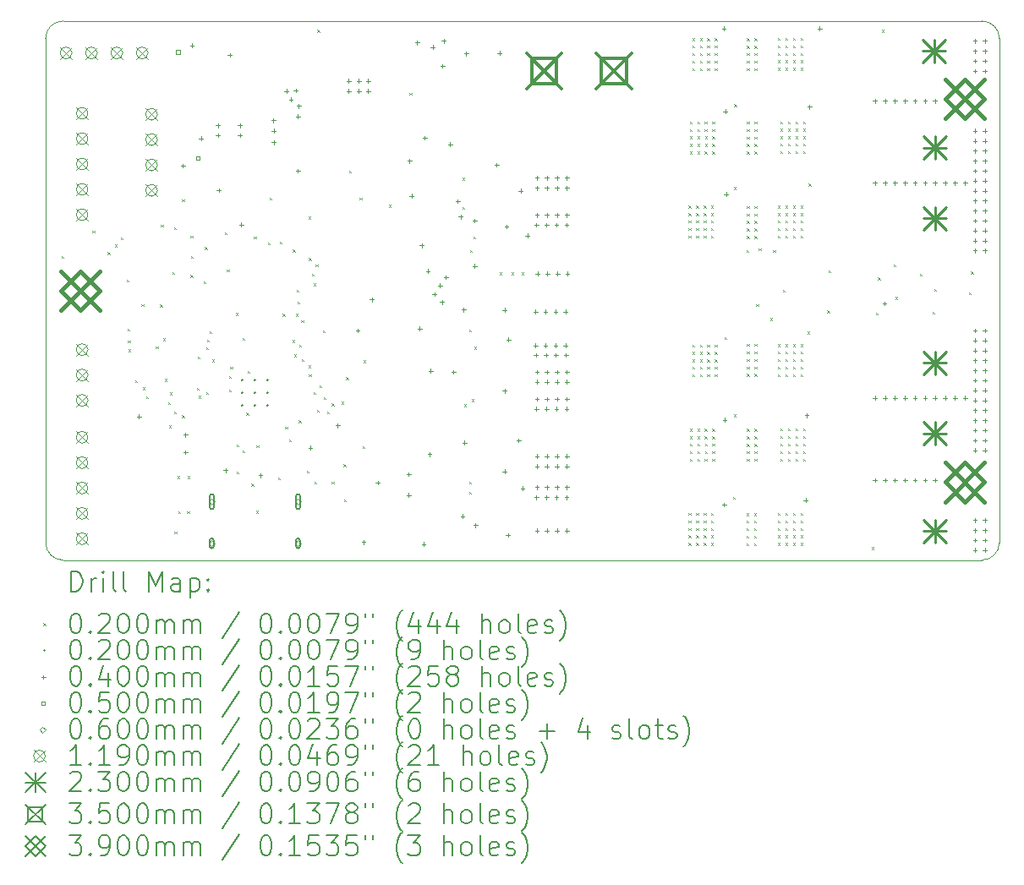
<source format=gbr>
%FSLAX45Y45*%
G04 Gerber Fmt 4.5, Leading zero omitted, Abs format (unit mm)*
G04 Created by KiCad (PCBNEW 6.0.0-rc2) date 2022-06-30 13:47:26*
%MOMM*%
%LPD*%
G01*
G04 APERTURE LIST*
%TA.AperFunction,Profile*%
%ADD10C,0.050000*%
%TD*%
%ADD11C,0.200000*%
%ADD12C,0.020000*%
%ADD13C,0.040000*%
%ADD14C,0.050000*%
%ADD15C,0.060000*%
%ADD16C,0.119000*%
%ADD17C,0.230000*%
%ADD18C,0.350000*%
%ADD19C,0.390000*%
G04 APERTURE END LIST*
D10*
X7045000Y-12025000D02*
X7045000Y-6975000D01*
X16420000Y-12200000D02*
G75*
G03*
X16595000Y-12025000I0J175000D01*
G01*
X16420000Y-12200000D02*
X7220000Y-12200000D01*
X7220000Y-6800000D02*
G75*
G03*
X7045000Y-6975000I0J-175000D01*
G01*
X16595000Y-6975000D02*
G75*
G03*
X16420000Y-6800000I-175000J0D01*
G01*
X7045000Y-12025000D02*
G75*
G03*
X7220000Y-12200000I175000J0D01*
G01*
X16420000Y-6800000D02*
X7220000Y-6800000D01*
X16595000Y-6975000D02*
X16595000Y-12025000D01*
D11*
D12*
X7205000Y-9155000D02*
X7225000Y-9175000D01*
X7225000Y-9155000D02*
X7205000Y-9175000D01*
X7515000Y-8900000D02*
X7535000Y-8920000D01*
X7535000Y-8900000D02*
X7515000Y-8920000D01*
X7665000Y-9115000D02*
X7685000Y-9135000D01*
X7685000Y-9115000D02*
X7665000Y-9135000D01*
X7740000Y-9040000D02*
X7760000Y-9060000D01*
X7760000Y-9040000D02*
X7740000Y-9060000D01*
X7800000Y-8965000D02*
X7820000Y-8985000D01*
X7820000Y-8965000D02*
X7800000Y-8985000D01*
X7855000Y-9390000D02*
X7875000Y-9410000D01*
X7875000Y-9390000D02*
X7855000Y-9410000D01*
X7865000Y-9880000D02*
X7885000Y-9900000D01*
X7885000Y-9880000D02*
X7865000Y-9900000D01*
X7870000Y-10000000D02*
X7890000Y-10020000D01*
X7890000Y-10000000D02*
X7870000Y-10020000D01*
X7875000Y-10090000D02*
X7895000Y-10110000D01*
X7895000Y-10090000D02*
X7875000Y-10110000D01*
X7940000Y-10396927D02*
X7960000Y-10416927D01*
X7960000Y-10396927D02*
X7940000Y-10416927D01*
X8005000Y-9635000D02*
X8025000Y-9655000D01*
X8025000Y-9635000D02*
X8005000Y-9655000D01*
X8015000Y-10470000D02*
X8035000Y-10490000D01*
X8035000Y-10470000D02*
X8015000Y-10490000D01*
X8050000Y-10560000D02*
X8070000Y-10580000D01*
X8070000Y-10560000D02*
X8050000Y-10580000D01*
X8150000Y-10060000D02*
X8170000Y-10080000D01*
X8170000Y-10060000D02*
X8150000Y-10080000D01*
X8190000Y-9640000D02*
X8210000Y-9660000D01*
X8210000Y-9640000D02*
X8190000Y-9660000D01*
X8200000Y-8840000D02*
X8220000Y-8860000D01*
X8220000Y-8840000D02*
X8200000Y-8860000D01*
X8220000Y-9980000D02*
X8240000Y-10000000D01*
X8240000Y-9980000D02*
X8220000Y-10000000D01*
X8239950Y-10384499D02*
X8259950Y-10404499D01*
X8259950Y-10384499D02*
X8239950Y-10404499D01*
X8270000Y-10620000D02*
X8290000Y-10640000D01*
X8290000Y-10620000D02*
X8270000Y-10640000D01*
X8280000Y-10850000D02*
X8300000Y-10870000D01*
X8300000Y-10850000D02*
X8280000Y-10870000D01*
X8290000Y-10520000D02*
X8310000Y-10540000D01*
X8310000Y-10520000D02*
X8290000Y-10540000D01*
X8315000Y-9315000D02*
X8335000Y-9335000D01*
X8335000Y-9315000D02*
X8315000Y-9335000D01*
X8330000Y-8865000D02*
X8350000Y-8885000D01*
X8350000Y-8865000D02*
X8330000Y-8885000D01*
X8330000Y-10710000D02*
X8350000Y-10730000D01*
X8350000Y-10710000D02*
X8330000Y-10730000D01*
X8335000Y-11915000D02*
X8355000Y-11935000D01*
X8355000Y-11915000D02*
X8335000Y-11935000D01*
X8366000Y-11360000D02*
X8386000Y-11380000D01*
X8386000Y-11360000D02*
X8366000Y-11380000D01*
X8371000Y-11710000D02*
X8391000Y-11730000D01*
X8391000Y-11710000D02*
X8371000Y-11730000D01*
X8410000Y-8585000D02*
X8430000Y-8605000D01*
X8430000Y-8585000D02*
X8410000Y-8605000D01*
X8410000Y-10750000D02*
X8430000Y-10770000D01*
X8430000Y-10750000D02*
X8410000Y-10770000D01*
X8461000Y-11710000D02*
X8481000Y-11730000D01*
X8481000Y-11710000D02*
X8461000Y-11730000D01*
X8466000Y-11360000D02*
X8486000Y-11380000D01*
X8486000Y-11360000D02*
X8466000Y-11380000D01*
X8495000Y-8950000D02*
X8515000Y-8970000D01*
X8515000Y-8950000D02*
X8495000Y-8970000D01*
X8495000Y-9345000D02*
X8515000Y-9365000D01*
X8515000Y-9345000D02*
X8495000Y-9365000D01*
X8500000Y-9155000D02*
X8520000Y-9175000D01*
X8520000Y-9155000D02*
X8500000Y-9175000D01*
X8560000Y-10474950D02*
X8580000Y-10494950D01*
X8580000Y-10474950D02*
X8560000Y-10494950D01*
X8570000Y-10160000D02*
X8590000Y-10180000D01*
X8590000Y-10160000D02*
X8570000Y-10180000D01*
X8575000Y-10555000D02*
X8595000Y-10575000D01*
X8595000Y-10555000D02*
X8575000Y-10575000D01*
X8625000Y-9405000D02*
X8645000Y-9425000D01*
X8645000Y-9405000D02*
X8625000Y-9425000D01*
X8640000Y-9065000D02*
X8660000Y-9085000D01*
X8660000Y-9065000D02*
X8640000Y-9085000D01*
X8650000Y-10070000D02*
X8670000Y-10090000D01*
X8670000Y-10070000D02*
X8650000Y-10090000D01*
X8650000Y-10515050D02*
X8670000Y-10535050D01*
X8670000Y-10515050D02*
X8650000Y-10535050D01*
X8660000Y-9990000D02*
X8680000Y-10010000D01*
X8680000Y-9990000D02*
X8660000Y-10010000D01*
X8685000Y-9905000D02*
X8705000Y-9925000D01*
X8705000Y-9905000D02*
X8685000Y-9925000D01*
X8710000Y-10190000D02*
X8730000Y-10210000D01*
X8730000Y-10190000D02*
X8710000Y-10210000D01*
X8840000Y-8915000D02*
X8860000Y-8935000D01*
X8860000Y-8915000D02*
X8840000Y-8935000D01*
X8860000Y-9290000D02*
X8880000Y-9310000D01*
X8880000Y-9290000D02*
X8860000Y-9310000D01*
X8878950Y-10490000D02*
X8898950Y-10510000D01*
X8898950Y-10490000D02*
X8878950Y-10510000D01*
X8880757Y-10356214D02*
X8900757Y-10376214D01*
X8900757Y-10356214D02*
X8880757Y-10376214D01*
X8894703Y-10261021D02*
X8914703Y-10281021D01*
X8914703Y-10261021D02*
X8894703Y-10281021D01*
X8950000Y-9725000D02*
X8970000Y-9745000D01*
X8970000Y-9725000D02*
X8950000Y-9745000D01*
X8955000Y-11040000D02*
X8975000Y-11060000D01*
X8975000Y-11040000D02*
X8955000Y-11060000D01*
X8956000Y-11315000D02*
X8976000Y-11335000D01*
X8976000Y-11315000D02*
X8956000Y-11335000D01*
X9015000Y-9972500D02*
X9035000Y-9992500D01*
X9035000Y-9972500D02*
X9015000Y-9992500D01*
X9016000Y-11100000D02*
X9036000Y-11120000D01*
X9036000Y-11100000D02*
X9016000Y-11120000D01*
X9055000Y-10725000D02*
X9075000Y-10745000D01*
X9075000Y-10725000D02*
X9055000Y-10745000D01*
X9069003Y-10305000D02*
X9089003Y-10325000D01*
X9089003Y-10305000D02*
X9069003Y-10325000D01*
X9106000Y-11435000D02*
X9126000Y-11455000D01*
X9126000Y-11435000D02*
X9106000Y-11455000D01*
X9130000Y-8960000D02*
X9150000Y-8980000D01*
X9150000Y-8960000D02*
X9130000Y-8980000D01*
X9151000Y-11705000D02*
X9171000Y-11725000D01*
X9171000Y-11705000D02*
X9151000Y-11725000D01*
X9155000Y-11050000D02*
X9175000Y-11070000D01*
X9175000Y-11050000D02*
X9155000Y-11070000D01*
X9270000Y-9020000D02*
X9290000Y-9040000D01*
X9290000Y-9020000D02*
X9270000Y-9040000D01*
X9290000Y-8570000D02*
X9310000Y-8590000D01*
X9310000Y-8570000D02*
X9290000Y-8590000D01*
X9370000Y-11370000D02*
X9390000Y-11390000D01*
X9390000Y-11370000D02*
X9370000Y-11390000D01*
X9390000Y-9010000D02*
X9410000Y-9030000D01*
X9410000Y-9010000D02*
X9390000Y-9030000D01*
X9420000Y-9735000D02*
X9440000Y-9755000D01*
X9440000Y-9735000D02*
X9420000Y-9755000D01*
X9445000Y-10865000D02*
X9465000Y-10885000D01*
X9465000Y-10865000D02*
X9445000Y-10885000D01*
X9485000Y-10990000D02*
X9505000Y-11010000D01*
X9505000Y-10990000D02*
X9485000Y-11010000D01*
X9515000Y-9995000D02*
X9535000Y-10015000D01*
X9535000Y-9995000D02*
X9515000Y-10015000D01*
X9520000Y-9090000D02*
X9540000Y-9110000D01*
X9540000Y-9090000D02*
X9520000Y-9110000D01*
X9535000Y-10140000D02*
X9555000Y-10160000D01*
X9555000Y-10140000D02*
X9535000Y-10160000D01*
X9550000Y-9735000D02*
X9570000Y-9755000D01*
X9570000Y-9735000D02*
X9550000Y-9755000D01*
X9560000Y-9490000D02*
X9580000Y-9510000D01*
X9580000Y-9490000D02*
X9560000Y-9510000D01*
X9565000Y-9610000D02*
X9585000Y-9630000D01*
X9585000Y-9610000D02*
X9565000Y-9630000D01*
X9580000Y-10800000D02*
X9600000Y-10820000D01*
X9600000Y-10800000D02*
X9580000Y-10820000D01*
X9585000Y-10040000D02*
X9605000Y-10060000D01*
X9605000Y-10040000D02*
X9585000Y-10060000D01*
X9605000Y-9795000D02*
X9625000Y-9815000D01*
X9625000Y-9795000D02*
X9605000Y-9815000D01*
X9610000Y-10185000D02*
X9630000Y-10205000D01*
X9630000Y-10185000D02*
X9610000Y-10205000D01*
X9660000Y-11305000D02*
X9680000Y-11325000D01*
X9680000Y-11305000D02*
X9660000Y-11325000D01*
X9675000Y-8760000D02*
X9695000Y-8780000D01*
X9695000Y-8760000D02*
X9675000Y-8780000D01*
X9675000Y-10250000D02*
X9695000Y-10270000D01*
X9695000Y-10250000D02*
X9675000Y-10270000D01*
X9680000Y-9175050D02*
X9700000Y-9195050D01*
X9700000Y-9175050D02*
X9680000Y-9195050D01*
X9680000Y-10340000D02*
X9700000Y-10360000D01*
X9700000Y-10340000D02*
X9680000Y-10360000D01*
X9710000Y-9330000D02*
X9730000Y-9350000D01*
X9730000Y-9330000D02*
X9710000Y-9350000D01*
X9730000Y-9430000D02*
X9750000Y-9450000D01*
X9750000Y-9430000D02*
X9730000Y-9450000D01*
X9730000Y-10515000D02*
X9750000Y-10535000D01*
X9750000Y-10515000D02*
X9730000Y-10535000D01*
X9735000Y-11415000D02*
X9755000Y-11435000D01*
X9755000Y-11415000D02*
X9735000Y-11435000D01*
X9750000Y-9240000D02*
X9770000Y-9260000D01*
X9770000Y-9240000D02*
X9750000Y-9260000D01*
X9760000Y-10695000D02*
X9780000Y-10715000D01*
X9780000Y-10695000D02*
X9760000Y-10715000D01*
X9765000Y-6890000D02*
X9785000Y-6910000D01*
X9785000Y-6890000D02*
X9765000Y-6910000D01*
X9785000Y-10450000D02*
X9805000Y-10470000D01*
X9805000Y-10450000D02*
X9785000Y-10470000D01*
X9820000Y-9900000D02*
X9840000Y-9920000D01*
X9840000Y-9900000D02*
X9820000Y-9920000D01*
X9830000Y-10570000D02*
X9850000Y-10590000D01*
X9850000Y-10570000D02*
X9830000Y-10590000D01*
X9865000Y-10710000D02*
X9885000Y-10730000D01*
X9885000Y-10710000D02*
X9865000Y-10730000D01*
X9910000Y-10630000D02*
X9930000Y-10650000D01*
X9930000Y-10630000D02*
X9910000Y-10650000D01*
X9910000Y-11415000D02*
X9930000Y-11435000D01*
X9930000Y-11415000D02*
X9910000Y-11435000D01*
X10010000Y-10615000D02*
X10030000Y-10635000D01*
X10030000Y-10615000D02*
X10010000Y-10635000D01*
X10030000Y-11240000D02*
X10050000Y-11260000D01*
X10050000Y-11240000D02*
X10030000Y-11260000D01*
X10035000Y-11590000D02*
X10055000Y-11610000D01*
X10055000Y-11590000D02*
X10035000Y-11610000D01*
X10055000Y-10370000D02*
X10075000Y-10390000D01*
X10075000Y-10370000D02*
X10055000Y-10390000D01*
X10085000Y-8300000D02*
X10105000Y-8320000D01*
X10105000Y-8300000D02*
X10085000Y-8320000D01*
X10190000Y-8570000D02*
X10210000Y-8590000D01*
X10210000Y-8570000D02*
X10190000Y-8590000D01*
X10220000Y-11060000D02*
X10240000Y-11080000D01*
X10240000Y-11060000D02*
X10220000Y-11080000D01*
X10230000Y-10200000D02*
X10250000Y-10220000D01*
X10250000Y-10200000D02*
X10230000Y-10220000D01*
X10480000Y-8640000D02*
X10500000Y-8660000D01*
X10500000Y-8640000D02*
X10480000Y-8660000D01*
X10690000Y-7520000D02*
X10710000Y-7540000D01*
X10710000Y-7520000D02*
X10690000Y-7540000D01*
X11220000Y-8370000D02*
X11240000Y-8390000D01*
X11240000Y-8370000D02*
X11220000Y-8390000D01*
X11220000Y-8665000D02*
X11240000Y-8685000D01*
X11240000Y-8665000D02*
X11220000Y-8685000D01*
X11235000Y-10640000D02*
X11255000Y-10660000D01*
X11255000Y-10640000D02*
X11235000Y-10660000D01*
X11285000Y-9890000D02*
X11305000Y-9910000D01*
X11305000Y-9890000D02*
X11285000Y-9910000D01*
X11285000Y-11415000D02*
X11305000Y-11435000D01*
X11305000Y-11415000D02*
X11285000Y-11435000D01*
X11285000Y-11515000D02*
X11305000Y-11535000D01*
X11305000Y-11515000D02*
X11285000Y-11535000D01*
X11294918Y-9094950D02*
X11314918Y-9114950D01*
X11314918Y-9094950D02*
X11294918Y-9114950D01*
X11310000Y-10590000D02*
X11330000Y-10610000D01*
X11330000Y-10590000D02*
X11310000Y-10610000D01*
X11330000Y-8960000D02*
X11350000Y-8980000D01*
X11350000Y-8960000D02*
X11330000Y-8980000D01*
X11335000Y-10065000D02*
X11355000Y-10085000D01*
X11355000Y-10065000D02*
X11335000Y-10085000D01*
X11590000Y-9320000D02*
X11610000Y-9340000D01*
X11610000Y-9320000D02*
X11590000Y-9340000D01*
X11710000Y-9320000D02*
X11730000Y-9340000D01*
X11730000Y-9320000D02*
X11710000Y-9340000D01*
X11810000Y-9320000D02*
X11830000Y-9340000D01*
X11830000Y-9320000D02*
X11810000Y-9340000D01*
X13484090Y-8650000D02*
X13504090Y-8670000D01*
X13504090Y-8650000D02*
X13484090Y-8670000D01*
X13484090Y-8725000D02*
X13504090Y-8745000D01*
X13504090Y-8725000D02*
X13484090Y-8745000D01*
X13484090Y-8800000D02*
X13504090Y-8820000D01*
X13504090Y-8800000D02*
X13484090Y-8820000D01*
X13484090Y-8875000D02*
X13504090Y-8895000D01*
X13504090Y-8875000D02*
X13484090Y-8895000D01*
X13484090Y-8950000D02*
X13504090Y-8970000D01*
X13504090Y-8950000D02*
X13484090Y-8970000D01*
X13484090Y-11728000D02*
X13504090Y-11748000D01*
X13504090Y-11728000D02*
X13484090Y-11748000D01*
X13484090Y-11803000D02*
X13504090Y-11823000D01*
X13504090Y-11803000D02*
X13484090Y-11823000D01*
X13484090Y-11878000D02*
X13504090Y-11898000D01*
X13504090Y-11878000D02*
X13484090Y-11898000D01*
X13484090Y-11953000D02*
X13504090Y-11973000D01*
X13504090Y-11953000D02*
X13484090Y-11973000D01*
X13484090Y-12028000D02*
X13504090Y-12048000D01*
X13504090Y-12028000D02*
X13484090Y-12048000D01*
X13495000Y-7807000D02*
X13515000Y-7827000D01*
X13515000Y-7807000D02*
X13495000Y-7827000D01*
X13495000Y-7882000D02*
X13515000Y-7902000D01*
X13515000Y-7882000D02*
X13495000Y-7902000D01*
X13495000Y-7957000D02*
X13515000Y-7977000D01*
X13515000Y-7957000D02*
X13495000Y-7977000D01*
X13495000Y-8032000D02*
X13515000Y-8052000D01*
X13515000Y-8032000D02*
X13495000Y-8052000D01*
X13495000Y-8107000D02*
X13515000Y-8127000D01*
X13515000Y-8107000D02*
X13495000Y-8127000D01*
X13495000Y-10885000D02*
X13515000Y-10905000D01*
X13515000Y-10885000D02*
X13495000Y-10905000D01*
X13495000Y-10960000D02*
X13515000Y-10980000D01*
X13515000Y-10960000D02*
X13495000Y-10980000D01*
X13495000Y-11035000D02*
X13515000Y-11055000D01*
X13515000Y-11035000D02*
X13495000Y-11055000D01*
X13495000Y-11110000D02*
X13515000Y-11130000D01*
X13515000Y-11110000D02*
X13495000Y-11130000D01*
X13495000Y-11185000D02*
X13515000Y-11205000D01*
X13515000Y-11185000D02*
X13495000Y-11205000D01*
X13520000Y-6972000D02*
X13540000Y-6992000D01*
X13540000Y-6972000D02*
X13520000Y-6992000D01*
X13520000Y-7047000D02*
X13540000Y-7067000D01*
X13540000Y-7047000D02*
X13520000Y-7067000D01*
X13520000Y-7122000D02*
X13540000Y-7142000D01*
X13540000Y-7122000D02*
X13520000Y-7142000D01*
X13520000Y-7197000D02*
X13540000Y-7217000D01*
X13540000Y-7197000D02*
X13520000Y-7217000D01*
X13520000Y-7272000D02*
X13540000Y-7292000D01*
X13540000Y-7272000D02*
X13520000Y-7292000D01*
X13520000Y-10040000D02*
X13540000Y-10060000D01*
X13540000Y-10040000D02*
X13520000Y-10060000D01*
X13520000Y-10115000D02*
X13540000Y-10135000D01*
X13540000Y-10115000D02*
X13520000Y-10135000D01*
X13520000Y-10190000D02*
X13540000Y-10210000D01*
X13540000Y-10190000D02*
X13520000Y-10210000D01*
X13520000Y-10265000D02*
X13540000Y-10285000D01*
X13540000Y-10265000D02*
X13520000Y-10285000D01*
X13520000Y-10340000D02*
X13540000Y-10360000D01*
X13540000Y-10340000D02*
X13520000Y-10360000D01*
X13559090Y-8650000D02*
X13579090Y-8670000D01*
X13579090Y-8650000D02*
X13559090Y-8670000D01*
X13559090Y-8725000D02*
X13579090Y-8745000D01*
X13579090Y-8725000D02*
X13559090Y-8745000D01*
X13559090Y-8800000D02*
X13579090Y-8820000D01*
X13579090Y-8800000D02*
X13559090Y-8820000D01*
X13559090Y-8875000D02*
X13579090Y-8895000D01*
X13579090Y-8875000D02*
X13559090Y-8895000D01*
X13559090Y-8950000D02*
X13579090Y-8970000D01*
X13579090Y-8950000D02*
X13559090Y-8970000D01*
X13559090Y-11728000D02*
X13579090Y-11748000D01*
X13579090Y-11728000D02*
X13559090Y-11748000D01*
X13559090Y-11803000D02*
X13579090Y-11823000D01*
X13579090Y-11803000D02*
X13559090Y-11823000D01*
X13559090Y-11878000D02*
X13579090Y-11898000D01*
X13579090Y-11878000D02*
X13559090Y-11898000D01*
X13559090Y-11953000D02*
X13579090Y-11973000D01*
X13579090Y-11953000D02*
X13559090Y-11973000D01*
X13559090Y-12028000D02*
X13579090Y-12048000D01*
X13579090Y-12028000D02*
X13559090Y-12048000D01*
X13570000Y-7807000D02*
X13590000Y-7827000D01*
X13590000Y-7807000D02*
X13570000Y-7827000D01*
X13570000Y-7882000D02*
X13590000Y-7902000D01*
X13590000Y-7882000D02*
X13570000Y-7902000D01*
X13570000Y-7957000D02*
X13590000Y-7977000D01*
X13590000Y-7957000D02*
X13570000Y-7977000D01*
X13570000Y-8032000D02*
X13590000Y-8052000D01*
X13590000Y-8032000D02*
X13570000Y-8052000D01*
X13570000Y-8107000D02*
X13590000Y-8127000D01*
X13590000Y-8107000D02*
X13570000Y-8127000D01*
X13570000Y-10885000D02*
X13590000Y-10905000D01*
X13590000Y-10885000D02*
X13570000Y-10905000D01*
X13570000Y-10960000D02*
X13590000Y-10980000D01*
X13590000Y-10960000D02*
X13570000Y-10980000D01*
X13570000Y-11035000D02*
X13590000Y-11055000D01*
X13590000Y-11035000D02*
X13570000Y-11055000D01*
X13570000Y-11110000D02*
X13590000Y-11130000D01*
X13590000Y-11110000D02*
X13570000Y-11130000D01*
X13570000Y-11185000D02*
X13590000Y-11205000D01*
X13590000Y-11185000D02*
X13570000Y-11205000D01*
X13595000Y-6972000D02*
X13615000Y-6992000D01*
X13615000Y-6972000D02*
X13595000Y-6992000D01*
X13595000Y-7047000D02*
X13615000Y-7067000D01*
X13615000Y-7047000D02*
X13595000Y-7067000D01*
X13595000Y-7122000D02*
X13615000Y-7142000D01*
X13615000Y-7122000D02*
X13595000Y-7142000D01*
X13595000Y-7197000D02*
X13615000Y-7217000D01*
X13615000Y-7197000D02*
X13595000Y-7217000D01*
X13595000Y-7272000D02*
X13615000Y-7292000D01*
X13615000Y-7272000D02*
X13595000Y-7292000D01*
X13595000Y-10040000D02*
X13615000Y-10060000D01*
X13615000Y-10040000D02*
X13595000Y-10060000D01*
X13595000Y-10115000D02*
X13615000Y-10135000D01*
X13615000Y-10115000D02*
X13595000Y-10135000D01*
X13595000Y-10190000D02*
X13615000Y-10210000D01*
X13615000Y-10190000D02*
X13595000Y-10210000D01*
X13595000Y-10265000D02*
X13615000Y-10285000D01*
X13615000Y-10265000D02*
X13595000Y-10285000D01*
X13595000Y-10340000D02*
X13615000Y-10360000D01*
X13615000Y-10340000D02*
X13595000Y-10360000D01*
X13634090Y-8650000D02*
X13654090Y-8670000D01*
X13654090Y-8650000D02*
X13634090Y-8670000D01*
X13634090Y-8725000D02*
X13654090Y-8745000D01*
X13654090Y-8725000D02*
X13634090Y-8745000D01*
X13634090Y-8800000D02*
X13654090Y-8820000D01*
X13654090Y-8800000D02*
X13634090Y-8820000D01*
X13634090Y-8875000D02*
X13654090Y-8895000D01*
X13654090Y-8875000D02*
X13634090Y-8895000D01*
X13634090Y-8950000D02*
X13654090Y-8970000D01*
X13654090Y-8950000D02*
X13634090Y-8970000D01*
X13634090Y-11728000D02*
X13654090Y-11748000D01*
X13654090Y-11728000D02*
X13634090Y-11748000D01*
X13634090Y-11803000D02*
X13654090Y-11823000D01*
X13654090Y-11803000D02*
X13634090Y-11823000D01*
X13634090Y-11878000D02*
X13654090Y-11898000D01*
X13654090Y-11878000D02*
X13634090Y-11898000D01*
X13634090Y-11953000D02*
X13654090Y-11973000D01*
X13654090Y-11953000D02*
X13634090Y-11973000D01*
X13634090Y-12028000D02*
X13654090Y-12048000D01*
X13654090Y-12028000D02*
X13634090Y-12048000D01*
X13645000Y-7807000D02*
X13665000Y-7827000D01*
X13665000Y-7807000D02*
X13645000Y-7827000D01*
X13645000Y-7882000D02*
X13665000Y-7902000D01*
X13665000Y-7882000D02*
X13645000Y-7902000D01*
X13645000Y-8107000D02*
X13665000Y-8127000D01*
X13665000Y-8107000D02*
X13645000Y-8127000D01*
X13645000Y-10885000D02*
X13665000Y-10905000D01*
X13665000Y-10885000D02*
X13645000Y-10905000D01*
X13645000Y-10960000D02*
X13665000Y-10980000D01*
X13665000Y-10960000D02*
X13645000Y-10980000D01*
X13645000Y-11185000D02*
X13665000Y-11205000D01*
X13665000Y-11185000D02*
X13645000Y-11205000D01*
X13646230Y-7957000D02*
X13666230Y-7977000D01*
X13666230Y-7957000D02*
X13646230Y-7977000D01*
X13646230Y-8032000D02*
X13666230Y-8052000D01*
X13666230Y-8032000D02*
X13646230Y-8052000D01*
X13646230Y-11035000D02*
X13666230Y-11055000D01*
X13666230Y-11035000D02*
X13646230Y-11055000D01*
X13646230Y-11110000D02*
X13666230Y-11130000D01*
X13666230Y-11110000D02*
X13646230Y-11130000D01*
X13668230Y-7047000D02*
X13688230Y-7067000D01*
X13688230Y-7047000D02*
X13668230Y-7067000D01*
X13668230Y-7122000D02*
X13688230Y-7142000D01*
X13688230Y-7122000D02*
X13668230Y-7142000D01*
X13668230Y-10115000D02*
X13688230Y-10135000D01*
X13688230Y-10115000D02*
X13668230Y-10135000D01*
X13668230Y-10190000D02*
X13688230Y-10210000D01*
X13688230Y-10190000D02*
X13668230Y-10210000D01*
X13670000Y-6972000D02*
X13690000Y-6992000D01*
X13690000Y-6972000D02*
X13670000Y-6992000D01*
X13670000Y-7197000D02*
X13690000Y-7217000D01*
X13690000Y-7197000D02*
X13670000Y-7217000D01*
X13670000Y-7272000D02*
X13690000Y-7292000D01*
X13690000Y-7272000D02*
X13670000Y-7292000D01*
X13670000Y-10040000D02*
X13690000Y-10060000D01*
X13690000Y-10040000D02*
X13670000Y-10060000D01*
X13670000Y-10265000D02*
X13690000Y-10285000D01*
X13690000Y-10265000D02*
X13670000Y-10285000D01*
X13670000Y-10340000D02*
X13690000Y-10360000D01*
X13690000Y-10340000D02*
X13670000Y-10360000D01*
X13709090Y-8650000D02*
X13729090Y-8670000D01*
X13729090Y-8650000D02*
X13709090Y-8670000D01*
X13709090Y-8725000D02*
X13729090Y-8745000D01*
X13729090Y-8725000D02*
X13709090Y-8745000D01*
X13709090Y-8800000D02*
X13729090Y-8820000D01*
X13729090Y-8800000D02*
X13709090Y-8820000D01*
X13709090Y-8875000D02*
X13729090Y-8895000D01*
X13729090Y-8875000D02*
X13709090Y-8895000D01*
X13709090Y-8950000D02*
X13729090Y-8970000D01*
X13729090Y-8950000D02*
X13709090Y-8970000D01*
X13709090Y-11728000D02*
X13729090Y-11748000D01*
X13729090Y-11728000D02*
X13709090Y-11748000D01*
X13709090Y-11803000D02*
X13729090Y-11823000D01*
X13729090Y-11803000D02*
X13709090Y-11823000D01*
X13709090Y-11878000D02*
X13729090Y-11898000D01*
X13729090Y-11878000D02*
X13709090Y-11898000D01*
X13709090Y-11953000D02*
X13729090Y-11973000D01*
X13729090Y-11953000D02*
X13709090Y-11973000D01*
X13709090Y-12028000D02*
X13729090Y-12048000D01*
X13729090Y-12028000D02*
X13709090Y-12048000D01*
X13720000Y-7807000D02*
X13740000Y-7827000D01*
X13740000Y-7807000D02*
X13720000Y-7827000D01*
X13720000Y-7882000D02*
X13740000Y-7902000D01*
X13740000Y-7882000D02*
X13720000Y-7902000D01*
X13720000Y-7957000D02*
X13740000Y-7977000D01*
X13740000Y-7957000D02*
X13720000Y-7977000D01*
X13720000Y-8032000D02*
X13740000Y-8052000D01*
X13740000Y-8032000D02*
X13720000Y-8052000D01*
X13720000Y-8107000D02*
X13740000Y-8127000D01*
X13740000Y-8107000D02*
X13720000Y-8127000D01*
X13720000Y-10885000D02*
X13740000Y-10905000D01*
X13740000Y-10885000D02*
X13720000Y-10905000D01*
X13720000Y-10960000D02*
X13740000Y-10980000D01*
X13740000Y-10960000D02*
X13720000Y-10980000D01*
X13720000Y-11035000D02*
X13740000Y-11055000D01*
X13740000Y-11035000D02*
X13720000Y-11055000D01*
X13720000Y-11110000D02*
X13740000Y-11130000D01*
X13740000Y-11110000D02*
X13720000Y-11130000D01*
X13720000Y-11185000D02*
X13740000Y-11205000D01*
X13740000Y-11185000D02*
X13720000Y-11205000D01*
X13745000Y-6972000D02*
X13765000Y-6992000D01*
X13765000Y-6972000D02*
X13745000Y-6992000D01*
X13745000Y-7047000D02*
X13765000Y-7067000D01*
X13765000Y-7047000D02*
X13745000Y-7067000D01*
X13745000Y-7122000D02*
X13765000Y-7142000D01*
X13765000Y-7122000D02*
X13745000Y-7142000D01*
X13745000Y-7197000D02*
X13765000Y-7217000D01*
X13765000Y-7197000D02*
X13745000Y-7217000D01*
X13745000Y-7272000D02*
X13765000Y-7292000D01*
X13765000Y-7272000D02*
X13745000Y-7292000D01*
X13745000Y-10040000D02*
X13765000Y-10060000D01*
X13765000Y-10040000D02*
X13745000Y-10060000D01*
X13745000Y-10115000D02*
X13765000Y-10135000D01*
X13765000Y-10115000D02*
X13745000Y-10135000D01*
X13745000Y-10190000D02*
X13765000Y-10210000D01*
X13765000Y-10190000D02*
X13745000Y-10210000D01*
X13745000Y-10265000D02*
X13765000Y-10285000D01*
X13765000Y-10265000D02*
X13745000Y-10285000D01*
X13745000Y-10340000D02*
X13765000Y-10360000D01*
X13765000Y-10340000D02*
X13745000Y-10360000D01*
X13845000Y-9965000D02*
X13865000Y-9985000D01*
X13865000Y-9965000D02*
X13845000Y-9985000D01*
X13930000Y-11565000D02*
X13950000Y-11585000D01*
X13950000Y-11565000D02*
X13930000Y-11585000D01*
X13935000Y-8465000D02*
X13955000Y-8485000D01*
X13955000Y-8465000D02*
X13935000Y-8485000D01*
X13935000Y-10740000D02*
X13955000Y-10760000D01*
X13955000Y-10740000D02*
X13935000Y-10760000D01*
X13940000Y-7635000D02*
X13960000Y-7655000D01*
X13960000Y-7635000D02*
X13940000Y-7655000D01*
X14063090Y-11731140D02*
X14083090Y-11751140D01*
X14083090Y-11731140D02*
X14063090Y-11751140D01*
X14063090Y-11806140D02*
X14083090Y-11826140D01*
X14083090Y-11806140D02*
X14063090Y-11826140D01*
X14063090Y-11881140D02*
X14083090Y-11901140D01*
X14083090Y-11881140D02*
X14063090Y-11901140D01*
X14063090Y-11956140D02*
X14083090Y-11976140D01*
X14083090Y-11956140D02*
X14063090Y-11976140D01*
X14063090Y-12031140D02*
X14083090Y-12051140D01*
X14083090Y-12031140D02*
X14063090Y-12051140D01*
X14065000Y-9095000D02*
X14085000Y-9115000D01*
X14085000Y-9095000D02*
X14065000Y-9115000D01*
X14068090Y-6973140D02*
X14088090Y-6993140D01*
X14088090Y-6973140D02*
X14068090Y-6993140D01*
X14068090Y-7048140D02*
X14088090Y-7068140D01*
X14088090Y-7048140D02*
X14068090Y-7068140D01*
X14068090Y-7123140D02*
X14088090Y-7143140D01*
X14088090Y-7123140D02*
X14068090Y-7143140D01*
X14068090Y-7198140D02*
X14088090Y-7218140D01*
X14088090Y-7198140D02*
X14068090Y-7218140D01*
X14068090Y-7273140D02*
X14088090Y-7293140D01*
X14088090Y-7273140D02*
X14068090Y-7293140D01*
X14068090Y-7808140D02*
X14088090Y-7828140D01*
X14088090Y-7808140D02*
X14068090Y-7828140D01*
X14068090Y-7883140D02*
X14088090Y-7903140D01*
X14088090Y-7883140D02*
X14068090Y-7903140D01*
X14068090Y-7958140D02*
X14088090Y-7978140D01*
X14088090Y-7958140D02*
X14068090Y-7978140D01*
X14068090Y-8033140D02*
X14088090Y-8053140D01*
X14088090Y-8033140D02*
X14068090Y-8053140D01*
X14068090Y-8108140D02*
X14088090Y-8128140D01*
X14088090Y-8108140D02*
X14068090Y-8128140D01*
X14068090Y-8653140D02*
X14088090Y-8673140D01*
X14088090Y-8653140D02*
X14068090Y-8673140D01*
X14068090Y-8728140D02*
X14088090Y-8748140D01*
X14088090Y-8728140D02*
X14068090Y-8748140D01*
X14068090Y-8803140D02*
X14088090Y-8823140D01*
X14088090Y-8803140D02*
X14068090Y-8823140D01*
X14068090Y-8878140D02*
X14088090Y-8898140D01*
X14088090Y-8878140D02*
X14068090Y-8898140D01*
X14068090Y-8953140D02*
X14088090Y-8973140D01*
X14088090Y-8953140D02*
X14068090Y-8973140D01*
X14068090Y-10036140D02*
X14088090Y-10056140D01*
X14088090Y-10036140D02*
X14068090Y-10056140D01*
X14068090Y-10111140D02*
X14088090Y-10131140D01*
X14088090Y-10111140D02*
X14068090Y-10131140D01*
X14068090Y-10186140D02*
X14088090Y-10206140D01*
X14088090Y-10186140D02*
X14068090Y-10206140D01*
X14068090Y-10261140D02*
X14088090Y-10281140D01*
X14088090Y-10261140D02*
X14068090Y-10281140D01*
X14068090Y-10336140D02*
X14088090Y-10356140D01*
X14088090Y-10336140D02*
X14068090Y-10356140D01*
X14068090Y-10886140D02*
X14088090Y-10906140D01*
X14088090Y-10886140D02*
X14068090Y-10906140D01*
X14068090Y-10961140D02*
X14088090Y-10981140D01*
X14088090Y-10961140D02*
X14068090Y-10981140D01*
X14068090Y-11036140D02*
X14088090Y-11056140D01*
X14088090Y-11036140D02*
X14068090Y-11056140D01*
X14068090Y-11111140D02*
X14088090Y-11131140D01*
X14088090Y-11111140D02*
X14068090Y-11131140D01*
X14068090Y-11186140D02*
X14088090Y-11206140D01*
X14088090Y-11186140D02*
X14068090Y-11206140D01*
X14138090Y-11731140D02*
X14158090Y-11751140D01*
X14158090Y-11731140D02*
X14138090Y-11751140D01*
X14138090Y-11806140D02*
X14158090Y-11826140D01*
X14158090Y-11806140D02*
X14138090Y-11826140D01*
X14138090Y-11881140D02*
X14158090Y-11901140D01*
X14158090Y-11881140D02*
X14138090Y-11901140D01*
X14138090Y-11956140D02*
X14158090Y-11976140D01*
X14158090Y-11956140D02*
X14138090Y-11976140D01*
X14138090Y-12031140D02*
X14158090Y-12051140D01*
X14158090Y-12031140D02*
X14138090Y-12051140D01*
X14143090Y-6973140D02*
X14163090Y-6993140D01*
X14163090Y-6973140D02*
X14143090Y-6993140D01*
X14143090Y-7048140D02*
X14163090Y-7068140D01*
X14163090Y-7048140D02*
X14143090Y-7068140D01*
X14143090Y-7123140D02*
X14163090Y-7143140D01*
X14163090Y-7123140D02*
X14143090Y-7143140D01*
X14143090Y-7198140D02*
X14163090Y-7218140D01*
X14163090Y-7198140D02*
X14143090Y-7218140D01*
X14143090Y-7273140D02*
X14163090Y-7293140D01*
X14163090Y-7273140D02*
X14143090Y-7293140D01*
X14143090Y-7808140D02*
X14163090Y-7828140D01*
X14163090Y-7808140D02*
X14143090Y-7828140D01*
X14143090Y-7883140D02*
X14163090Y-7903140D01*
X14163090Y-7883140D02*
X14143090Y-7903140D01*
X14143090Y-7958140D02*
X14163090Y-7978140D01*
X14163090Y-7958140D02*
X14143090Y-7978140D01*
X14143090Y-8033140D02*
X14163090Y-8053140D01*
X14163090Y-8033140D02*
X14143090Y-8053140D01*
X14143090Y-8108140D02*
X14163090Y-8128140D01*
X14163090Y-8108140D02*
X14143090Y-8128140D01*
X14143090Y-8653140D02*
X14163090Y-8673140D01*
X14163090Y-8653140D02*
X14143090Y-8673140D01*
X14143090Y-8728140D02*
X14163090Y-8748140D01*
X14163090Y-8728140D02*
X14143090Y-8748140D01*
X14143090Y-8803140D02*
X14163090Y-8823140D01*
X14163090Y-8803140D02*
X14143090Y-8823140D01*
X14143090Y-8878140D02*
X14163090Y-8898140D01*
X14163090Y-8878140D02*
X14143090Y-8898140D01*
X14143090Y-8953140D02*
X14163090Y-8973140D01*
X14163090Y-8953140D02*
X14143090Y-8973140D01*
X14143090Y-10036140D02*
X14163090Y-10056140D01*
X14163090Y-10036140D02*
X14143090Y-10056140D01*
X14143090Y-10111140D02*
X14163090Y-10131140D01*
X14163090Y-10111140D02*
X14143090Y-10131140D01*
X14143090Y-10186140D02*
X14163090Y-10206140D01*
X14163090Y-10186140D02*
X14143090Y-10206140D01*
X14143090Y-10261140D02*
X14163090Y-10281140D01*
X14163090Y-10261140D02*
X14143090Y-10281140D01*
X14143090Y-10336140D02*
X14163090Y-10356140D01*
X14163090Y-10336140D02*
X14143090Y-10356140D01*
X14143090Y-10886140D02*
X14163090Y-10906140D01*
X14163090Y-10886140D02*
X14143090Y-10906140D01*
X14143090Y-10961140D02*
X14163090Y-10981140D01*
X14163090Y-10961140D02*
X14143090Y-10981140D01*
X14143090Y-11036140D02*
X14163090Y-11056140D01*
X14163090Y-11036140D02*
X14143090Y-11056140D01*
X14143090Y-11111140D02*
X14163090Y-11131140D01*
X14163090Y-11111140D02*
X14143090Y-11131140D01*
X14143090Y-11186140D02*
X14163090Y-11206140D01*
X14163090Y-11186140D02*
X14143090Y-11206140D01*
X14160000Y-9635000D02*
X14180000Y-9655000D01*
X14180000Y-9635000D02*
X14160000Y-9655000D01*
X14185000Y-9080000D02*
X14205000Y-9100000D01*
X14205000Y-9080000D02*
X14185000Y-9100000D01*
X14300000Y-9775000D02*
X14320000Y-9795000D01*
X14320000Y-9775000D02*
X14300000Y-9795000D01*
X14330000Y-9095000D02*
X14350000Y-9115000D01*
X14350000Y-9095000D02*
X14330000Y-9115000D01*
X14378090Y-6970000D02*
X14398090Y-6990000D01*
X14398090Y-6970000D02*
X14378090Y-6990000D01*
X14378090Y-7045000D02*
X14398090Y-7065000D01*
X14398090Y-7045000D02*
X14378090Y-7065000D01*
X14378090Y-7120000D02*
X14398090Y-7140000D01*
X14398090Y-7120000D02*
X14378090Y-7140000D01*
X14378090Y-7195000D02*
X14398090Y-7215000D01*
X14398090Y-7195000D02*
X14378090Y-7215000D01*
X14378090Y-7270000D02*
X14398090Y-7290000D01*
X14398090Y-7270000D02*
X14378090Y-7290000D01*
X14378090Y-8650000D02*
X14398090Y-8670000D01*
X14398090Y-8650000D02*
X14378090Y-8670000D01*
X14378090Y-8725000D02*
X14398090Y-8745000D01*
X14398090Y-8725000D02*
X14378090Y-8745000D01*
X14378090Y-8800000D02*
X14398090Y-8820000D01*
X14398090Y-8800000D02*
X14378090Y-8820000D01*
X14378090Y-8875000D02*
X14398090Y-8895000D01*
X14398090Y-8875000D02*
X14378090Y-8895000D01*
X14378090Y-8950000D02*
X14398090Y-8970000D01*
X14398090Y-8950000D02*
X14378090Y-8970000D01*
X14378090Y-10038000D02*
X14398090Y-10058000D01*
X14398090Y-10038000D02*
X14378090Y-10058000D01*
X14378090Y-10113000D02*
X14398090Y-10133000D01*
X14398090Y-10113000D02*
X14378090Y-10133000D01*
X14378090Y-10188000D02*
X14398090Y-10208000D01*
X14398090Y-10188000D02*
X14378090Y-10208000D01*
X14378090Y-10263000D02*
X14398090Y-10283000D01*
X14398090Y-10263000D02*
X14378090Y-10283000D01*
X14378090Y-10338000D02*
X14398090Y-10358000D01*
X14398090Y-10338000D02*
X14378090Y-10358000D01*
X14378090Y-11728000D02*
X14398090Y-11748000D01*
X14398090Y-11728000D02*
X14378090Y-11748000D01*
X14378090Y-11803000D02*
X14398090Y-11823000D01*
X14398090Y-11803000D02*
X14378090Y-11823000D01*
X14378090Y-11878000D02*
X14398090Y-11898000D01*
X14398090Y-11878000D02*
X14378090Y-11898000D01*
X14378090Y-11953000D02*
X14398090Y-11973000D01*
X14398090Y-11953000D02*
X14378090Y-11973000D01*
X14378090Y-12028000D02*
X14398090Y-12048000D01*
X14398090Y-12028000D02*
X14378090Y-12048000D01*
X14403090Y-7805000D02*
X14423090Y-7825000D01*
X14423090Y-7805000D02*
X14403090Y-7825000D01*
X14403090Y-7880000D02*
X14423090Y-7900000D01*
X14423090Y-7880000D02*
X14403090Y-7900000D01*
X14403090Y-7955000D02*
X14423090Y-7975000D01*
X14423090Y-7955000D02*
X14403090Y-7975000D01*
X14403090Y-8030000D02*
X14423090Y-8050000D01*
X14423090Y-8030000D02*
X14403090Y-8050000D01*
X14403090Y-8105000D02*
X14423090Y-8125000D01*
X14423090Y-8105000D02*
X14403090Y-8125000D01*
X14403090Y-10883000D02*
X14423090Y-10903000D01*
X14423090Y-10883000D02*
X14403090Y-10903000D01*
X14403090Y-10958000D02*
X14423090Y-10978000D01*
X14423090Y-10958000D02*
X14403090Y-10978000D01*
X14403090Y-11033000D02*
X14423090Y-11053000D01*
X14423090Y-11033000D02*
X14403090Y-11053000D01*
X14403090Y-11108000D02*
X14423090Y-11128000D01*
X14423090Y-11108000D02*
X14403090Y-11128000D01*
X14403090Y-11183000D02*
X14423090Y-11203000D01*
X14423090Y-11183000D02*
X14403090Y-11203000D01*
X14426000Y-9490000D02*
X14446000Y-9510000D01*
X14446000Y-9490000D02*
X14426000Y-9510000D01*
X14453090Y-6970000D02*
X14473090Y-6990000D01*
X14473090Y-6970000D02*
X14453090Y-6990000D01*
X14453090Y-7045000D02*
X14473090Y-7065000D01*
X14473090Y-7045000D02*
X14453090Y-7065000D01*
X14453090Y-7120000D02*
X14473090Y-7140000D01*
X14473090Y-7120000D02*
X14453090Y-7140000D01*
X14453090Y-7195000D02*
X14473090Y-7215000D01*
X14473090Y-7195000D02*
X14453090Y-7215000D01*
X14453090Y-7270000D02*
X14473090Y-7290000D01*
X14473090Y-7270000D02*
X14453090Y-7290000D01*
X14453090Y-8650000D02*
X14473090Y-8670000D01*
X14473090Y-8650000D02*
X14453090Y-8670000D01*
X14453090Y-8725000D02*
X14473090Y-8745000D01*
X14473090Y-8725000D02*
X14453090Y-8745000D01*
X14453090Y-8800000D02*
X14473090Y-8820000D01*
X14473090Y-8800000D02*
X14453090Y-8820000D01*
X14453090Y-8875000D02*
X14473090Y-8895000D01*
X14473090Y-8875000D02*
X14453090Y-8895000D01*
X14453090Y-8950000D02*
X14473090Y-8970000D01*
X14473090Y-8950000D02*
X14453090Y-8970000D01*
X14453090Y-10038000D02*
X14473090Y-10058000D01*
X14473090Y-10038000D02*
X14453090Y-10058000D01*
X14453090Y-10113000D02*
X14473090Y-10133000D01*
X14473090Y-10113000D02*
X14453090Y-10133000D01*
X14453090Y-10188000D02*
X14473090Y-10208000D01*
X14473090Y-10188000D02*
X14453090Y-10208000D01*
X14453090Y-10263000D02*
X14473090Y-10283000D01*
X14473090Y-10263000D02*
X14453090Y-10283000D01*
X14453090Y-10338000D02*
X14473090Y-10358000D01*
X14473090Y-10338000D02*
X14453090Y-10358000D01*
X14453090Y-11728000D02*
X14473090Y-11748000D01*
X14473090Y-11728000D02*
X14453090Y-11748000D01*
X14453090Y-11803000D02*
X14473090Y-11823000D01*
X14473090Y-11803000D02*
X14453090Y-11823000D01*
X14453090Y-11878000D02*
X14473090Y-11898000D01*
X14473090Y-11878000D02*
X14453090Y-11898000D01*
X14453090Y-11953000D02*
X14473090Y-11973000D01*
X14473090Y-11953000D02*
X14453090Y-11973000D01*
X14453090Y-12028000D02*
X14473090Y-12048000D01*
X14473090Y-12028000D02*
X14453090Y-12048000D01*
X14478090Y-7805000D02*
X14498090Y-7825000D01*
X14498090Y-7805000D02*
X14478090Y-7825000D01*
X14478090Y-7880000D02*
X14498090Y-7900000D01*
X14498090Y-7880000D02*
X14478090Y-7900000D01*
X14478090Y-7955000D02*
X14498090Y-7975000D01*
X14498090Y-7955000D02*
X14478090Y-7975000D01*
X14478090Y-8030000D02*
X14498090Y-8050000D01*
X14498090Y-8030000D02*
X14478090Y-8050000D01*
X14478090Y-8105000D02*
X14498090Y-8125000D01*
X14498090Y-8105000D02*
X14478090Y-8125000D01*
X14478090Y-10883000D02*
X14498090Y-10903000D01*
X14498090Y-10883000D02*
X14478090Y-10903000D01*
X14478090Y-10958000D02*
X14498090Y-10978000D01*
X14498090Y-10958000D02*
X14478090Y-10978000D01*
X14478090Y-11033000D02*
X14498090Y-11053000D01*
X14498090Y-11033000D02*
X14478090Y-11053000D01*
X14478090Y-11108000D02*
X14498090Y-11128000D01*
X14498090Y-11108000D02*
X14478090Y-11128000D01*
X14478090Y-11183000D02*
X14498090Y-11203000D01*
X14498090Y-11183000D02*
X14478090Y-11203000D01*
X14528090Y-6970000D02*
X14548090Y-6990000D01*
X14548090Y-6970000D02*
X14528090Y-6990000D01*
X14528090Y-7045000D02*
X14548090Y-7065000D01*
X14548090Y-7045000D02*
X14528090Y-7065000D01*
X14528090Y-7120000D02*
X14548090Y-7140000D01*
X14548090Y-7120000D02*
X14528090Y-7140000D01*
X14528090Y-7195000D02*
X14548090Y-7215000D01*
X14548090Y-7195000D02*
X14528090Y-7215000D01*
X14528090Y-7270000D02*
X14548090Y-7290000D01*
X14548090Y-7270000D02*
X14528090Y-7290000D01*
X14528090Y-8650000D02*
X14548090Y-8670000D01*
X14548090Y-8650000D02*
X14528090Y-8670000D01*
X14528090Y-8725000D02*
X14548090Y-8745000D01*
X14548090Y-8725000D02*
X14528090Y-8745000D01*
X14528090Y-8800000D02*
X14548090Y-8820000D01*
X14548090Y-8800000D02*
X14528090Y-8820000D01*
X14528090Y-8875000D02*
X14548090Y-8895000D01*
X14548090Y-8875000D02*
X14528090Y-8895000D01*
X14528090Y-8950000D02*
X14548090Y-8970000D01*
X14548090Y-8950000D02*
X14528090Y-8970000D01*
X14528090Y-10038000D02*
X14548090Y-10058000D01*
X14548090Y-10038000D02*
X14528090Y-10058000D01*
X14528090Y-10113000D02*
X14548090Y-10133000D01*
X14548090Y-10113000D02*
X14528090Y-10133000D01*
X14528090Y-10188000D02*
X14548090Y-10208000D01*
X14548090Y-10188000D02*
X14528090Y-10208000D01*
X14528090Y-10263000D02*
X14548090Y-10283000D01*
X14548090Y-10263000D02*
X14528090Y-10283000D01*
X14528090Y-10338000D02*
X14548090Y-10358000D01*
X14548090Y-10338000D02*
X14528090Y-10358000D01*
X14528090Y-11728000D02*
X14548090Y-11748000D01*
X14548090Y-11728000D02*
X14528090Y-11748000D01*
X14528090Y-11803000D02*
X14548090Y-11823000D01*
X14548090Y-11803000D02*
X14528090Y-11823000D01*
X14528090Y-11878000D02*
X14548090Y-11898000D01*
X14548090Y-11878000D02*
X14528090Y-11898000D01*
X14528090Y-11953000D02*
X14548090Y-11973000D01*
X14548090Y-11953000D02*
X14528090Y-11973000D01*
X14528090Y-12028000D02*
X14548090Y-12048000D01*
X14548090Y-12028000D02*
X14528090Y-12048000D01*
X14553090Y-7805000D02*
X14573090Y-7825000D01*
X14573090Y-7805000D02*
X14553090Y-7825000D01*
X14553090Y-7880000D02*
X14573090Y-7900000D01*
X14573090Y-7880000D02*
X14553090Y-7900000D01*
X14553090Y-7955000D02*
X14573090Y-7975000D01*
X14573090Y-7955000D02*
X14553090Y-7975000D01*
X14553090Y-8030000D02*
X14573090Y-8050000D01*
X14573090Y-8030000D02*
X14553090Y-8050000D01*
X14553090Y-8105000D02*
X14573090Y-8125000D01*
X14573090Y-8105000D02*
X14553090Y-8125000D01*
X14553090Y-10883000D02*
X14573090Y-10903000D01*
X14573090Y-10883000D02*
X14553090Y-10903000D01*
X14553090Y-10958000D02*
X14573090Y-10978000D01*
X14573090Y-10958000D02*
X14553090Y-10978000D01*
X14553090Y-11033000D02*
X14573090Y-11053000D01*
X14573090Y-11033000D02*
X14553090Y-11053000D01*
X14553090Y-11108000D02*
X14573090Y-11128000D01*
X14573090Y-11108000D02*
X14553090Y-11128000D01*
X14553090Y-11183000D02*
X14573090Y-11203000D01*
X14573090Y-11183000D02*
X14553090Y-11203000D01*
X14603090Y-6970000D02*
X14623090Y-6990000D01*
X14623090Y-6970000D02*
X14603090Y-6990000D01*
X14603090Y-7045000D02*
X14623090Y-7065000D01*
X14623090Y-7045000D02*
X14603090Y-7065000D01*
X14603090Y-7120000D02*
X14623090Y-7140000D01*
X14623090Y-7120000D02*
X14603090Y-7140000D01*
X14603090Y-7195000D02*
X14623090Y-7215000D01*
X14623090Y-7195000D02*
X14603090Y-7215000D01*
X14603090Y-7270000D02*
X14623090Y-7290000D01*
X14623090Y-7270000D02*
X14603090Y-7290000D01*
X14603090Y-8650000D02*
X14623090Y-8670000D01*
X14623090Y-8650000D02*
X14603090Y-8670000D01*
X14603090Y-8725000D02*
X14623090Y-8745000D01*
X14623090Y-8725000D02*
X14603090Y-8745000D01*
X14603090Y-8800000D02*
X14623090Y-8820000D01*
X14623090Y-8800000D02*
X14603090Y-8820000D01*
X14603090Y-8875000D02*
X14623090Y-8895000D01*
X14623090Y-8875000D02*
X14603090Y-8895000D01*
X14603090Y-8950000D02*
X14623090Y-8970000D01*
X14623090Y-8950000D02*
X14603090Y-8970000D01*
X14603090Y-10038000D02*
X14623090Y-10058000D01*
X14623090Y-10038000D02*
X14603090Y-10058000D01*
X14603090Y-10113000D02*
X14623090Y-10133000D01*
X14623090Y-10113000D02*
X14603090Y-10133000D01*
X14603090Y-10188000D02*
X14623090Y-10208000D01*
X14623090Y-10188000D02*
X14603090Y-10208000D01*
X14603090Y-10263000D02*
X14623090Y-10283000D01*
X14623090Y-10263000D02*
X14603090Y-10283000D01*
X14603090Y-10338000D02*
X14623090Y-10358000D01*
X14623090Y-10338000D02*
X14603090Y-10358000D01*
X14603090Y-11728000D02*
X14623090Y-11748000D01*
X14623090Y-11728000D02*
X14603090Y-11748000D01*
X14603090Y-11803000D02*
X14623090Y-11823000D01*
X14623090Y-11803000D02*
X14603090Y-11823000D01*
X14603090Y-11878000D02*
X14623090Y-11898000D01*
X14623090Y-11878000D02*
X14603090Y-11898000D01*
X14603090Y-11953000D02*
X14623090Y-11973000D01*
X14623090Y-11953000D02*
X14603090Y-11973000D01*
X14603090Y-12028000D02*
X14623090Y-12048000D01*
X14623090Y-12028000D02*
X14603090Y-12048000D01*
X14628090Y-7805000D02*
X14648090Y-7825000D01*
X14648090Y-7805000D02*
X14628090Y-7825000D01*
X14628090Y-7880000D02*
X14648090Y-7900000D01*
X14648090Y-7880000D02*
X14628090Y-7900000D01*
X14628090Y-7955000D02*
X14648090Y-7975000D01*
X14648090Y-7955000D02*
X14628090Y-7975000D01*
X14628090Y-8030000D02*
X14648090Y-8050000D01*
X14648090Y-8030000D02*
X14628090Y-8050000D01*
X14628090Y-8105000D02*
X14648090Y-8125000D01*
X14648090Y-8105000D02*
X14628090Y-8125000D01*
X14628090Y-10883000D02*
X14648090Y-10903000D01*
X14648090Y-10883000D02*
X14628090Y-10903000D01*
X14628090Y-10958000D02*
X14648090Y-10978000D01*
X14648090Y-10958000D02*
X14628090Y-10978000D01*
X14628090Y-11033000D02*
X14648090Y-11053000D01*
X14648090Y-11033000D02*
X14628090Y-11053000D01*
X14628090Y-11108000D02*
X14648090Y-11128000D01*
X14648090Y-11108000D02*
X14628090Y-11128000D01*
X14628090Y-11183000D02*
X14648090Y-11203000D01*
X14648090Y-11183000D02*
X14628090Y-11203000D01*
X14670000Y-9910000D02*
X14690000Y-9930000D01*
X14690000Y-9910000D02*
X14670000Y-9930000D01*
X14686000Y-8430000D02*
X14706000Y-8450000D01*
X14706000Y-8430000D02*
X14686000Y-8450000D01*
X14871000Y-9700000D02*
X14891000Y-9720000D01*
X14891000Y-9700000D02*
X14871000Y-9720000D01*
X14886000Y-9300000D02*
X14906000Y-9320000D01*
X14906000Y-9300000D02*
X14886000Y-9320000D01*
X15316000Y-12070000D02*
X15336000Y-12090000D01*
X15336000Y-12070000D02*
X15316000Y-12090000D01*
X15360000Y-9720000D02*
X15380000Y-9740000D01*
X15380000Y-9720000D02*
X15360000Y-9740000D01*
X15380000Y-9370000D02*
X15400000Y-9390000D01*
X15400000Y-9370000D02*
X15380000Y-9390000D01*
X15420000Y-6890000D02*
X15440000Y-6910000D01*
X15440000Y-6890000D02*
X15420000Y-6910000D01*
X15536000Y-9240000D02*
X15556000Y-9260000D01*
X15556000Y-9240000D02*
X15536000Y-9260000D01*
X15551000Y-9565000D02*
X15571000Y-9585000D01*
X15571000Y-9565000D02*
X15551000Y-9585000D01*
X15800000Y-9330000D02*
X15820000Y-9350000D01*
X15820000Y-9330000D02*
X15800000Y-9350000D01*
X15925000Y-9710000D02*
X15945000Y-9730000D01*
X15945000Y-9710000D02*
X15925000Y-9730000D01*
X15940000Y-9485000D02*
X15960000Y-9505000D01*
X15960000Y-9485000D02*
X15940000Y-9505000D01*
X16290000Y-9520000D02*
X16310000Y-9540000D01*
X16310000Y-9520000D02*
X16290000Y-9540000D01*
X16310000Y-9310000D02*
X16330000Y-9330000D01*
X16330000Y-9310000D02*
X16310000Y-9330000D01*
X9021500Y-10397500D02*
G75*
G03*
X9021500Y-10397500I-10000J0D01*
G01*
X9021500Y-10525000D02*
G75*
G03*
X9021500Y-10525000I-10000J0D01*
G01*
X9021500Y-10652500D02*
G75*
G03*
X9021500Y-10652500I-10000J0D01*
G01*
X9149000Y-10397500D02*
G75*
G03*
X9149000Y-10397500I-10000J0D01*
G01*
X9149000Y-10525000D02*
G75*
G03*
X9149000Y-10525000I-10000J0D01*
G01*
X9149000Y-10652500D02*
G75*
G03*
X9149000Y-10652500I-10000J0D01*
G01*
X9276500Y-10397500D02*
G75*
G03*
X9276500Y-10397500I-10000J0D01*
G01*
X9276500Y-10525000D02*
G75*
G03*
X9276500Y-10525000I-10000J0D01*
G01*
X9276500Y-10652500D02*
G75*
G03*
X9276500Y-10652500I-10000J0D01*
G01*
D13*
X7980000Y-10740000D02*
X7980000Y-10780000D01*
X7960000Y-10760000D02*
X8000000Y-10760000D01*
X8420000Y-8230000D02*
X8420000Y-8270000D01*
X8400000Y-8250000D02*
X8440000Y-8250000D01*
X8445000Y-10925000D02*
X8445000Y-10965000D01*
X8425000Y-10945000D02*
X8465000Y-10945000D01*
X8445000Y-11100000D02*
X8445000Y-11140000D01*
X8425000Y-11120000D02*
X8465000Y-11120000D01*
X8510000Y-7025000D02*
X8510000Y-7065000D01*
X8490000Y-7045000D02*
X8530000Y-7045000D01*
X8600000Y-7955000D02*
X8600000Y-7995000D01*
X8580000Y-7975000D02*
X8620000Y-7975000D01*
X8770000Y-7825000D02*
X8770000Y-7865000D01*
X8750000Y-7845000D02*
X8790000Y-7845000D01*
X8770000Y-7925000D02*
X8770000Y-7965000D01*
X8750000Y-7945000D02*
X8790000Y-7945000D01*
X8780000Y-8475000D02*
X8780000Y-8515000D01*
X8760000Y-8495000D02*
X8800000Y-8495000D01*
X8845000Y-11280000D02*
X8845000Y-11320000D01*
X8825000Y-11300000D02*
X8865000Y-11300000D01*
X8890000Y-7120000D02*
X8890000Y-7160000D01*
X8870000Y-7140000D02*
X8910000Y-7140000D01*
X8990000Y-7825000D02*
X8990000Y-7865000D01*
X8970000Y-7845000D02*
X9010000Y-7845000D01*
X8990000Y-7925000D02*
X8990000Y-7965000D01*
X8970000Y-7945000D02*
X9010000Y-7945000D01*
X9005000Y-8820000D02*
X9005000Y-8860000D01*
X8985000Y-8840000D02*
X9025000Y-8840000D01*
X9195000Y-11330000D02*
X9195000Y-11370000D01*
X9175000Y-11350000D02*
X9215000Y-11350000D01*
X9325000Y-7775000D02*
X9325000Y-7815000D01*
X9305000Y-7795000D02*
X9345000Y-7795000D01*
X9330000Y-7880000D02*
X9330000Y-7920000D01*
X9310000Y-7900000D02*
X9350000Y-7900000D01*
X9330000Y-7995000D02*
X9330000Y-8035000D01*
X9310000Y-8015000D02*
X9350000Y-8015000D01*
X9455000Y-7480000D02*
X9455000Y-7520000D01*
X9435000Y-7500000D02*
X9475000Y-7500000D01*
X9500000Y-7565000D02*
X9500000Y-7605000D01*
X9480000Y-7585000D02*
X9520000Y-7585000D01*
X9550000Y-7475000D02*
X9550000Y-7515000D01*
X9530000Y-7495000D02*
X9570000Y-7495000D01*
X9570000Y-7735000D02*
X9570000Y-7775000D01*
X9550000Y-7755000D02*
X9590000Y-7755000D01*
X9570000Y-8280000D02*
X9570000Y-8320000D01*
X9550000Y-8300000D02*
X9590000Y-8300000D01*
X9580000Y-7630000D02*
X9580000Y-7670000D01*
X9560000Y-7650000D02*
X9600000Y-7650000D01*
X9695000Y-11055000D02*
X9695000Y-11095000D01*
X9675000Y-11075000D02*
X9715000Y-11075000D01*
X9970000Y-10830000D02*
X9970000Y-10870000D01*
X9950000Y-10850000D02*
X9990000Y-10850000D01*
X10080000Y-7380000D02*
X10080000Y-7420000D01*
X10060000Y-7400000D02*
X10100000Y-7400000D01*
X10080000Y-7480000D02*
X10080000Y-7520000D01*
X10060000Y-7500000D02*
X10100000Y-7500000D01*
X10170000Y-9880000D02*
X10170000Y-9920000D01*
X10150000Y-9900000D02*
X10190000Y-9900000D01*
X10180000Y-7380000D02*
X10180000Y-7420000D01*
X10160000Y-7400000D02*
X10200000Y-7400000D01*
X10180000Y-7480000D02*
X10180000Y-7520000D01*
X10160000Y-7500000D02*
X10200000Y-7500000D01*
X10230000Y-12000000D02*
X10230000Y-12040000D01*
X10210000Y-12020000D02*
X10250000Y-12020000D01*
X10275000Y-7380000D02*
X10275000Y-7420000D01*
X10255000Y-7400000D02*
X10295000Y-7400000D01*
X10275000Y-7480000D02*
X10275000Y-7520000D01*
X10255000Y-7500000D02*
X10295000Y-7500000D01*
X10310000Y-9570000D02*
X10310000Y-9610000D01*
X10290000Y-9590000D02*
X10330000Y-9590000D01*
X10370000Y-11405000D02*
X10370000Y-11445000D01*
X10350000Y-11425000D02*
X10390000Y-11425000D01*
X10680000Y-11530000D02*
X10680000Y-11570000D01*
X10660000Y-11550000D02*
X10700000Y-11550000D01*
X10681000Y-11320000D02*
X10681000Y-11360000D01*
X10661000Y-11340000D02*
X10701000Y-11340000D01*
X10690000Y-8180000D02*
X10690000Y-8220000D01*
X10670000Y-8200000D02*
X10710000Y-8200000D01*
X10710000Y-8530000D02*
X10710000Y-8570000D01*
X10690000Y-8550000D02*
X10730000Y-8550000D01*
X10765000Y-6995000D02*
X10765000Y-7035000D01*
X10745000Y-7015000D02*
X10785000Y-7015000D01*
X10790000Y-9860000D02*
X10790000Y-9900000D01*
X10770000Y-9880000D02*
X10810000Y-9880000D01*
X10810000Y-9027000D02*
X10810000Y-9067000D01*
X10790000Y-9047000D02*
X10830000Y-9047000D01*
X10830000Y-12020000D02*
X10830000Y-12060000D01*
X10810000Y-12040000D02*
X10850000Y-12040000D01*
X10840000Y-7950000D02*
X10840000Y-7990000D01*
X10820000Y-7970000D02*
X10860000Y-7970000D01*
X10873318Y-9284168D02*
X10873318Y-9324168D01*
X10853318Y-9304168D02*
X10893318Y-9304168D01*
X10890000Y-11120000D02*
X10890000Y-11160000D01*
X10870000Y-11140000D02*
X10910000Y-11140000D01*
X10900000Y-10285000D02*
X10900000Y-10325000D01*
X10880000Y-10305000D02*
X10920000Y-10305000D01*
X10920000Y-7040000D02*
X10920000Y-7080000D01*
X10900000Y-7060000D02*
X10940000Y-7060000D01*
X10937657Y-9515050D02*
X10937657Y-9555050D01*
X10917657Y-9535050D02*
X10957657Y-9535050D01*
X10993206Y-9428763D02*
X10993206Y-9468763D01*
X10973206Y-9448763D02*
X11013206Y-9448763D01*
X11014953Y-9595050D02*
X11014953Y-9635050D01*
X10994953Y-9615050D02*
X11034953Y-9615050D01*
X11020000Y-7230000D02*
X11020000Y-7270000D01*
X11000000Y-7250000D02*
X11040000Y-7250000D01*
X11030000Y-6980000D02*
X11030000Y-7020000D01*
X11010000Y-7000000D02*
X11050000Y-7000000D01*
X11051665Y-9347691D02*
X11051665Y-9387691D01*
X11031665Y-9367691D02*
X11071665Y-9367691D01*
X11095000Y-8015000D02*
X11095000Y-8055000D01*
X11075000Y-8035000D02*
X11115000Y-8035000D01*
X11130000Y-10295000D02*
X11130000Y-10335000D01*
X11110000Y-10315000D02*
X11150000Y-10315000D01*
X11170000Y-8585000D02*
X11170000Y-8625000D01*
X11150000Y-8605000D02*
X11190000Y-8605000D01*
X11200000Y-8740000D02*
X11200000Y-8780000D01*
X11180000Y-8760000D02*
X11220000Y-8760000D01*
X11220000Y-11740000D02*
X11220000Y-11780000D01*
X11200000Y-11760000D02*
X11240000Y-11760000D01*
X11231000Y-9670000D02*
X11231000Y-9710000D01*
X11211000Y-9690000D02*
X11251000Y-9690000D01*
X11240000Y-11005000D02*
X11240000Y-11045000D01*
X11220000Y-11025000D02*
X11260000Y-11025000D01*
X11255000Y-7105000D02*
X11255000Y-7145000D01*
X11235000Y-7125000D02*
X11275000Y-7125000D01*
X11340000Y-8780000D02*
X11340000Y-8820000D01*
X11320000Y-8800000D02*
X11360000Y-8800000D01*
X11340000Y-9234950D02*
X11340000Y-9274950D01*
X11320000Y-9254950D02*
X11360000Y-9254950D01*
X11350000Y-11830000D02*
X11350000Y-11870000D01*
X11330000Y-11850000D02*
X11370000Y-11850000D01*
X11560000Y-8220000D02*
X11560000Y-8260000D01*
X11540000Y-8240000D02*
X11580000Y-8240000D01*
X11590000Y-7100000D02*
X11590000Y-7140000D01*
X11570000Y-7120000D02*
X11610000Y-7120000D01*
X11640000Y-10485000D02*
X11640000Y-10525000D01*
X11620000Y-10505000D02*
X11660000Y-10505000D01*
X11640000Y-11290000D02*
X11640000Y-11330000D01*
X11620000Y-11310000D02*
X11660000Y-11310000D01*
X11641000Y-9675000D02*
X11641000Y-9715000D01*
X11621000Y-9695000D02*
X11661000Y-9695000D01*
X11660000Y-8840000D02*
X11660000Y-8880000D01*
X11640000Y-8860000D02*
X11680000Y-8860000D01*
X11675000Y-11930000D02*
X11675000Y-11970000D01*
X11655000Y-11950000D02*
X11695000Y-11950000D01*
X11681000Y-9970000D02*
X11681000Y-10010000D01*
X11661000Y-9990000D02*
X11701000Y-9990000D01*
X11780000Y-10980000D02*
X11780000Y-11020000D01*
X11760000Y-11000000D02*
X11800000Y-11000000D01*
X11800000Y-8480000D02*
X11800000Y-8520000D01*
X11780000Y-8500000D02*
X11820000Y-8500000D01*
X11821000Y-11460000D02*
X11821000Y-11500000D01*
X11801000Y-11480000D02*
X11841000Y-11480000D01*
X11870000Y-8930000D02*
X11870000Y-8970000D01*
X11850000Y-8950000D02*
X11890000Y-8950000D01*
X11950000Y-9690000D02*
X11950000Y-9730000D01*
X11930000Y-9710000D02*
X11970000Y-9710000D01*
X11950000Y-10030000D02*
X11950000Y-10070000D01*
X11930000Y-10050000D02*
X11970000Y-10050000D01*
X11955000Y-10125000D02*
X11955000Y-10165000D01*
X11935000Y-10145000D02*
X11975000Y-10145000D01*
X11960000Y-8822000D02*
X11960000Y-8862000D01*
X11940000Y-8842000D02*
X11980000Y-8842000D01*
X11960000Y-10665000D02*
X11960000Y-10705000D01*
X11940000Y-10685000D02*
X11980000Y-10685000D01*
X11960000Y-11550000D02*
X11960000Y-11590000D01*
X11940000Y-11570000D02*
X11980000Y-11570000D01*
X11965000Y-8352000D02*
X11965000Y-8392000D01*
X11945000Y-8372000D02*
X11985000Y-8372000D01*
X11965000Y-8452000D02*
X11965000Y-8492000D01*
X11945000Y-8472000D02*
X11985000Y-8472000D01*
X11965000Y-8722000D02*
X11965000Y-8762000D01*
X11945000Y-8742000D02*
X11985000Y-8742000D01*
X11965000Y-10295000D02*
X11965000Y-10335000D01*
X11945000Y-10315000D02*
X11985000Y-10315000D01*
X11965000Y-10395000D02*
X11965000Y-10435000D01*
X11945000Y-10415000D02*
X11985000Y-10415000D01*
X11965000Y-10565000D02*
X11965000Y-10605000D01*
X11945000Y-10585000D02*
X11985000Y-10585000D01*
X11965000Y-11140000D02*
X11965000Y-11180000D01*
X11945000Y-11160000D02*
X11985000Y-11160000D01*
X11965000Y-11240000D02*
X11965000Y-11280000D01*
X11945000Y-11260000D02*
X11985000Y-11260000D01*
X11965000Y-11450000D02*
X11965000Y-11490000D01*
X11945000Y-11470000D02*
X11985000Y-11470000D01*
X11965000Y-11885000D02*
X11965000Y-11925000D01*
X11945000Y-11905000D02*
X11985000Y-11905000D01*
X11970000Y-9310000D02*
X11970000Y-9350000D01*
X11950000Y-9330000D02*
X11990000Y-9330000D01*
X12050000Y-9690000D02*
X12050000Y-9730000D01*
X12030000Y-9710000D02*
X12070000Y-9710000D01*
X12050000Y-10030000D02*
X12050000Y-10070000D01*
X12030000Y-10050000D02*
X12070000Y-10050000D01*
X12055000Y-10125000D02*
X12055000Y-10165000D01*
X12035000Y-10145000D02*
X12075000Y-10145000D01*
X12060000Y-8822000D02*
X12060000Y-8862000D01*
X12040000Y-8842000D02*
X12080000Y-8842000D01*
X12060000Y-10665000D02*
X12060000Y-10705000D01*
X12040000Y-10685000D02*
X12080000Y-10685000D01*
X12060000Y-11550000D02*
X12060000Y-11590000D01*
X12040000Y-11570000D02*
X12080000Y-11570000D01*
X12065000Y-8352000D02*
X12065000Y-8392000D01*
X12045000Y-8372000D02*
X12085000Y-8372000D01*
X12065000Y-8452000D02*
X12065000Y-8492000D01*
X12045000Y-8472000D02*
X12085000Y-8472000D01*
X12065000Y-8722000D02*
X12065000Y-8762000D01*
X12045000Y-8742000D02*
X12085000Y-8742000D01*
X12065000Y-10295000D02*
X12065000Y-10335000D01*
X12045000Y-10315000D02*
X12085000Y-10315000D01*
X12065000Y-10395000D02*
X12065000Y-10435000D01*
X12045000Y-10415000D02*
X12085000Y-10415000D01*
X12065000Y-10565000D02*
X12065000Y-10605000D01*
X12045000Y-10585000D02*
X12085000Y-10585000D01*
X12065000Y-11140000D02*
X12065000Y-11180000D01*
X12045000Y-11160000D02*
X12085000Y-11160000D01*
X12065000Y-11240000D02*
X12065000Y-11280000D01*
X12045000Y-11260000D02*
X12085000Y-11260000D01*
X12065000Y-11450000D02*
X12065000Y-11490000D01*
X12045000Y-11470000D02*
X12085000Y-11470000D01*
X12065000Y-11885000D02*
X12065000Y-11925000D01*
X12045000Y-11905000D02*
X12085000Y-11905000D01*
X12070000Y-9310000D02*
X12070000Y-9350000D01*
X12050000Y-9330000D02*
X12090000Y-9330000D01*
X12150000Y-9690000D02*
X12150000Y-9730000D01*
X12130000Y-9710000D02*
X12170000Y-9710000D01*
X12150000Y-10030000D02*
X12150000Y-10070000D01*
X12130000Y-10050000D02*
X12170000Y-10050000D01*
X12155000Y-10125000D02*
X12155000Y-10165000D01*
X12135000Y-10145000D02*
X12175000Y-10145000D01*
X12160000Y-8822000D02*
X12160000Y-8862000D01*
X12140000Y-8842000D02*
X12180000Y-8842000D01*
X12160000Y-10665000D02*
X12160000Y-10705000D01*
X12140000Y-10685000D02*
X12180000Y-10685000D01*
X12160000Y-11550000D02*
X12160000Y-11590000D01*
X12140000Y-11570000D02*
X12180000Y-11570000D01*
X12165000Y-8352000D02*
X12165000Y-8392000D01*
X12145000Y-8372000D02*
X12185000Y-8372000D01*
X12165000Y-8452000D02*
X12165000Y-8492000D01*
X12145000Y-8472000D02*
X12185000Y-8472000D01*
X12165000Y-8722000D02*
X12165000Y-8762000D01*
X12145000Y-8742000D02*
X12185000Y-8742000D01*
X12165000Y-10295000D02*
X12165000Y-10335000D01*
X12145000Y-10315000D02*
X12185000Y-10315000D01*
X12165000Y-10395000D02*
X12165000Y-10435000D01*
X12145000Y-10415000D02*
X12185000Y-10415000D01*
X12165000Y-10565000D02*
X12165000Y-10605000D01*
X12145000Y-10585000D02*
X12185000Y-10585000D01*
X12165000Y-11140000D02*
X12165000Y-11180000D01*
X12145000Y-11160000D02*
X12185000Y-11160000D01*
X12165000Y-11240000D02*
X12165000Y-11280000D01*
X12145000Y-11260000D02*
X12185000Y-11260000D01*
X12165000Y-11450000D02*
X12165000Y-11490000D01*
X12145000Y-11470000D02*
X12185000Y-11470000D01*
X12165000Y-11885000D02*
X12165000Y-11925000D01*
X12145000Y-11905000D02*
X12185000Y-11905000D01*
X12170000Y-9310000D02*
X12170000Y-9350000D01*
X12150000Y-9330000D02*
X12190000Y-9330000D01*
X12250000Y-9690000D02*
X12250000Y-9730000D01*
X12230000Y-9710000D02*
X12270000Y-9710000D01*
X12250000Y-10030000D02*
X12250000Y-10070000D01*
X12230000Y-10050000D02*
X12270000Y-10050000D01*
X12255000Y-10125000D02*
X12255000Y-10165000D01*
X12235000Y-10145000D02*
X12275000Y-10145000D01*
X12260000Y-8822000D02*
X12260000Y-8862000D01*
X12240000Y-8842000D02*
X12280000Y-8842000D01*
X12260000Y-10665000D02*
X12260000Y-10705000D01*
X12240000Y-10685000D02*
X12280000Y-10685000D01*
X12260000Y-11550000D02*
X12260000Y-11590000D01*
X12240000Y-11570000D02*
X12280000Y-11570000D01*
X12265000Y-8352000D02*
X12265000Y-8392000D01*
X12245000Y-8372000D02*
X12285000Y-8372000D01*
X12265000Y-8452000D02*
X12265000Y-8492000D01*
X12245000Y-8472000D02*
X12285000Y-8472000D01*
X12265000Y-8722000D02*
X12265000Y-8762000D01*
X12245000Y-8742000D02*
X12285000Y-8742000D01*
X12265000Y-10295000D02*
X12265000Y-10335000D01*
X12245000Y-10315000D02*
X12285000Y-10315000D01*
X12265000Y-10395000D02*
X12265000Y-10435000D01*
X12245000Y-10415000D02*
X12285000Y-10415000D01*
X12265000Y-10565000D02*
X12265000Y-10605000D01*
X12245000Y-10585000D02*
X12285000Y-10585000D01*
X12265000Y-11140000D02*
X12265000Y-11180000D01*
X12245000Y-11160000D02*
X12285000Y-11160000D01*
X12265000Y-11240000D02*
X12265000Y-11280000D01*
X12245000Y-11260000D02*
X12285000Y-11260000D01*
X12265000Y-11450000D02*
X12265000Y-11490000D01*
X12245000Y-11470000D02*
X12285000Y-11470000D01*
X12265000Y-11885000D02*
X12265000Y-11925000D01*
X12245000Y-11905000D02*
X12285000Y-11905000D01*
X12270000Y-9310000D02*
X12270000Y-9350000D01*
X12250000Y-9330000D02*
X12290000Y-9330000D01*
X13835000Y-6855000D02*
X13835000Y-6895000D01*
X13815000Y-6875000D02*
X13855000Y-6875000D01*
X13840000Y-11625000D02*
X13840000Y-11665000D01*
X13820000Y-11645000D02*
X13860000Y-11645000D01*
X13845000Y-10775000D02*
X13845000Y-10815000D01*
X13825000Y-10795000D02*
X13865000Y-10795000D01*
X13850000Y-7685000D02*
X13850000Y-7725000D01*
X13830000Y-7705000D02*
X13870000Y-7705000D01*
X13860000Y-8515000D02*
X13860000Y-8555000D01*
X13840000Y-8535000D02*
X13880000Y-8535000D01*
X14655000Y-11580000D02*
X14655000Y-11620000D01*
X14635000Y-11600000D02*
X14675000Y-11600000D01*
X14665000Y-10730000D02*
X14665000Y-10770000D01*
X14645000Y-10750000D02*
X14685000Y-10750000D01*
X14695000Y-7640000D02*
X14695000Y-7680000D01*
X14675000Y-7660000D02*
X14715000Y-7660000D01*
X14795000Y-6854950D02*
X14795000Y-6894950D01*
X14775000Y-6874950D02*
X14815000Y-6874950D01*
X15350000Y-7580000D02*
X15350000Y-7620000D01*
X15330000Y-7600000D02*
X15370000Y-7600000D01*
X15350000Y-8400000D02*
X15350000Y-8440000D01*
X15330000Y-8420000D02*
X15370000Y-8420000D01*
X15350000Y-10555000D02*
X15350000Y-10595000D01*
X15330000Y-10575000D02*
X15370000Y-10575000D01*
X15350000Y-11380000D02*
X15350000Y-11420000D01*
X15330000Y-11400000D02*
X15370000Y-11400000D01*
X15445000Y-9610000D02*
X15445000Y-9650000D01*
X15425000Y-9630000D02*
X15465000Y-9630000D01*
X15450000Y-7580000D02*
X15450000Y-7620000D01*
X15430000Y-7600000D02*
X15470000Y-7600000D01*
X15450000Y-8400000D02*
X15450000Y-8440000D01*
X15430000Y-8420000D02*
X15470000Y-8420000D01*
X15450000Y-10555000D02*
X15450000Y-10595000D01*
X15430000Y-10575000D02*
X15470000Y-10575000D01*
X15450000Y-11380000D02*
X15450000Y-11420000D01*
X15430000Y-11400000D02*
X15470000Y-11400000D01*
X15550000Y-7580000D02*
X15550000Y-7620000D01*
X15530000Y-7600000D02*
X15570000Y-7600000D01*
X15550000Y-8400000D02*
X15550000Y-8440000D01*
X15530000Y-8420000D02*
X15570000Y-8420000D01*
X15550000Y-10555000D02*
X15550000Y-10595000D01*
X15530000Y-10575000D02*
X15570000Y-10575000D01*
X15550000Y-11380000D02*
X15550000Y-11420000D01*
X15530000Y-11400000D02*
X15570000Y-11400000D01*
X15650000Y-7580000D02*
X15650000Y-7620000D01*
X15630000Y-7600000D02*
X15670000Y-7600000D01*
X15650000Y-8400000D02*
X15650000Y-8440000D01*
X15630000Y-8420000D02*
X15670000Y-8420000D01*
X15650000Y-10555000D02*
X15650000Y-10595000D01*
X15630000Y-10575000D02*
X15670000Y-10575000D01*
X15650000Y-11380000D02*
X15650000Y-11420000D01*
X15630000Y-11400000D02*
X15670000Y-11400000D01*
X15750000Y-7580000D02*
X15750000Y-7620000D01*
X15730000Y-7600000D02*
X15770000Y-7600000D01*
X15750000Y-8400000D02*
X15750000Y-8440000D01*
X15730000Y-8420000D02*
X15770000Y-8420000D01*
X15750000Y-10555000D02*
X15750000Y-10595000D01*
X15730000Y-10575000D02*
X15770000Y-10575000D01*
X15750000Y-11380000D02*
X15750000Y-11420000D01*
X15730000Y-11400000D02*
X15770000Y-11400000D01*
X15849791Y-8399786D02*
X15849791Y-8439786D01*
X15829791Y-8419786D02*
X15869791Y-8419786D01*
X15850000Y-7580000D02*
X15850000Y-7620000D01*
X15830000Y-7600000D02*
X15870000Y-7600000D01*
X15850000Y-10555000D02*
X15850000Y-10595000D01*
X15830000Y-10575000D02*
X15870000Y-10575000D01*
X15850000Y-11380000D02*
X15850000Y-11420000D01*
X15830000Y-11400000D02*
X15870000Y-11400000D01*
X15950000Y-7580000D02*
X15950000Y-7620000D01*
X15930000Y-7600000D02*
X15970000Y-7600000D01*
X15950000Y-8400000D02*
X15950000Y-8440000D01*
X15930000Y-8420000D02*
X15970000Y-8420000D01*
X15950000Y-10555000D02*
X15950000Y-10595000D01*
X15930000Y-10575000D02*
X15970000Y-10575000D01*
X15950000Y-11380000D02*
X15950000Y-11420000D01*
X15930000Y-11400000D02*
X15970000Y-11400000D01*
X16050000Y-8400000D02*
X16050000Y-8440000D01*
X16030000Y-8420000D02*
X16070000Y-8420000D01*
X16050000Y-10555000D02*
X16050000Y-10595000D01*
X16030000Y-10575000D02*
X16070000Y-10575000D01*
X16150000Y-8400000D02*
X16150000Y-8440000D01*
X16130000Y-8420000D02*
X16170000Y-8420000D01*
X16150000Y-10555000D02*
X16150000Y-10595000D01*
X16130000Y-10575000D02*
X16170000Y-10575000D01*
X16250000Y-8400000D02*
X16250000Y-8440000D01*
X16230000Y-8420000D02*
X16270000Y-8420000D01*
X16250000Y-10555000D02*
X16250000Y-10595000D01*
X16230000Y-10575000D02*
X16270000Y-10575000D01*
X16350000Y-6980000D02*
X16350000Y-7020000D01*
X16330000Y-7000000D02*
X16370000Y-7000000D01*
X16350000Y-7080000D02*
X16350000Y-7120000D01*
X16330000Y-7100000D02*
X16370000Y-7100000D01*
X16350000Y-7180000D02*
X16350000Y-7220000D01*
X16330000Y-7200000D02*
X16370000Y-7200000D01*
X16350000Y-7280000D02*
X16350000Y-7320000D01*
X16330000Y-7300000D02*
X16370000Y-7300000D01*
X16350000Y-7880000D02*
X16350000Y-7920000D01*
X16330000Y-7900000D02*
X16370000Y-7900000D01*
X16350000Y-7980000D02*
X16350000Y-8020000D01*
X16330000Y-8000000D02*
X16370000Y-8000000D01*
X16350000Y-8080000D02*
X16350000Y-8120000D01*
X16330000Y-8100000D02*
X16370000Y-8100000D01*
X16350000Y-8180000D02*
X16350000Y-8220000D01*
X16330000Y-8200000D02*
X16370000Y-8200000D01*
X16350000Y-8280000D02*
X16350000Y-8320000D01*
X16330000Y-8300000D02*
X16370000Y-8300000D01*
X16350000Y-8380000D02*
X16350000Y-8420000D01*
X16330000Y-8400000D02*
X16370000Y-8400000D01*
X16350000Y-8480000D02*
X16350000Y-8520000D01*
X16330000Y-8500000D02*
X16370000Y-8500000D01*
X16350000Y-8580000D02*
X16350000Y-8620000D01*
X16330000Y-8600000D02*
X16370000Y-8600000D01*
X16350000Y-8680000D02*
X16350000Y-8720000D01*
X16330000Y-8700000D02*
X16370000Y-8700000D01*
X16350000Y-8780000D02*
X16350000Y-8820000D01*
X16330000Y-8800000D02*
X16370000Y-8800000D01*
X16350000Y-8880000D02*
X16350000Y-8920000D01*
X16330000Y-8900000D02*
X16370000Y-8900000D01*
X16350000Y-8980000D02*
X16350000Y-9020000D01*
X16330000Y-9000000D02*
X16370000Y-9000000D01*
X16350000Y-9080000D02*
X16350000Y-9120000D01*
X16330000Y-9100000D02*
X16370000Y-9100000D01*
X16350000Y-9880000D02*
X16350000Y-9920000D01*
X16330000Y-9900000D02*
X16370000Y-9900000D01*
X16350000Y-9980000D02*
X16350000Y-10020000D01*
X16330000Y-10000000D02*
X16370000Y-10000000D01*
X16350000Y-10080000D02*
X16350000Y-10120000D01*
X16330000Y-10100000D02*
X16370000Y-10100000D01*
X16350000Y-10180000D02*
X16350000Y-10220000D01*
X16330000Y-10200000D02*
X16370000Y-10200000D01*
X16350000Y-10280000D02*
X16350000Y-10320000D01*
X16330000Y-10300000D02*
X16370000Y-10300000D01*
X16350000Y-10380000D02*
X16350000Y-10420000D01*
X16330000Y-10400000D02*
X16370000Y-10400000D01*
X16350000Y-10480000D02*
X16350000Y-10520000D01*
X16330000Y-10500000D02*
X16370000Y-10500000D01*
X16350000Y-10580000D02*
X16350000Y-10620000D01*
X16330000Y-10600000D02*
X16370000Y-10600000D01*
X16350000Y-10680000D02*
X16350000Y-10720000D01*
X16330000Y-10700000D02*
X16370000Y-10700000D01*
X16350000Y-10780000D02*
X16350000Y-10820000D01*
X16330000Y-10800000D02*
X16370000Y-10800000D01*
X16350000Y-10880000D02*
X16350000Y-10920000D01*
X16330000Y-10900000D02*
X16370000Y-10900000D01*
X16350000Y-10980000D02*
X16350000Y-11020000D01*
X16330000Y-11000000D02*
X16370000Y-11000000D01*
X16350000Y-11080000D02*
X16350000Y-11120000D01*
X16330000Y-11100000D02*
X16370000Y-11100000D01*
X16350000Y-11780000D02*
X16350000Y-11820000D01*
X16330000Y-11800000D02*
X16370000Y-11800000D01*
X16350000Y-11880000D02*
X16350000Y-11920000D01*
X16330000Y-11900000D02*
X16370000Y-11900000D01*
X16350000Y-11980000D02*
X16350000Y-12020000D01*
X16330000Y-12000000D02*
X16370000Y-12000000D01*
X16350000Y-12080000D02*
X16350000Y-12120000D01*
X16330000Y-12100000D02*
X16370000Y-12100000D01*
X16450000Y-6980000D02*
X16450000Y-7020000D01*
X16430000Y-7000000D02*
X16470000Y-7000000D01*
X16450000Y-7080000D02*
X16450000Y-7120000D01*
X16430000Y-7100000D02*
X16470000Y-7100000D01*
X16450000Y-7180000D02*
X16450000Y-7220000D01*
X16430000Y-7200000D02*
X16470000Y-7200000D01*
X16450000Y-7280000D02*
X16450000Y-7320000D01*
X16430000Y-7300000D02*
X16470000Y-7300000D01*
X16450000Y-7880000D02*
X16450000Y-7920000D01*
X16430000Y-7900000D02*
X16470000Y-7900000D01*
X16450000Y-7980000D02*
X16450000Y-8020000D01*
X16430000Y-8000000D02*
X16470000Y-8000000D01*
X16450000Y-8080000D02*
X16450000Y-8120000D01*
X16430000Y-8100000D02*
X16470000Y-8100000D01*
X16450000Y-8180000D02*
X16450000Y-8220000D01*
X16430000Y-8200000D02*
X16470000Y-8200000D01*
X16450000Y-8280000D02*
X16450000Y-8320000D01*
X16430000Y-8300000D02*
X16470000Y-8300000D01*
X16450000Y-8380000D02*
X16450000Y-8420000D01*
X16430000Y-8400000D02*
X16470000Y-8400000D01*
X16450000Y-8480000D02*
X16450000Y-8520000D01*
X16430000Y-8500000D02*
X16470000Y-8500000D01*
X16450000Y-8580000D02*
X16450000Y-8620000D01*
X16430000Y-8600000D02*
X16470000Y-8600000D01*
X16450000Y-8680000D02*
X16450000Y-8720000D01*
X16430000Y-8700000D02*
X16470000Y-8700000D01*
X16450000Y-8780000D02*
X16450000Y-8820000D01*
X16430000Y-8800000D02*
X16470000Y-8800000D01*
X16450000Y-8880000D02*
X16450000Y-8920000D01*
X16430000Y-8900000D02*
X16470000Y-8900000D01*
X16450000Y-8980000D02*
X16450000Y-9020000D01*
X16430000Y-9000000D02*
X16470000Y-9000000D01*
X16450000Y-9080000D02*
X16450000Y-9120000D01*
X16430000Y-9100000D02*
X16470000Y-9100000D01*
X16450000Y-9880000D02*
X16450000Y-9920000D01*
X16430000Y-9900000D02*
X16470000Y-9900000D01*
X16450000Y-9980000D02*
X16450000Y-10020000D01*
X16430000Y-10000000D02*
X16470000Y-10000000D01*
X16450000Y-10080000D02*
X16450000Y-10120000D01*
X16430000Y-10100000D02*
X16470000Y-10100000D01*
X16450000Y-10180000D02*
X16450000Y-10220000D01*
X16430000Y-10200000D02*
X16470000Y-10200000D01*
X16450000Y-10280000D02*
X16450000Y-10320000D01*
X16430000Y-10300000D02*
X16470000Y-10300000D01*
X16450000Y-10380000D02*
X16450000Y-10420000D01*
X16430000Y-10400000D02*
X16470000Y-10400000D01*
X16450000Y-10480000D02*
X16450000Y-10520000D01*
X16430000Y-10500000D02*
X16470000Y-10500000D01*
X16450000Y-10580000D02*
X16450000Y-10620000D01*
X16430000Y-10600000D02*
X16470000Y-10600000D01*
X16450000Y-10680000D02*
X16450000Y-10720000D01*
X16430000Y-10700000D02*
X16470000Y-10700000D01*
X16450000Y-10780000D02*
X16450000Y-10820000D01*
X16430000Y-10800000D02*
X16470000Y-10800000D01*
X16450000Y-10880000D02*
X16450000Y-10920000D01*
X16430000Y-10900000D02*
X16470000Y-10900000D01*
X16450000Y-10980000D02*
X16450000Y-11020000D01*
X16430000Y-11000000D02*
X16470000Y-11000000D01*
X16450000Y-11080000D02*
X16450000Y-11120000D01*
X16430000Y-11100000D02*
X16470000Y-11100000D01*
X16450000Y-11780000D02*
X16450000Y-11820000D01*
X16430000Y-11800000D02*
X16470000Y-11800000D01*
X16450000Y-11880000D02*
X16450000Y-11920000D01*
X16430000Y-11900000D02*
X16470000Y-11900000D01*
X16450000Y-11980000D02*
X16450000Y-12020000D01*
X16430000Y-12000000D02*
X16470000Y-12000000D01*
X16450000Y-12080000D02*
X16450000Y-12120000D01*
X16430000Y-12100000D02*
X16470000Y-12100000D01*
D14*
X8387678Y-7127678D02*
X8387678Y-7092322D01*
X8352322Y-7092322D01*
X8352322Y-7127678D01*
X8387678Y-7127678D01*
X8587678Y-8192678D02*
X8587678Y-8157322D01*
X8552322Y-8157322D01*
X8552322Y-8192678D01*
X8587678Y-8192678D01*
D15*
X8708000Y-11644500D02*
X8738000Y-11614500D01*
X8708000Y-11584500D01*
X8678000Y-11614500D01*
X8708000Y-11644500D01*
D11*
X8688000Y-11559500D02*
X8688000Y-11669500D01*
X8728000Y-11559500D02*
X8728000Y-11669500D01*
X8688000Y-11669500D02*
G75*
G03*
X8728000Y-11669500I20000J0D01*
G01*
X8728000Y-11559500D02*
G75*
G03*
X8688000Y-11559500I-20000J0D01*
G01*
D15*
X8708000Y-12062500D02*
X8738000Y-12032500D01*
X8708000Y-12002500D01*
X8678000Y-12032500D01*
X8708000Y-12062500D01*
D11*
X8688000Y-12002500D02*
X8688000Y-12062500D01*
X8728000Y-12002500D02*
X8728000Y-12062500D01*
X8688000Y-12062500D02*
G75*
G03*
X8728000Y-12062500I20000J0D01*
G01*
X8728000Y-12002500D02*
G75*
G03*
X8688000Y-12002500I-20000J0D01*
G01*
D15*
X9572000Y-11644500D02*
X9602000Y-11614500D01*
X9572000Y-11584500D01*
X9542000Y-11614500D01*
X9572000Y-11644500D01*
D11*
X9552000Y-11559500D02*
X9552000Y-11669500D01*
X9592000Y-11559500D02*
X9592000Y-11669500D01*
X9552000Y-11669500D02*
G75*
G03*
X9592000Y-11669500I20000J0D01*
G01*
X9592000Y-11559500D02*
G75*
G03*
X9552000Y-11559500I-20000J0D01*
G01*
D15*
X9572000Y-12062500D02*
X9602000Y-12032500D01*
X9572000Y-12002500D01*
X9542000Y-12032500D01*
X9572000Y-12062500D01*
D11*
X9552000Y-12002500D02*
X9552000Y-12062500D01*
X9592000Y-12002500D02*
X9592000Y-12062500D01*
X9552000Y-12062500D02*
G75*
G03*
X9592000Y-12062500I20000J0D01*
G01*
X9592000Y-12002500D02*
G75*
G03*
X9552000Y-12002500I-20000J0D01*
G01*
D16*
X7189500Y-7060500D02*
X7308500Y-7179500D01*
X7308500Y-7060500D02*
X7189500Y-7179500D01*
X7308500Y-7120000D02*
G75*
G03*
X7308500Y-7120000I-59500J0D01*
G01*
X7350500Y-7664500D02*
X7469500Y-7783500D01*
X7469500Y-7664500D02*
X7350500Y-7783500D01*
X7469500Y-7724000D02*
G75*
G03*
X7469500Y-7724000I-59500J0D01*
G01*
X7350500Y-7918500D02*
X7469500Y-8037500D01*
X7469500Y-7918500D02*
X7350500Y-8037500D01*
X7469500Y-7978000D02*
G75*
G03*
X7469500Y-7978000I-59500J0D01*
G01*
X7350500Y-8172500D02*
X7469500Y-8291500D01*
X7469500Y-8172500D02*
X7350500Y-8291500D01*
X7469500Y-8232000D02*
G75*
G03*
X7469500Y-8232000I-59500J0D01*
G01*
X7350500Y-8426500D02*
X7469500Y-8545500D01*
X7469500Y-8426500D02*
X7350500Y-8545500D01*
X7469500Y-8486000D02*
G75*
G03*
X7469500Y-8486000I-59500J0D01*
G01*
X7350500Y-8680500D02*
X7469500Y-8799500D01*
X7469500Y-8680500D02*
X7350500Y-8799500D01*
X7469500Y-8740000D02*
G75*
G03*
X7469500Y-8740000I-59500J0D01*
G01*
X7350500Y-10032500D02*
X7469500Y-10151500D01*
X7469500Y-10032500D02*
X7350500Y-10151500D01*
X7469500Y-10092000D02*
G75*
G03*
X7469500Y-10092000I-59500J0D01*
G01*
X7350500Y-10286500D02*
X7469500Y-10405500D01*
X7469500Y-10286500D02*
X7350500Y-10405500D01*
X7469500Y-10346000D02*
G75*
G03*
X7469500Y-10346000I-59500J0D01*
G01*
X7350500Y-10540500D02*
X7469500Y-10659500D01*
X7469500Y-10540500D02*
X7350500Y-10659500D01*
X7469500Y-10600000D02*
G75*
G03*
X7469500Y-10600000I-59500J0D01*
G01*
X7350500Y-10909500D02*
X7469500Y-11028500D01*
X7469500Y-10909500D02*
X7350500Y-11028500D01*
X7469500Y-10969000D02*
G75*
G03*
X7469500Y-10969000I-59500J0D01*
G01*
X7350500Y-11163500D02*
X7469500Y-11282500D01*
X7469500Y-11163500D02*
X7350500Y-11282500D01*
X7469500Y-11223000D02*
G75*
G03*
X7469500Y-11223000I-59500J0D01*
G01*
X7350500Y-11417500D02*
X7469500Y-11536500D01*
X7469500Y-11417500D02*
X7350500Y-11536500D01*
X7469500Y-11477000D02*
G75*
G03*
X7469500Y-11477000I-59500J0D01*
G01*
X7350500Y-11671500D02*
X7469500Y-11790500D01*
X7469500Y-11671500D02*
X7350500Y-11790500D01*
X7469500Y-11731000D02*
G75*
G03*
X7469500Y-11731000I-59500J0D01*
G01*
X7350500Y-11925500D02*
X7469500Y-12044500D01*
X7469500Y-11925500D02*
X7350500Y-12044500D01*
X7469500Y-11985000D02*
G75*
G03*
X7469500Y-11985000I-59500J0D01*
G01*
X7443500Y-7060500D02*
X7562500Y-7179500D01*
X7562500Y-7060500D02*
X7443500Y-7179500D01*
X7562500Y-7120000D02*
G75*
G03*
X7562500Y-7120000I-59500J0D01*
G01*
X7697500Y-7060500D02*
X7816500Y-7179500D01*
X7816500Y-7060500D02*
X7697500Y-7179500D01*
X7816500Y-7120000D02*
G75*
G03*
X7816500Y-7120000I-59500J0D01*
G01*
X7951500Y-7060500D02*
X8070500Y-7179500D01*
X8070500Y-7060500D02*
X7951500Y-7179500D01*
X8070500Y-7120000D02*
G75*
G03*
X8070500Y-7120000I-59500J0D01*
G01*
X8045500Y-7674500D02*
X8164500Y-7793500D01*
X8164500Y-7674500D02*
X8045500Y-7793500D01*
X8164500Y-7734000D02*
G75*
G03*
X8164500Y-7734000I-59500J0D01*
G01*
X8045500Y-7928500D02*
X8164500Y-8047500D01*
X8164500Y-7928500D02*
X8045500Y-8047500D01*
X8164500Y-7988000D02*
G75*
G03*
X8164500Y-7988000I-59500J0D01*
G01*
X8045500Y-8182500D02*
X8164500Y-8301500D01*
X8164500Y-8182500D02*
X8045500Y-8301500D01*
X8164500Y-8242000D02*
G75*
G03*
X8164500Y-8242000I-59500J0D01*
G01*
X8045500Y-8436500D02*
X8164500Y-8555500D01*
X8164500Y-8436500D02*
X8045500Y-8555500D01*
X8164500Y-8496000D02*
G75*
G03*
X8164500Y-8496000I-59500J0D01*
G01*
D17*
X15825000Y-6985000D02*
X16055000Y-7215000D01*
X16055000Y-6985000D02*
X15825000Y-7215000D01*
X15940000Y-6985000D02*
X15940000Y-7215000D01*
X15825000Y-7100000D02*
X16055000Y-7100000D01*
X15835000Y-7955000D02*
X16065000Y-8185000D01*
X16065000Y-7955000D02*
X15835000Y-8185000D01*
X15950000Y-7955000D02*
X15950000Y-8185000D01*
X15835000Y-8070000D02*
X16065000Y-8070000D01*
X15835000Y-8660000D02*
X16065000Y-8890000D01*
X16065000Y-8660000D02*
X15835000Y-8890000D01*
X15950000Y-8660000D02*
X15950000Y-8890000D01*
X15835000Y-8775000D02*
X16065000Y-8775000D01*
X15835000Y-10110000D02*
X16065000Y-10340000D01*
X16065000Y-10110000D02*
X15835000Y-10340000D01*
X15950000Y-10110000D02*
X15950000Y-10340000D01*
X15835000Y-10225000D02*
X16065000Y-10225000D01*
X15835000Y-10815000D02*
X16065000Y-11045000D01*
X16065000Y-10815000D02*
X15835000Y-11045000D01*
X15950000Y-10815000D02*
X15950000Y-11045000D01*
X15835000Y-10930000D02*
X16065000Y-10930000D01*
X15835000Y-11795000D02*
X16065000Y-12025000D01*
X16065000Y-11795000D02*
X15835000Y-12025000D01*
X15950000Y-11795000D02*
X15950000Y-12025000D01*
X15835000Y-11910000D02*
X16065000Y-11910000D01*
D18*
X11860000Y-7125000D02*
X12210000Y-7475000D01*
X12210000Y-7125000D02*
X11860000Y-7475000D01*
X12158745Y-7423745D02*
X12158745Y-7176255D01*
X11911255Y-7176255D01*
X11911255Y-7423745D01*
X12158745Y-7423745D01*
X12560000Y-7125000D02*
X12910000Y-7475000D01*
X12910000Y-7125000D02*
X12560000Y-7475000D01*
X12858745Y-7423745D02*
X12858745Y-7176255D01*
X12611255Y-7176255D01*
X12611255Y-7423745D01*
X12858745Y-7423745D01*
D19*
X7200000Y-9305000D02*
X7590000Y-9695000D01*
X7590000Y-9305000D02*
X7200000Y-9695000D01*
X7395000Y-9695000D02*
X7590000Y-9500000D01*
X7395000Y-9305000D01*
X7200000Y-9500000D01*
X7395000Y-9695000D01*
X16050000Y-7385000D02*
X16440000Y-7775000D01*
X16440000Y-7385000D02*
X16050000Y-7775000D01*
X16245000Y-7775000D02*
X16440000Y-7580000D01*
X16245000Y-7385000D01*
X16050000Y-7580000D01*
X16245000Y-7775000D01*
X16050000Y-11225000D02*
X16440000Y-11615000D01*
X16440000Y-11225000D02*
X16050000Y-11615000D01*
X16245000Y-11615000D02*
X16440000Y-11420000D01*
X16245000Y-11225000D01*
X16050000Y-11420000D01*
X16245000Y-11615000D01*
D11*
X7300119Y-12512976D02*
X7300119Y-12312976D01*
X7347738Y-12312976D01*
X7376309Y-12322500D01*
X7395357Y-12341548D01*
X7404881Y-12360595D01*
X7414405Y-12398690D01*
X7414405Y-12427262D01*
X7404881Y-12465357D01*
X7395357Y-12484405D01*
X7376309Y-12503452D01*
X7347738Y-12512976D01*
X7300119Y-12512976D01*
X7500119Y-12512976D02*
X7500119Y-12379643D01*
X7500119Y-12417738D02*
X7509643Y-12398690D01*
X7519167Y-12389167D01*
X7538214Y-12379643D01*
X7557262Y-12379643D01*
X7623928Y-12512976D02*
X7623928Y-12379643D01*
X7623928Y-12312976D02*
X7614405Y-12322500D01*
X7623928Y-12332024D01*
X7633452Y-12322500D01*
X7623928Y-12312976D01*
X7623928Y-12332024D01*
X7747738Y-12512976D02*
X7728690Y-12503452D01*
X7719167Y-12484405D01*
X7719167Y-12312976D01*
X7852500Y-12512976D02*
X7833452Y-12503452D01*
X7823928Y-12484405D01*
X7823928Y-12312976D01*
X8081071Y-12512976D02*
X8081071Y-12312976D01*
X8147738Y-12455833D01*
X8214405Y-12312976D01*
X8214405Y-12512976D01*
X8395357Y-12512976D02*
X8395357Y-12408214D01*
X8385833Y-12389167D01*
X8366786Y-12379643D01*
X8328690Y-12379643D01*
X8309643Y-12389167D01*
X8395357Y-12503452D02*
X8376309Y-12512976D01*
X8328690Y-12512976D01*
X8309643Y-12503452D01*
X8300119Y-12484405D01*
X8300119Y-12465357D01*
X8309643Y-12446309D01*
X8328690Y-12436786D01*
X8376309Y-12436786D01*
X8395357Y-12427262D01*
X8490595Y-12379643D02*
X8490595Y-12579643D01*
X8490595Y-12389167D02*
X8509643Y-12379643D01*
X8547738Y-12379643D01*
X8566786Y-12389167D01*
X8576310Y-12398690D01*
X8585833Y-12417738D01*
X8585833Y-12474881D01*
X8576310Y-12493928D01*
X8566786Y-12503452D01*
X8547738Y-12512976D01*
X8509643Y-12512976D01*
X8490595Y-12503452D01*
X8671548Y-12493928D02*
X8681071Y-12503452D01*
X8671548Y-12512976D01*
X8662024Y-12503452D01*
X8671548Y-12493928D01*
X8671548Y-12512976D01*
X8671548Y-12389167D02*
X8681071Y-12398690D01*
X8671548Y-12408214D01*
X8662024Y-12398690D01*
X8671548Y-12389167D01*
X8671548Y-12408214D01*
D12*
X7022500Y-12832500D02*
X7042500Y-12852500D01*
X7042500Y-12832500D02*
X7022500Y-12852500D01*
D11*
X7338214Y-12732976D02*
X7357262Y-12732976D01*
X7376309Y-12742500D01*
X7385833Y-12752024D01*
X7395357Y-12771071D01*
X7404881Y-12809167D01*
X7404881Y-12856786D01*
X7395357Y-12894881D01*
X7385833Y-12913928D01*
X7376309Y-12923452D01*
X7357262Y-12932976D01*
X7338214Y-12932976D01*
X7319167Y-12923452D01*
X7309643Y-12913928D01*
X7300119Y-12894881D01*
X7290595Y-12856786D01*
X7290595Y-12809167D01*
X7300119Y-12771071D01*
X7309643Y-12752024D01*
X7319167Y-12742500D01*
X7338214Y-12732976D01*
X7490595Y-12913928D02*
X7500119Y-12923452D01*
X7490595Y-12932976D01*
X7481071Y-12923452D01*
X7490595Y-12913928D01*
X7490595Y-12932976D01*
X7576309Y-12752024D02*
X7585833Y-12742500D01*
X7604881Y-12732976D01*
X7652500Y-12732976D01*
X7671548Y-12742500D01*
X7681071Y-12752024D01*
X7690595Y-12771071D01*
X7690595Y-12790119D01*
X7681071Y-12818690D01*
X7566786Y-12932976D01*
X7690595Y-12932976D01*
X7814405Y-12732976D02*
X7833452Y-12732976D01*
X7852500Y-12742500D01*
X7862024Y-12752024D01*
X7871548Y-12771071D01*
X7881071Y-12809167D01*
X7881071Y-12856786D01*
X7871548Y-12894881D01*
X7862024Y-12913928D01*
X7852500Y-12923452D01*
X7833452Y-12932976D01*
X7814405Y-12932976D01*
X7795357Y-12923452D01*
X7785833Y-12913928D01*
X7776309Y-12894881D01*
X7766786Y-12856786D01*
X7766786Y-12809167D01*
X7776309Y-12771071D01*
X7785833Y-12752024D01*
X7795357Y-12742500D01*
X7814405Y-12732976D01*
X8004881Y-12732976D02*
X8023928Y-12732976D01*
X8042976Y-12742500D01*
X8052500Y-12752024D01*
X8062024Y-12771071D01*
X8071548Y-12809167D01*
X8071548Y-12856786D01*
X8062024Y-12894881D01*
X8052500Y-12913928D01*
X8042976Y-12923452D01*
X8023928Y-12932976D01*
X8004881Y-12932976D01*
X7985833Y-12923452D01*
X7976309Y-12913928D01*
X7966786Y-12894881D01*
X7957262Y-12856786D01*
X7957262Y-12809167D01*
X7966786Y-12771071D01*
X7976309Y-12752024D01*
X7985833Y-12742500D01*
X8004881Y-12732976D01*
X8157262Y-12932976D02*
X8157262Y-12799643D01*
X8157262Y-12818690D02*
X8166786Y-12809167D01*
X8185833Y-12799643D01*
X8214405Y-12799643D01*
X8233452Y-12809167D01*
X8242976Y-12828214D01*
X8242976Y-12932976D01*
X8242976Y-12828214D02*
X8252500Y-12809167D01*
X8271548Y-12799643D01*
X8300119Y-12799643D01*
X8319167Y-12809167D01*
X8328690Y-12828214D01*
X8328690Y-12932976D01*
X8423929Y-12932976D02*
X8423929Y-12799643D01*
X8423929Y-12818690D02*
X8433452Y-12809167D01*
X8452500Y-12799643D01*
X8481071Y-12799643D01*
X8500119Y-12809167D01*
X8509643Y-12828214D01*
X8509643Y-12932976D01*
X8509643Y-12828214D02*
X8519167Y-12809167D01*
X8538214Y-12799643D01*
X8566786Y-12799643D01*
X8585833Y-12809167D01*
X8595357Y-12828214D01*
X8595357Y-12932976D01*
X8985833Y-12723452D02*
X8814405Y-12980595D01*
X9242976Y-12732976D02*
X9262024Y-12732976D01*
X9281071Y-12742500D01*
X9290595Y-12752024D01*
X9300119Y-12771071D01*
X9309643Y-12809167D01*
X9309643Y-12856786D01*
X9300119Y-12894881D01*
X9290595Y-12913928D01*
X9281071Y-12923452D01*
X9262024Y-12932976D01*
X9242976Y-12932976D01*
X9223929Y-12923452D01*
X9214405Y-12913928D01*
X9204881Y-12894881D01*
X9195357Y-12856786D01*
X9195357Y-12809167D01*
X9204881Y-12771071D01*
X9214405Y-12752024D01*
X9223929Y-12742500D01*
X9242976Y-12732976D01*
X9395357Y-12913928D02*
X9404881Y-12923452D01*
X9395357Y-12932976D01*
X9385833Y-12923452D01*
X9395357Y-12913928D01*
X9395357Y-12932976D01*
X9528690Y-12732976D02*
X9547738Y-12732976D01*
X9566786Y-12742500D01*
X9576310Y-12752024D01*
X9585833Y-12771071D01*
X9595357Y-12809167D01*
X9595357Y-12856786D01*
X9585833Y-12894881D01*
X9576310Y-12913928D01*
X9566786Y-12923452D01*
X9547738Y-12932976D01*
X9528690Y-12932976D01*
X9509643Y-12923452D01*
X9500119Y-12913928D01*
X9490595Y-12894881D01*
X9481071Y-12856786D01*
X9481071Y-12809167D01*
X9490595Y-12771071D01*
X9500119Y-12752024D01*
X9509643Y-12742500D01*
X9528690Y-12732976D01*
X9719167Y-12732976D02*
X9738214Y-12732976D01*
X9757262Y-12742500D01*
X9766786Y-12752024D01*
X9776310Y-12771071D01*
X9785833Y-12809167D01*
X9785833Y-12856786D01*
X9776310Y-12894881D01*
X9766786Y-12913928D01*
X9757262Y-12923452D01*
X9738214Y-12932976D01*
X9719167Y-12932976D01*
X9700119Y-12923452D01*
X9690595Y-12913928D01*
X9681071Y-12894881D01*
X9671548Y-12856786D01*
X9671548Y-12809167D01*
X9681071Y-12771071D01*
X9690595Y-12752024D01*
X9700119Y-12742500D01*
X9719167Y-12732976D01*
X9852500Y-12732976D02*
X9985833Y-12732976D01*
X9900119Y-12932976D01*
X10071548Y-12932976D02*
X10109643Y-12932976D01*
X10128690Y-12923452D01*
X10138214Y-12913928D01*
X10157262Y-12885357D01*
X10166786Y-12847262D01*
X10166786Y-12771071D01*
X10157262Y-12752024D01*
X10147738Y-12742500D01*
X10128690Y-12732976D01*
X10090595Y-12732976D01*
X10071548Y-12742500D01*
X10062024Y-12752024D01*
X10052500Y-12771071D01*
X10052500Y-12818690D01*
X10062024Y-12837738D01*
X10071548Y-12847262D01*
X10090595Y-12856786D01*
X10128690Y-12856786D01*
X10147738Y-12847262D01*
X10157262Y-12837738D01*
X10166786Y-12818690D01*
X10242976Y-12732976D02*
X10242976Y-12771071D01*
X10319167Y-12732976D02*
X10319167Y-12771071D01*
X10614405Y-13009167D02*
X10604881Y-12999643D01*
X10585833Y-12971071D01*
X10576310Y-12952024D01*
X10566786Y-12923452D01*
X10557262Y-12875833D01*
X10557262Y-12837738D01*
X10566786Y-12790119D01*
X10576310Y-12761548D01*
X10585833Y-12742500D01*
X10604881Y-12713928D01*
X10614405Y-12704405D01*
X10776310Y-12799643D02*
X10776310Y-12932976D01*
X10728690Y-12723452D02*
X10681071Y-12866309D01*
X10804881Y-12866309D01*
X10966786Y-12799643D02*
X10966786Y-12932976D01*
X10919167Y-12723452D02*
X10871548Y-12866309D01*
X10995357Y-12866309D01*
X11157262Y-12799643D02*
X11157262Y-12932976D01*
X11109643Y-12723452D02*
X11062024Y-12866309D01*
X11185833Y-12866309D01*
X11414405Y-12932976D02*
X11414405Y-12732976D01*
X11500119Y-12932976D02*
X11500119Y-12828214D01*
X11490595Y-12809167D01*
X11471548Y-12799643D01*
X11442976Y-12799643D01*
X11423928Y-12809167D01*
X11414405Y-12818690D01*
X11623928Y-12932976D02*
X11604881Y-12923452D01*
X11595357Y-12913928D01*
X11585833Y-12894881D01*
X11585833Y-12837738D01*
X11595357Y-12818690D01*
X11604881Y-12809167D01*
X11623928Y-12799643D01*
X11652500Y-12799643D01*
X11671548Y-12809167D01*
X11681071Y-12818690D01*
X11690595Y-12837738D01*
X11690595Y-12894881D01*
X11681071Y-12913928D01*
X11671548Y-12923452D01*
X11652500Y-12932976D01*
X11623928Y-12932976D01*
X11804881Y-12932976D02*
X11785833Y-12923452D01*
X11776309Y-12904405D01*
X11776309Y-12732976D01*
X11957262Y-12923452D02*
X11938214Y-12932976D01*
X11900119Y-12932976D01*
X11881071Y-12923452D01*
X11871548Y-12904405D01*
X11871548Y-12828214D01*
X11881071Y-12809167D01*
X11900119Y-12799643D01*
X11938214Y-12799643D01*
X11957262Y-12809167D01*
X11966786Y-12828214D01*
X11966786Y-12847262D01*
X11871548Y-12866309D01*
X12042976Y-12923452D02*
X12062024Y-12932976D01*
X12100119Y-12932976D01*
X12119167Y-12923452D01*
X12128690Y-12904405D01*
X12128690Y-12894881D01*
X12119167Y-12875833D01*
X12100119Y-12866309D01*
X12071548Y-12866309D01*
X12052500Y-12856786D01*
X12042976Y-12837738D01*
X12042976Y-12828214D01*
X12052500Y-12809167D01*
X12071548Y-12799643D01*
X12100119Y-12799643D01*
X12119167Y-12809167D01*
X12195357Y-13009167D02*
X12204881Y-12999643D01*
X12223928Y-12971071D01*
X12233452Y-12952024D01*
X12242976Y-12923452D01*
X12252500Y-12875833D01*
X12252500Y-12837738D01*
X12242976Y-12790119D01*
X12233452Y-12761548D01*
X12223928Y-12742500D01*
X12204881Y-12713928D01*
X12195357Y-12704405D01*
D12*
X7042500Y-13106500D02*
G75*
G03*
X7042500Y-13106500I-10000J0D01*
G01*
D11*
X7338214Y-12996976D02*
X7357262Y-12996976D01*
X7376309Y-13006500D01*
X7385833Y-13016024D01*
X7395357Y-13035071D01*
X7404881Y-13073167D01*
X7404881Y-13120786D01*
X7395357Y-13158881D01*
X7385833Y-13177928D01*
X7376309Y-13187452D01*
X7357262Y-13196976D01*
X7338214Y-13196976D01*
X7319167Y-13187452D01*
X7309643Y-13177928D01*
X7300119Y-13158881D01*
X7290595Y-13120786D01*
X7290595Y-13073167D01*
X7300119Y-13035071D01*
X7309643Y-13016024D01*
X7319167Y-13006500D01*
X7338214Y-12996976D01*
X7490595Y-13177928D02*
X7500119Y-13187452D01*
X7490595Y-13196976D01*
X7481071Y-13187452D01*
X7490595Y-13177928D01*
X7490595Y-13196976D01*
X7576309Y-13016024D02*
X7585833Y-13006500D01*
X7604881Y-12996976D01*
X7652500Y-12996976D01*
X7671548Y-13006500D01*
X7681071Y-13016024D01*
X7690595Y-13035071D01*
X7690595Y-13054119D01*
X7681071Y-13082690D01*
X7566786Y-13196976D01*
X7690595Y-13196976D01*
X7814405Y-12996976D02*
X7833452Y-12996976D01*
X7852500Y-13006500D01*
X7862024Y-13016024D01*
X7871548Y-13035071D01*
X7881071Y-13073167D01*
X7881071Y-13120786D01*
X7871548Y-13158881D01*
X7862024Y-13177928D01*
X7852500Y-13187452D01*
X7833452Y-13196976D01*
X7814405Y-13196976D01*
X7795357Y-13187452D01*
X7785833Y-13177928D01*
X7776309Y-13158881D01*
X7766786Y-13120786D01*
X7766786Y-13073167D01*
X7776309Y-13035071D01*
X7785833Y-13016024D01*
X7795357Y-13006500D01*
X7814405Y-12996976D01*
X8004881Y-12996976D02*
X8023928Y-12996976D01*
X8042976Y-13006500D01*
X8052500Y-13016024D01*
X8062024Y-13035071D01*
X8071548Y-13073167D01*
X8071548Y-13120786D01*
X8062024Y-13158881D01*
X8052500Y-13177928D01*
X8042976Y-13187452D01*
X8023928Y-13196976D01*
X8004881Y-13196976D01*
X7985833Y-13187452D01*
X7976309Y-13177928D01*
X7966786Y-13158881D01*
X7957262Y-13120786D01*
X7957262Y-13073167D01*
X7966786Y-13035071D01*
X7976309Y-13016024D01*
X7985833Y-13006500D01*
X8004881Y-12996976D01*
X8157262Y-13196976D02*
X8157262Y-13063643D01*
X8157262Y-13082690D02*
X8166786Y-13073167D01*
X8185833Y-13063643D01*
X8214405Y-13063643D01*
X8233452Y-13073167D01*
X8242976Y-13092214D01*
X8242976Y-13196976D01*
X8242976Y-13092214D02*
X8252500Y-13073167D01*
X8271548Y-13063643D01*
X8300119Y-13063643D01*
X8319167Y-13073167D01*
X8328690Y-13092214D01*
X8328690Y-13196976D01*
X8423929Y-13196976D02*
X8423929Y-13063643D01*
X8423929Y-13082690D02*
X8433452Y-13073167D01*
X8452500Y-13063643D01*
X8481071Y-13063643D01*
X8500119Y-13073167D01*
X8509643Y-13092214D01*
X8509643Y-13196976D01*
X8509643Y-13092214D02*
X8519167Y-13073167D01*
X8538214Y-13063643D01*
X8566786Y-13063643D01*
X8585833Y-13073167D01*
X8595357Y-13092214D01*
X8595357Y-13196976D01*
X8985833Y-12987452D02*
X8814405Y-13244595D01*
X9242976Y-12996976D02*
X9262024Y-12996976D01*
X9281071Y-13006500D01*
X9290595Y-13016024D01*
X9300119Y-13035071D01*
X9309643Y-13073167D01*
X9309643Y-13120786D01*
X9300119Y-13158881D01*
X9290595Y-13177928D01*
X9281071Y-13187452D01*
X9262024Y-13196976D01*
X9242976Y-13196976D01*
X9223929Y-13187452D01*
X9214405Y-13177928D01*
X9204881Y-13158881D01*
X9195357Y-13120786D01*
X9195357Y-13073167D01*
X9204881Y-13035071D01*
X9214405Y-13016024D01*
X9223929Y-13006500D01*
X9242976Y-12996976D01*
X9395357Y-13177928D02*
X9404881Y-13187452D01*
X9395357Y-13196976D01*
X9385833Y-13187452D01*
X9395357Y-13177928D01*
X9395357Y-13196976D01*
X9528690Y-12996976D02*
X9547738Y-12996976D01*
X9566786Y-13006500D01*
X9576310Y-13016024D01*
X9585833Y-13035071D01*
X9595357Y-13073167D01*
X9595357Y-13120786D01*
X9585833Y-13158881D01*
X9576310Y-13177928D01*
X9566786Y-13187452D01*
X9547738Y-13196976D01*
X9528690Y-13196976D01*
X9509643Y-13187452D01*
X9500119Y-13177928D01*
X9490595Y-13158881D01*
X9481071Y-13120786D01*
X9481071Y-13073167D01*
X9490595Y-13035071D01*
X9500119Y-13016024D01*
X9509643Y-13006500D01*
X9528690Y-12996976D01*
X9719167Y-12996976D02*
X9738214Y-12996976D01*
X9757262Y-13006500D01*
X9766786Y-13016024D01*
X9776310Y-13035071D01*
X9785833Y-13073167D01*
X9785833Y-13120786D01*
X9776310Y-13158881D01*
X9766786Y-13177928D01*
X9757262Y-13187452D01*
X9738214Y-13196976D01*
X9719167Y-13196976D01*
X9700119Y-13187452D01*
X9690595Y-13177928D01*
X9681071Y-13158881D01*
X9671548Y-13120786D01*
X9671548Y-13073167D01*
X9681071Y-13035071D01*
X9690595Y-13016024D01*
X9700119Y-13006500D01*
X9719167Y-12996976D01*
X9852500Y-12996976D02*
X9985833Y-12996976D01*
X9900119Y-13196976D01*
X10071548Y-13196976D02*
X10109643Y-13196976D01*
X10128690Y-13187452D01*
X10138214Y-13177928D01*
X10157262Y-13149357D01*
X10166786Y-13111262D01*
X10166786Y-13035071D01*
X10157262Y-13016024D01*
X10147738Y-13006500D01*
X10128690Y-12996976D01*
X10090595Y-12996976D01*
X10071548Y-13006500D01*
X10062024Y-13016024D01*
X10052500Y-13035071D01*
X10052500Y-13082690D01*
X10062024Y-13101738D01*
X10071548Y-13111262D01*
X10090595Y-13120786D01*
X10128690Y-13120786D01*
X10147738Y-13111262D01*
X10157262Y-13101738D01*
X10166786Y-13082690D01*
X10242976Y-12996976D02*
X10242976Y-13035071D01*
X10319167Y-12996976D02*
X10319167Y-13035071D01*
X10614405Y-13273167D02*
X10604881Y-13263643D01*
X10585833Y-13235071D01*
X10576310Y-13216024D01*
X10566786Y-13187452D01*
X10557262Y-13139833D01*
X10557262Y-13101738D01*
X10566786Y-13054119D01*
X10576310Y-13025548D01*
X10585833Y-13006500D01*
X10604881Y-12977928D01*
X10614405Y-12968405D01*
X10700119Y-13196976D02*
X10738214Y-13196976D01*
X10757262Y-13187452D01*
X10766786Y-13177928D01*
X10785833Y-13149357D01*
X10795357Y-13111262D01*
X10795357Y-13035071D01*
X10785833Y-13016024D01*
X10776310Y-13006500D01*
X10757262Y-12996976D01*
X10719167Y-12996976D01*
X10700119Y-13006500D01*
X10690595Y-13016024D01*
X10681071Y-13035071D01*
X10681071Y-13082690D01*
X10690595Y-13101738D01*
X10700119Y-13111262D01*
X10719167Y-13120786D01*
X10757262Y-13120786D01*
X10776310Y-13111262D01*
X10785833Y-13101738D01*
X10795357Y-13082690D01*
X11033452Y-13196976D02*
X11033452Y-12996976D01*
X11119167Y-13196976D02*
X11119167Y-13092214D01*
X11109643Y-13073167D01*
X11090595Y-13063643D01*
X11062024Y-13063643D01*
X11042976Y-13073167D01*
X11033452Y-13082690D01*
X11242976Y-13196976D02*
X11223928Y-13187452D01*
X11214405Y-13177928D01*
X11204881Y-13158881D01*
X11204881Y-13101738D01*
X11214405Y-13082690D01*
X11223928Y-13073167D01*
X11242976Y-13063643D01*
X11271548Y-13063643D01*
X11290595Y-13073167D01*
X11300119Y-13082690D01*
X11309643Y-13101738D01*
X11309643Y-13158881D01*
X11300119Y-13177928D01*
X11290595Y-13187452D01*
X11271548Y-13196976D01*
X11242976Y-13196976D01*
X11423928Y-13196976D02*
X11404881Y-13187452D01*
X11395357Y-13168405D01*
X11395357Y-12996976D01*
X11576309Y-13187452D02*
X11557262Y-13196976D01*
X11519167Y-13196976D01*
X11500119Y-13187452D01*
X11490595Y-13168405D01*
X11490595Y-13092214D01*
X11500119Y-13073167D01*
X11519167Y-13063643D01*
X11557262Y-13063643D01*
X11576309Y-13073167D01*
X11585833Y-13092214D01*
X11585833Y-13111262D01*
X11490595Y-13130309D01*
X11662024Y-13187452D02*
X11681071Y-13196976D01*
X11719167Y-13196976D01*
X11738214Y-13187452D01*
X11747738Y-13168405D01*
X11747738Y-13158881D01*
X11738214Y-13139833D01*
X11719167Y-13130309D01*
X11690595Y-13130309D01*
X11671548Y-13120786D01*
X11662024Y-13101738D01*
X11662024Y-13092214D01*
X11671548Y-13073167D01*
X11690595Y-13063643D01*
X11719167Y-13063643D01*
X11738214Y-13073167D01*
X11814405Y-13273167D02*
X11823928Y-13263643D01*
X11842976Y-13235071D01*
X11852500Y-13216024D01*
X11862024Y-13187452D01*
X11871548Y-13139833D01*
X11871548Y-13101738D01*
X11862024Y-13054119D01*
X11852500Y-13025548D01*
X11842976Y-13006500D01*
X11823928Y-12977928D01*
X11814405Y-12968405D01*
D13*
X7022500Y-13350500D02*
X7022500Y-13390500D01*
X7002500Y-13370500D02*
X7042500Y-13370500D01*
D11*
X7338214Y-13260976D02*
X7357262Y-13260976D01*
X7376309Y-13270500D01*
X7385833Y-13280024D01*
X7395357Y-13299071D01*
X7404881Y-13337167D01*
X7404881Y-13384786D01*
X7395357Y-13422881D01*
X7385833Y-13441928D01*
X7376309Y-13451452D01*
X7357262Y-13460976D01*
X7338214Y-13460976D01*
X7319167Y-13451452D01*
X7309643Y-13441928D01*
X7300119Y-13422881D01*
X7290595Y-13384786D01*
X7290595Y-13337167D01*
X7300119Y-13299071D01*
X7309643Y-13280024D01*
X7319167Y-13270500D01*
X7338214Y-13260976D01*
X7490595Y-13441928D02*
X7500119Y-13451452D01*
X7490595Y-13460976D01*
X7481071Y-13451452D01*
X7490595Y-13441928D01*
X7490595Y-13460976D01*
X7671548Y-13327643D02*
X7671548Y-13460976D01*
X7623928Y-13251452D02*
X7576309Y-13394309D01*
X7700119Y-13394309D01*
X7814405Y-13260976D02*
X7833452Y-13260976D01*
X7852500Y-13270500D01*
X7862024Y-13280024D01*
X7871548Y-13299071D01*
X7881071Y-13337167D01*
X7881071Y-13384786D01*
X7871548Y-13422881D01*
X7862024Y-13441928D01*
X7852500Y-13451452D01*
X7833452Y-13460976D01*
X7814405Y-13460976D01*
X7795357Y-13451452D01*
X7785833Y-13441928D01*
X7776309Y-13422881D01*
X7766786Y-13384786D01*
X7766786Y-13337167D01*
X7776309Y-13299071D01*
X7785833Y-13280024D01*
X7795357Y-13270500D01*
X7814405Y-13260976D01*
X8004881Y-13260976D02*
X8023928Y-13260976D01*
X8042976Y-13270500D01*
X8052500Y-13280024D01*
X8062024Y-13299071D01*
X8071548Y-13337167D01*
X8071548Y-13384786D01*
X8062024Y-13422881D01*
X8052500Y-13441928D01*
X8042976Y-13451452D01*
X8023928Y-13460976D01*
X8004881Y-13460976D01*
X7985833Y-13451452D01*
X7976309Y-13441928D01*
X7966786Y-13422881D01*
X7957262Y-13384786D01*
X7957262Y-13337167D01*
X7966786Y-13299071D01*
X7976309Y-13280024D01*
X7985833Y-13270500D01*
X8004881Y-13260976D01*
X8157262Y-13460976D02*
X8157262Y-13327643D01*
X8157262Y-13346690D02*
X8166786Y-13337167D01*
X8185833Y-13327643D01*
X8214405Y-13327643D01*
X8233452Y-13337167D01*
X8242976Y-13356214D01*
X8242976Y-13460976D01*
X8242976Y-13356214D02*
X8252500Y-13337167D01*
X8271548Y-13327643D01*
X8300119Y-13327643D01*
X8319167Y-13337167D01*
X8328690Y-13356214D01*
X8328690Y-13460976D01*
X8423929Y-13460976D02*
X8423929Y-13327643D01*
X8423929Y-13346690D02*
X8433452Y-13337167D01*
X8452500Y-13327643D01*
X8481071Y-13327643D01*
X8500119Y-13337167D01*
X8509643Y-13356214D01*
X8509643Y-13460976D01*
X8509643Y-13356214D02*
X8519167Y-13337167D01*
X8538214Y-13327643D01*
X8566786Y-13327643D01*
X8585833Y-13337167D01*
X8595357Y-13356214D01*
X8595357Y-13460976D01*
X8985833Y-13251452D02*
X8814405Y-13508595D01*
X9242976Y-13260976D02*
X9262024Y-13260976D01*
X9281071Y-13270500D01*
X9290595Y-13280024D01*
X9300119Y-13299071D01*
X9309643Y-13337167D01*
X9309643Y-13384786D01*
X9300119Y-13422881D01*
X9290595Y-13441928D01*
X9281071Y-13451452D01*
X9262024Y-13460976D01*
X9242976Y-13460976D01*
X9223929Y-13451452D01*
X9214405Y-13441928D01*
X9204881Y-13422881D01*
X9195357Y-13384786D01*
X9195357Y-13337167D01*
X9204881Y-13299071D01*
X9214405Y-13280024D01*
X9223929Y-13270500D01*
X9242976Y-13260976D01*
X9395357Y-13441928D02*
X9404881Y-13451452D01*
X9395357Y-13460976D01*
X9385833Y-13451452D01*
X9395357Y-13441928D01*
X9395357Y-13460976D01*
X9528690Y-13260976D02*
X9547738Y-13260976D01*
X9566786Y-13270500D01*
X9576310Y-13280024D01*
X9585833Y-13299071D01*
X9595357Y-13337167D01*
X9595357Y-13384786D01*
X9585833Y-13422881D01*
X9576310Y-13441928D01*
X9566786Y-13451452D01*
X9547738Y-13460976D01*
X9528690Y-13460976D01*
X9509643Y-13451452D01*
X9500119Y-13441928D01*
X9490595Y-13422881D01*
X9481071Y-13384786D01*
X9481071Y-13337167D01*
X9490595Y-13299071D01*
X9500119Y-13280024D01*
X9509643Y-13270500D01*
X9528690Y-13260976D01*
X9785833Y-13460976D02*
X9671548Y-13460976D01*
X9728690Y-13460976D02*
X9728690Y-13260976D01*
X9709643Y-13289548D01*
X9690595Y-13308595D01*
X9671548Y-13318119D01*
X9966786Y-13260976D02*
X9871548Y-13260976D01*
X9862024Y-13356214D01*
X9871548Y-13346690D01*
X9890595Y-13337167D01*
X9938214Y-13337167D01*
X9957262Y-13346690D01*
X9966786Y-13356214D01*
X9976310Y-13375262D01*
X9976310Y-13422881D01*
X9966786Y-13441928D01*
X9957262Y-13451452D01*
X9938214Y-13460976D01*
X9890595Y-13460976D01*
X9871548Y-13451452D01*
X9862024Y-13441928D01*
X10042976Y-13260976D02*
X10176310Y-13260976D01*
X10090595Y-13460976D01*
X10242976Y-13260976D02*
X10242976Y-13299071D01*
X10319167Y-13260976D02*
X10319167Y-13299071D01*
X10614405Y-13537167D02*
X10604881Y-13527643D01*
X10585833Y-13499071D01*
X10576310Y-13480024D01*
X10566786Y-13451452D01*
X10557262Y-13403833D01*
X10557262Y-13365738D01*
X10566786Y-13318119D01*
X10576310Y-13289548D01*
X10585833Y-13270500D01*
X10604881Y-13241928D01*
X10614405Y-13232405D01*
X10681071Y-13280024D02*
X10690595Y-13270500D01*
X10709643Y-13260976D01*
X10757262Y-13260976D01*
X10776310Y-13270500D01*
X10785833Y-13280024D01*
X10795357Y-13299071D01*
X10795357Y-13318119D01*
X10785833Y-13346690D01*
X10671548Y-13460976D01*
X10795357Y-13460976D01*
X10976310Y-13260976D02*
X10881071Y-13260976D01*
X10871548Y-13356214D01*
X10881071Y-13346690D01*
X10900119Y-13337167D01*
X10947738Y-13337167D01*
X10966786Y-13346690D01*
X10976310Y-13356214D01*
X10985833Y-13375262D01*
X10985833Y-13422881D01*
X10976310Y-13441928D01*
X10966786Y-13451452D01*
X10947738Y-13460976D01*
X10900119Y-13460976D01*
X10881071Y-13451452D01*
X10871548Y-13441928D01*
X11100119Y-13346690D02*
X11081071Y-13337167D01*
X11071548Y-13327643D01*
X11062024Y-13308595D01*
X11062024Y-13299071D01*
X11071548Y-13280024D01*
X11081071Y-13270500D01*
X11100119Y-13260976D01*
X11138214Y-13260976D01*
X11157262Y-13270500D01*
X11166786Y-13280024D01*
X11176310Y-13299071D01*
X11176310Y-13308595D01*
X11166786Y-13327643D01*
X11157262Y-13337167D01*
X11138214Y-13346690D01*
X11100119Y-13346690D01*
X11081071Y-13356214D01*
X11071548Y-13365738D01*
X11062024Y-13384786D01*
X11062024Y-13422881D01*
X11071548Y-13441928D01*
X11081071Y-13451452D01*
X11100119Y-13460976D01*
X11138214Y-13460976D01*
X11157262Y-13451452D01*
X11166786Y-13441928D01*
X11176310Y-13422881D01*
X11176310Y-13384786D01*
X11166786Y-13365738D01*
X11157262Y-13356214D01*
X11138214Y-13346690D01*
X11414405Y-13460976D02*
X11414405Y-13260976D01*
X11500119Y-13460976D02*
X11500119Y-13356214D01*
X11490595Y-13337167D01*
X11471548Y-13327643D01*
X11442976Y-13327643D01*
X11423928Y-13337167D01*
X11414405Y-13346690D01*
X11623928Y-13460976D02*
X11604881Y-13451452D01*
X11595357Y-13441928D01*
X11585833Y-13422881D01*
X11585833Y-13365738D01*
X11595357Y-13346690D01*
X11604881Y-13337167D01*
X11623928Y-13327643D01*
X11652500Y-13327643D01*
X11671548Y-13337167D01*
X11681071Y-13346690D01*
X11690595Y-13365738D01*
X11690595Y-13422881D01*
X11681071Y-13441928D01*
X11671548Y-13451452D01*
X11652500Y-13460976D01*
X11623928Y-13460976D01*
X11804881Y-13460976D02*
X11785833Y-13451452D01*
X11776309Y-13432405D01*
X11776309Y-13260976D01*
X11957262Y-13451452D02*
X11938214Y-13460976D01*
X11900119Y-13460976D01*
X11881071Y-13451452D01*
X11871548Y-13432405D01*
X11871548Y-13356214D01*
X11881071Y-13337167D01*
X11900119Y-13327643D01*
X11938214Y-13327643D01*
X11957262Y-13337167D01*
X11966786Y-13356214D01*
X11966786Y-13375262D01*
X11871548Y-13394309D01*
X12042976Y-13451452D02*
X12062024Y-13460976D01*
X12100119Y-13460976D01*
X12119167Y-13451452D01*
X12128690Y-13432405D01*
X12128690Y-13422881D01*
X12119167Y-13403833D01*
X12100119Y-13394309D01*
X12071548Y-13394309D01*
X12052500Y-13384786D01*
X12042976Y-13365738D01*
X12042976Y-13356214D01*
X12052500Y-13337167D01*
X12071548Y-13327643D01*
X12100119Y-13327643D01*
X12119167Y-13337167D01*
X12195357Y-13537167D02*
X12204881Y-13527643D01*
X12223928Y-13499071D01*
X12233452Y-13480024D01*
X12242976Y-13451452D01*
X12252500Y-13403833D01*
X12252500Y-13365738D01*
X12242976Y-13318119D01*
X12233452Y-13289548D01*
X12223928Y-13270500D01*
X12204881Y-13241928D01*
X12195357Y-13232405D01*
D14*
X7035178Y-13652178D02*
X7035178Y-13616822D01*
X6999822Y-13616822D01*
X6999822Y-13652178D01*
X7035178Y-13652178D01*
D11*
X7338214Y-13524976D02*
X7357262Y-13524976D01*
X7376309Y-13534500D01*
X7385833Y-13544024D01*
X7395357Y-13563071D01*
X7404881Y-13601167D01*
X7404881Y-13648786D01*
X7395357Y-13686881D01*
X7385833Y-13705928D01*
X7376309Y-13715452D01*
X7357262Y-13724976D01*
X7338214Y-13724976D01*
X7319167Y-13715452D01*
X7309643Y-13705928D01*
X7300119Y-13686881D01*
X7290595Y-13648786D01*
X7290595Y-13601167D01*
X7300119Y-13563071D01*
X7309643Y-13544024D01*
X7319167Y-13534500D01*
X7338214Y-13524976D01*
X7490595Y-13705928D02*
X7500119Y-13715452D01*
X7490595Y-13724976D01*
X7481071Y-13715452D01*
X7490595Y-13705928D01*
X7490595Y-13724976D01*
X7681071Y-13524976D02*
X7585833Y-13524976D01*
X7576309Y-13620214D01*
X7585833Y-13610690D01*
X7604881Y-13601167D01*
X7652500Y-13601167D01*
X7671548Y-13610690D01*
X7681071Y-13620214D01*
X7690595Y-13639262D01*
X7690595Y-13686881D01*
X7681071Y-13705928D01*
X7671548Y-13715452D01*
X7652500Y-13724976D01*
X7604881Y-13724976D01*
X7585833Y-13715452D01*
X7576309Y-13705928D01*
X7814405Y-13524976D02*
X7833452Y-13524976D01*
X7852500Y-13534500D01*
X7862024Y-13544024D01*
X7871548Y-13563071D01*
X7881071Y-13601167D01*
X7881071Y-13648786D01*
X7871548Y-13686881D01*
X7862024Y-13705928D01*
X7852500Y-13715452D01*
X7833452Y-13724976D01*
X7814405Y-13724976D01*
X7795357Y-13715452D01*
X7785833Y-13705928D01*
X7776309Y-13686881D01*
X7766786Y-13648786D01*
X7766786Y-13601167D01*
X7776309Y-13563071D01*
X7785833Y-13544024D01*
X7795357Y-13534500D01*
X7814405Y-13524976D01*
X8004881Y-13524976D02*
X8023928Y-13524976D01*
X8042976Y-13534500D01*
X8052500Y-13544024D01*
X8062024Y-13563071D01*
X8071548Y-13601167D01*
X8071548Y-13648786D01*
X8062024Y-13686881D01*
X8052500Y-13705928D01*
X8042976Y-13715452D01*
X8023928Y-13724976D01*
X8004881Y-13724976D01*
X7985833Y-13715452D01*
X7976309Y-13705928D01*
X7966786Y-13686881D01*
X7957262Y-13648786D01*
X7957262Y-13601167D01*
X7966786Y-13563071D01*
X7976309Y-13544024D01*
X7985833Y-13534500D01*
X8004881Y-13524976D01*
X8157262Y-13724976D02*
X8157262Y-13591643D01*
X8157262Y-13610690D02*
X8166786Y-13601167D01*
X8185833Y-13591643D01*
X8214405Y-13591643D01*
X8233452Y-13601167D01*
X8242976Y-13620214D01*
X8242976Y-13724976D01*
X8242976Y-13620214D02*
X8252500Y-13601167D01*
X8271548Y-13591643D01*
X8300119Y-13591643D01*
X8319167Y-13601167D01*
X8328690Y-13620214D01*
X8328690Y-13724976D01*
X8423929Y-13724976D02*
X8423929Y-13591643D01*
X8423929Y-13610690D02*
X8433452Y-13601167D01*
X8452500Y-13591643D01*
X8481071Y-13591643D01*
X8500119Y-13601167D01*
X8509643Y-13620214D01*
X8509643Y-13724976D01*
X8509643Y-13620214D02*
X8519167Y-13601167D01*
X8538214Y-13591643D01*
X8566786Y-13591643D01*
X8585833Y-13601167D01*
X8595357Y-13620214D01*
X8595357Y-13724976D01*
X8985833Y-13515452D02*
X8814405Y-13772595D01*
X9242976Y-13524976D02*
X9262024Y-13524976D01*
X9281071Y-13534500D01*
X9290595Y-13544024D01*
X9300119Y-13563071D01*
X9309643Y-13601167D01*
X9309643Y-13648786D01*
X9300119Y-13686881D01*
X9290595Y-13705928D01*
X9281071Y-13715452D01*
X9262024Y-13724976D01*
X9242976Y-13724976D01*
X9223929Y-13715452D01*
X9214405Y-13705928D01*
X9204881Y-13686881D01*
X9195357Y-13648786D01*
X9195357Y-13601167D01*
X9204881Y-13563071D01*
X9214405Y-13544024D01*
X9223929Y-13534500D01*
X9242976Y-13524976D01*
X9395357Y-13705928D02*
X9404881Y-13715452D01*
X9395357Y-13724976D01*
X9385833Y-13715452D01*
X9395357Y-13705928D01*
X9395357Y-13724976D01*
X9528690Y-13524976D02*
X9547738Y-13524976D01*
X9566786Y-13534500D01*
X9576310Y-13544024D01*
X9585833Y-13563071D01*
X9595357Y-13601167D01*
X9595357Y-13648786D01*
X9585833Y-13686881D01*
X9576310Y-13705928D01*
X9566786Y-13715452D01*
X9547738Y-13724976D01*
X9528690Y-13724976D01*
X9509643Y-13715452D01*
X9500119Y-13705928D01*
X9490595Y-13686881D01*
X9481071Y-13648786D01*
X9481071Y-13601167D01*
X9490595Y-13563071D01*
X9500119Y-13544024D01*
X9509643Y-13534500D01*
X9528690Y-13524976D01*
X9785833Y-13724976D02*
X9671548Y-13724976D01*
X9728690Y-13724976D02*
X9728690Y-13524976D01*
X9709643Y-13553548D01*
X9690595Y-13572595D01*
X9671548Y-13582119D01*
X9881071Y-13724976D02*
X9919167Y-13724976D01*
X9938214Y-13715452D01*
X9947738Y-13705928D01*
X9966786Y-13677357D01*
X9976310Y-13639262D01*
X9976310Y-13563071D01*
X9966786Y-13544024D01*
X9957262Y-13534500D01*
X9938214Y-13524976D01*
X9900119Y-13524976D01*
X9881071Y-13534500D01*
X9871548Y-13544024D01*
X9862024Y-13563071D01*
X9862024Y-13610690D01*
X9871548Y-13629738D01*
X9881071Y-13639262D01*
X9900119Y-13648786D01*
X9938214Y-13648786D01*
X9957262Y-13639262D01*
X9966786Y-13629738D01*
X9976310Y-13610690D01*
X10042976Y-13524976D02*
X10176310Y-13524976D01*
X10090595Y-13724976D01*
X10242976Y-13524976D02*
X10242976Y-13563071D01*
X10319167Y-13524976D02*
X10319167Y-13563071D01*
X10614405Y-13801167D02*
X10604881Y-13791643D01*
X10585833Y-13763071D01*
X10576310Y-13744024D01*
X10566786Y-13715452D01*
X10557262Y-13667833D01*
X10557262Y-13629738D01*
X10566786Y-13582119D01*
X10576310Y-13553548D01*
X10585833Y-13534500D01*
X10604881Y-13505928D01*
X10614405Y-13496405D01*
X10681071Y-13544024D02*
X10690595Y-13534500D01*
X10709643Y-13524976D01*
X10757262Y-13524976D01*
X10776310Y-13534500D01*
X10785833Y-13544024D01*
X10795357Y-13563071D01*
X10795357Y-13582119D01*
X10785833Y-13610690D01*
X10671548Y-13724976D01*
X10795357Y-13724976D01*
X11033452Y-13724976D02*
X11033452Y-13524976D01*
X11119167Y-13724976D02*
X11119167Y-13620214D01*
X11109643Y-13601167D01*
X11090595Y-13591643D01*
X11062024Y-13591643D01*
X11042976Y-13601167D01*
X11033452Y-13610690D01*
X11242976Y-13724976D02*
X11223928Y-13715452D01*
X11214405Y-13705928D01*
X11204881Y-13686881D01*
X11204881Y-13629738D01*
X11214405Y-13610690D01*
X11223928Y-13601167D01*
X11242976Y-13591643D01*
X11271548Y-13591643D01*
X11290595Y-13601167D01*
X11300119Y-13610690D01*
X11309643Y-13629738D01*
X11309643Y-13686881D01*
X11300119Y-13705928D01*
X11290595Y-13715452D01*
X11271548Y-13724976D01*
X11242976Y-13724976D01*
X11423928Y-13724976D02*
X11404881Y-13715452D01*
X11395357Y-13696405D01*
X11395357Y-13524976D01*
X11576309Y-13715452D02*
X11557262Y-13724976D01*
X11519167Y-13724976D01*
X11500119Y-13715452D01*
X11490595Y-13696405D01*
X11490595Y-13620214D01*
X11500119Y-13601167D01*
X11519167Y-13591643D01*
X11557262Y-13591643D01*
X11576309Y-13601167D01*
X11585833Y-13620214D01*
X11585833Y-13639262D01*
X11490595Y-13658309D01*
X11662024Y-13715452D02*
X11681071Y-13724976D01*
X11719167Y-13724976D01*
X11738214Y-13715452D01*
X11747738Y-13696405D01*
X11747738Y-13686881D01*
X11738214Y-13667833D01*
X11719167Y-13658309D01*
X11690595Y-13658309D01*
X11671548Y-13648786D01*
X11662024Y-13629738D01*
X11662024Y-13620214D01*
X11671548Y-13601167D01*
X11690595Y-13591643D01*
X11719167Y-13591643D01*
X11738214Y-13601167D01*
X11814405Y-13801167D02*
X11823928Y-13791643D01*
X11842976Y-13763071D01*
X11852500Y-13744024D01*
X11862024Y-13715452D01*
X11871548Y-13667833D01*
X11871548Y-13629738D01*
X11862024Y-13582119D01*
X11852500Y-13553548D01*
X11842976Y-13534500D01*
X11823928Y-13505928D01*
X11814405Y-13496405D01*
D15*
X7012500Y-13928500D02*
X7042500Y-13898500D01*
X7012500Y-13868500D01*
X6982500Y-13898500D01*
X7012500Y-13928500D01*
D11*
X7338214Y-13788976D02*
X7357262Y-13788976D01*
X7376309Y-13798500D01*
X7385833Y-13808024D01*
X7395357Y-13827071D01*
X7404881Y-13865167D01*
X7404881Y-13912786D01*
X7395357Y-13950881D01*
X7385833Y-13969928D01*
X7376309Y-13979452D01*
X7357262Y-13988976D01*
X7338214Y-13988976D01*
X7319167Y-13979452D01*
X7309643Y-13969928D01*
X7300119Y-13950881D01*
X7290595Y-13912786D01*
X7290595Y-13865167D01*
X7300119Y-13827071D01*
X7309643Y-13808024D01*
X7319167Y-13798500D01*
X7338214Y-13788976D01*
X7490595Y-13969928D02*
X7500119Y-13979452D01*
X7490595Y-13988976D01*
X7481071Y-13979452D01*
X7490595Y-13969928D01*
X7490595Y-13988976D01*
X7671548Y-13788976D02*
X7633452Y-13788976D01*
X7614405Y-13798500D01*
X7604881Y-13808024D01*
X7585833Y-13836595D01*
X7576309Y-13874690D01*
X7576309Y-13950881D01*
X7585833Y-13969928D01*
X7595357Y-13979452D01*
X7614405Y-13988976D01*
X7652500Y-13988976D01*
X7671548Y-13979452D01*
X7681071Y-13969928D01*
X7690595Y-13950881D01*
X7690595Y-13903262D01*
X7681071Y-13884214D01*
X7671548Y-13874690D01*
X7652500Y-13865167D01*
X7614405Y-13865167D01*
X7595357Y-13874690D01*
X7585833Y-13884214D01*
X7576309Y-13903262D01*
X7814405Y-13788976D02*
X7833452Y-13788976D01*
X7852500Y-13798500D01*
X7862024Y-13808024D01*
X7871548Y-13827071D01*
X7881071Y-13865167D01*
X7881071Y-13912786D01*
X7871548Y-13950881D01*
X7862024Y-13969928D01*
X7852500Y-13979452D01*
X7833452Y-13988976D01*
X7814405Y-13988976D01*
X7795357Y-13979452D01*
X7785833Y-13969928D01*
X7776309Y-13950881D01*
X7766786Y-13912786D01*
X7766786Y-13865167D01*
X7776309Y-13827071D01*
X7785833Y-13808024D01*
X7795357Y-13798500D01*
X7814405Y-13788976D01*
X8004881Y-13788976D02*
X8023928Y-13788976D01*
X8042976Y-13798500D01*
X8052500Y-13808024D01*
X8062024Y-13827071D01*
X8071548Y-13865167D01*
X8071548Y-13912786D01*
X8062024Y-13950881D01*
X8052500Y-13969928D01*
X8042976Y-13979452D01*
X8023928Y-13988976D01*
X8004881Y-13988976D01*
X7985833Y-13979452D01*
X7976309Y-13969928D01*
X7966786Y-13950881D01*
X7957262Y-13912786D01*
X7957262Y-13865167D01*
X7966786Y-13827071D01*
X7976309Y-13808024D01*
X7985833Y-13798500D01*
X8004881Y-13788976D01*
X8157262Y-13988976D02*
X8157262Y-13855643D01*
X8157262Y-13874690D02*
X8166786Y-13865167D01*
X8185833Y-13855643D01*
X8214405Y-13855643D01*
X8233452Y-13865167D01*
X8242976Y-13884214D01*
X8242976Y-13988976D01*
X8242976Y-13884214D02*
X8252500Y-13865167D01*
X8271548Y-13855643D01*
X8300119Y-13855643D01*
X8319167Y-13865167D01*
X8328690Y-13884214D01*
X8328690Y-13988976D01*
X8423929Y-13988976D02*
X8423929Y-13855643D01*
X8423929Y-13874690D02*
X8433452Y-13865167D01*
X8452500Y-13855643D01*
X8481071Y-13855643D01*
X8500119Y-13865167D01*
X8509643Y-13884214D01*
X8509643Y-13988976D01*
X8509643Y-13884214D02*
X8519167Y-13865167D01*
X8538214Y-13855643D01*
X8566786Y-13855643D01*
X8585833Y-13865167D01*
X8595357Y-13884214D01*
X8595357Y-13988976D01*
X8985833Y-13779452D02*
X8814405Y-14036595D01*
X9242976Y-13788976D02*
X9262024Y-13788976D01*
X9281071Y-13798500D01*
X9290595Y-13808024D01*
X9300119Y-13827071D01*
X9309643Y-13865167D01*
X9309643Y-13912786D01*
X9300119Y-13950881D01*
X9290595Y-13969928D01*
X9281071Y-13979452D01*
X9262024Y-13988976D01*
X9242976Y-13988976D01*
X9223929Y-13979452D01*
X9214405Y-13969928D01*
X9204881Y-13950881D01*
X9195357Y-13912786D01*
X9195357Y-13865167D01*
X9204881Y-13827071D01*
X9214405Y-13808024D01*
X9223929Y-13798500D01*
X9242976Y-13788976D01*
X9395357Y-13969928D02*
X9404881Y-13979452D01*
X9395357Y-13988976D01*
X9385833Y-13979452D01*
X9395357Y-13969928D01*
X9395357Y-13988976D01*
X9528690Y-13788976D02*
X9547738Y-13788976D01*
X9566786Y-13798500D01*
X9576310Y-13808024D01*
X9585833Y-13827071D01*
X9595357Y-13865167D01*
X9595357Y-13912786D01*
X9585833Y-13950881D01*
X9576310Y-13969928D01*
X9566786Y-13979452D01*
X9547738Y-13988976D01*
X9528690Y-13988976D01*
X9509643Y-13979452D01*
X9500119Y-13969928D01*
X9490595Y-13950881D01*
X9481071Y-13912786D01*
X9481071Y-13865167D01*
X9490595Y-13827071D01*
X9500119Y-13808024D01*
X9509643Y-13798500D01*
X9528690Y-13788976D01*
X9671548Y-13808024D02*
X9681071Y-13798500D01*
X9700119Y-13788976D01*
X9747738Y-13788976D01*
X9766786Y-13798500D01*
X9776310Y-13808024D01*
X9785833Y-13827071D01*
X9785833Y-13846119D01*
X9776310Y-13874690D01*
X9662024Y-13988976D01*
X9785833Y-13988976D01*
X9852500Y-13788976D02*
X9976310Y-13788976D01*
X9909643Y-13865167D01*
X9938214Y-13865167D01*
X9957262Y-13874690D01*
X9966786Y-13884214D01*
X9976310Y-13903262D01*
X9976310Y-13950881D01*
X9966786Y-13969928D01*
X9957262Y-13979452D01*
X9938214Y-13988976D01*
X9881071Y-13988976D01*
X9862024Y-13979452D01*
X9852500Y-13969928D01*
X10147738Y-13788976D02*
X10109643Y-13788976D01*
X10090595Y-13798500D01*
X10081071Y-13808024D01*
X10062024Y-13836595D01*
X10052500Y-13874690D01*
X10052500Y-13950881D01*
X10062024Y-13969928D01*
X10071548Y-13979452D01*
X10090595Y-13988976D01*
X10128690Y-13988976D01*
X10147738Y-13979452D01*
X10157262Y-13969928D01*
X10166786Y-13950881D01*
X10166786Y-13903262D01*
X10157262Y-13884214D01*
X10147738Y-13874690D01*
X10128690Y-13865167D01*
X10090595Y-13865167D01*
X10071548Y-13874690D01*
X10062024Y-13884214D01*
X10052500Y-13903262D01*
X10242976Y-13788976D02*
X10242976Y-13827071D01*
X10319167Y-13788976D02*
X10319167Y-13827071D01*
X10614405Y-14065167D02*
X10604881Y-14055643D01*
X10585833Y-14027071D01*
X10576310Y-14008024D01*
X10566786Y-13979452D01*
X10557262Y-13931833D01*
X10557262Y-13893738D01*
X10566786Y-13846119D01*
X10576310Y-13817548D01*
X10585833Y-13798500D01*
X10604881Y-13769928D01*
X10614405Y-13760405D01*
X10728690Y-13788976D02*
X10747738Y-13788976D01*
X10766786Y-13798500D01*
X10776310Y-13808024D01*
X10785833Y-13827071D01*
X10795357Y-13865167D01*
X10795357Y-13912786D01*
X10785833Y-13950881D01*
X10776310Y-13969928D01*
X10766786Y-13979452D01*
X10747738Y-13988976D01*
X10728690Y-13988976D01*
X10709643Y-13979452D01*
X10700119Y-13969928D01*
X10690595Y-13950881D01*
X10681071Y-13912786D01*
X10681071Y-13865167D01*
X10690595Y-13827071D01*
X10700119Y-13808024D01*
X10709643Y-13798500D01*
X10728690Y-13788976D01*
X11033452Y-13988976D02*
X11033452Y-13788976D01*
X11119167Y-13988976D02*
X11119167Y-13884214D01*
X11109643Y-13865167D01*
X11090595Y-13855643D01*
X11062024Y-13855643D01*
X11042976Y-13865167D01*
X11033452Y-13874690D01*
X11242976Y-13988976D02*
X11223928Y-13979452D01*
X11214405Y-13969928D01*
X11204881Y-13950881D01*
X11204881Y-13893738D01*
X11214405Y-13874690D01*
X11223928Y-13865167D01*
X11242976Y-13855643D01*
X11271548Y-13855643D01*
X11290595Y-13865167D01*
X11300119Y-13874690D01*
X11309643Y-13893738D01*
X11309643Y-13950881D01*
X11300119Y-13969928D01*
X11290595Y-13979452D01*
X11271548Y-13988976D01*
X11242976Y-13988976D01*
X11423928Y-13988976D02*
X11404881Y-13979452D01*
X11395357Y-13960405D01*
X11395357Y-13788976D01*
X11576309Y-13979452D02*
X11557262Y-13988976D01*
X11519167Y-13988976D01*
X11500119Y-13979452D01*
X11490595Y-13960405D01*
X11490595Y-13884214D01*
X11500119Y-13865167D01*
X11519167Y-13855643D01*
X11557262Y-13855643D01*
X11576309Y-13865167D01*
X11585833Y-13884214D01*
X11585833Y-13903262D01*
X11490595Y-13922309D01*
X11662024Y-13979452D02*
X11681071Y-13988976D01*
X11719167Y-13988976D01*
X11738214Y-13979452D01*
X11747738Y-13960405D01*
X11747738Y-13950881D01*
X11738214Y-13931833D01*
X11719167Y-13922309D01*
X11690595Y-13922309D01*
X11671548Y-13912786D01*
X11662024Y-13893738D01*
X11662024Y-13884214D01*
X11671548Y-13865167D01*
X11690595Y-13855643D01*
X11719167Y-13855643D01*
X11738214Y-13865167D01*
X11985833Y-13912786D02*
X12138214Y-13912786D01*
X12062024Y-13988976D02*
X12062024Y-13836595D01*
X12471548Y-13855643D02*
X12471548Y-13988976D01*
X12423928Y-13779452D02*
X12376309Y-13922309D01*
X12500119Y-13922309D01*
X12719167Y-13979452D02*
X12738214Y-13988976D01*
X12776309Y-13988976D01*
X12795357Y-13979452D01*
X12804881Y-13960405D01*
X12804881Y-13950881D01*
X12795357Y-13931833D01*
X12776309Y-13922309D01*
X12747738Y-13922309D01*
X12728690Y-13912786D01*
X12719167Y-13893738D01*
X12719167Y-13884214D01*
X12728690Y-13865167D01*
X12747738Y-13855643D01*
X12776309Y-13855643D01*
X12795357Y-13865167D01*
X12919167Y-13988976D02*
X12900119Y-13979452D01*
X12890595Y-13960405D01*
X12890595Y-13788976D01*
X13023928Y-13988976D02*
X13004881Y-13979452D01*
X12995357Y-13969928D01*
X12985833Y-13950881D01*
X12985833Y-13893738D01*
X12995357Y-13874690D01*
X13004881Y-13865167D01*
X13023928Y-13855643D01*
X13052500Y-13855643D01*
X13071548Y-13865167D01*
X13081071Y-13874690D01*
X13090595Y-13893738D01*
X13090595Y-13950881D01*
X13081071Y-13969928D01*
X13071548Y-13979452D01*
X13052500Y-13988976D01*
X13023928Y-13988976D01*
X13147738Y-13855643D02*
X13223928Y-13855643D01*
X13176309Y-13788976D02*
X13176309Y-13960405D01*
X13185833Y-13979452D01*
X13204881Y-13988976D01*
X13223928Y-13988976D01*
X13281071Y-13979452D02*
X13300119Y-13988976D01*
X13338214Y-13988976D01*
X13357262Y-13979452D01*
X13366786Y-13960405D01*
X13366786Y-13950881D01*
X13357262Y-13931833D01*
X13338214Y-13922309D01*
X13309643Y-13922309D01*
X13290595Y-13912786D01*
X13281071Y-13893738D01*
X13281071Y-13884214D01*
X13290595Y-13865167D01*
X13309643Y-13855643D01*
X13338214Y-13855643D01*
X13357262Y-13865167D01*
X13433452Y-14065167D02*
X13442976Y-14055643D01*
X13462024Y-14027071D01*
X13471548Y-14008024D01*
X13481071Y-13979452D01*
X13490595Y-13931833D01*
X13490595Y-13893738D01*
X13481071Y-13846119D01*
X13471548Y-13817548D01*
X13462024Y-13798500D01*
X13442976Y-13769928D01*
X13433452Y-13760405D01*
D16*
X6923500Y-14103000D02*
X7042500Y-14222000D01*
X7042500Y-14103000D02*
X6923500Y-14222000D01*
X7042500Y-14162500D02*
G75*
G03*
X7042500Y-14162500I-59500J0D01*
G01*
D11*
X7404881Y-14252976D02*
X7290595Y-14252976D01*
X7347738Y-14252976D02*
X7347738Y-14052976D01*
X7328690Y-14081548D01*
X7309643Y-14100595D01*
X7290595Y-14110119D01*
X7490595Y-14233928D02*
X7500119Y-14243452D01*
X7490595Y-14252976D01*
X7481071Y-14243452D01*
X7490595Y-14233928D01*
X7490595Y-14252976D01*
X7690595Y-14252976D02*
X7576309Y-14252976D01*
X7633452Y-14252976D02*
X7633452Y-14052976D01*
X7614405Y-14081548D01*
X7595357Y-14100595D01*
X7576309Y-14110119D01*
X7785833Y-14252976D02*
X7823928Y-14252976D01*
X7842976Y-14243452D01*
X7852500Y-14233928D01*
X7871548Y-14205357D01*
X7881071Y-14167262D01*
X7881071Y-14091071D01*
X7871548Y-14072024D01*
X7862024Y-14062500D01*
X7842976Y-14052976D01*
X7804881Y-14052976D01*
X7785833Y-14062500D01*
X7776309Y-14072024D01*
X7766786Y-14091071D01*
X7766786Y-14138690D01*
X7776309Y-14157738D01*
X7785833Y-14167262D01*
X7804881Y-14176786D01*
X7842976Y-14176786D01*
X7862024Y-14167262D01*
X7871548Y-14157738D01*
X7881071Y-14138690D01*
X8004881Y-14052976D02*
X8023928Y-14052976D01*
X8042976Y-14062500D01*
X8052500Y-14072024D01*
X8062024Y-14091071D01*
X8071548Y-14129167D01*
X8071548Y-14176786D01*
X8062024Y-14214881D01*
X8052500Y-14233928D01*
X8042976Y-14243452D01*
X8023928Y-14252976D01*
X8004881Y-14252976D01*
X7985833Y-14243452D01*
X7976309Y-14233928D01*
X7966786Y-14214881D01*
X7957262Y-14176786D01*
X7957262Y-14129167D01*
X7966786Y-14091071D01*
X7976309Y-14072024D01*
X7985833Y-14062500D01*
X8004881Y-14052976D01*
X8157262Y-14252976D02*
X8157262Y-14119643D01*
X8157262Y-14138690D02*
X8166786Y-14129167D01*
X8185833Y-14119643D01*
X8214405Y-14119643D01*
X8233452Y-14129167D01*
X8242976Y-14148214D01*
X8242976Y-14252976D01*
X8242976Y-14148214D02*
X8252500Y-14129167D01*
X8271548Y-14119643D01*
X8300119Y-14119643D01*
X8319167Y-14129167D01*
X8328690Y-14148214D01*
X8328690Y-14252976D01*
X8423929Y-14252976D02*
X8423929Y-14119643D01*
X8423929Y-14138690D02*
X8433452Y-14129167D01*
X8452500Y-14119643D01*
X8481071Y-14119643D01*
X8500119Y-14129167D01*
X8509643Y-14148214D01*
X8509643Y-14252976D01*
X8509643Y-14148214D02*
X8519167Y-14129167D01*
X8538214Y-14119643D01*
X8566786Y-14119643D01*
X8585833Y-14129167D01*
X8595357Y-14148214D01*
X8595357Y-14252976D01*
X8985833Y-14043452D02*
X8814405Y-14300595D01*
X9242976Y-14052976D02*
X9262024Y-14052976D01*
X9281071Y-14062500D01*
X9290595Y-14072024D01*
X9300119Y-14091071D01*
X9309643Y-14129167D01*
X9309643Y-14176786D01*
X9300119Y-14214881D01*
X9290595Y-14233928D01*
X9281071Y-14243452D01*
X9262024Y-14252976D01*
X9242976Y-14252976D01*
X9223929Y-14243452D01*
X9214405Y-14233928D01*
X9204881Y-14214881D01*
X9195357Y-14176786D01*
X9195357Y-14129167D01*
X9204881Y-14091071D01*
X9214405Y-14072024D01*
X9223929Y-14062500D01*
X9242976Y-14052976D01*
X9395357Y-14233928D02*
X9404881Y-14243452D01*
X9395357Y-14252976D01*
X9385833Y-14243452D01*
X9395357Y-14233928D01*
X9395357Y-14252976D01*
X9528690Y-14052976D02*
X9547738Y-14052976D01*
X9566786Y-14062500D01*
X9576310Y-14072024D01*
X9585833Y-14091071D01*
X9595357Y-14129167D01*
X9595357Y-14176786D01*
X9585833Y-14214881D01*
X9576310Y-14233928D01*
X9566786Y-14243452D01*
X9547738Y-14252976D01*
X9528690Y-14252976D01*
X9509643Y-14243452D01*
X9500119Y-14233928D01*
X9490595Y-14214881D01*
X9481071Y-14176786D01*
X9481071Y-14129167D01*
X9490595Y-14091071D01*
X9500119Y-14072024D01*
X9509643Y-14062500D01*
X9528690Y-14052976D01*
X9766786Y-14119643D02*
X9766786Y-14252976D01*
X9719167Y-14043452D02*
X9671548Y-14186309D01*
X9795357Y-14186309D01*
X9957262Y-14052976D02*
X9919167Y-14052976D01*
X9900119Y-14062500D01*
X9890595Y-14072024D01*
X9871548Y-14100595D01*
X9862024Y-14138690D01*
X9862024Y-14214881D01*
X9871548Y-14233928D01*
X9881071Y-14243452D01*
X9900119Y-14252976D01*
X9938214Y-14252976D01*
X9957262Y-14243452D01*
X9966786Y-14233928D01*
X9976310Y-14214881D01*
X9976310Y-14167262D01*
X9966786Y-14148214D01*
X9957262Y-14138690D01*
X9938214Y-14129167D01*
X9900119Y-14129167D01*
X9881071Y-14138690D01*
X9871548Y-14148214D01*
X9862024Y-14167262D01*
X10071548Y-14252976D02*
X10109643Y-14252976D01*
X10128690Y-14243452D01*
X10138214Y-14233928D01*
X10157262Y-14205357D01*
X10166786Y-14167262D01*
X10166786Y-14091071D01*
X10157262Y-14072024D01*
X10147738Y-14062500D01*
X10128690Y-14052976D01*
X10090595Y-14052976D01*
X10071548Y-14062500D01*
X10062024Y-14072024D01*
X10052500Y-14091071D01*
X10052500Y-14138690D01*
X10062024Y-14157738D01*
X10071548Y-14167262D01*
X10090595Y-14176786D01*
X10128690Y-14176786D01*
X10147738Y-14167262D01*
X10157262Y-14157738D01*
X10166786Y-14138690D01*
X10242976Y-14052976D02*
X10242976Y-14091071D01*
X10319167Y-14052976D02*
X10319167Y-14091071D01*
X10614405Y-14329167D02*
X10604881Y-14319643D01*
X10585833Y-14291071D01*
X10576310Y-14272024D01*
X10566786Y-14243452D01*
X10557262Y-14195833D01*
X10557262Y-14157738D01*
X10566786Y-14110119D01*
X10576310Y-14081548D01*
X10585833Y-14062500D01*
X10604881Y-14033928D01*
X10614405Y-14024405D01*
X10681071Y-14072024D02*
X10690595Y-14062500D01*
X10709643Y-14052976D01*
X10757262Y-14052976D01*
X10776310Y-14062500D01*
X10785833Y-14072024D01*
X10795357Y-14091071D01*
X10795357Y-14110119D01*
X10785833Y-14138690D01*
X10671548Y-14252976D01*
X10795357Y-14252976D01*
X10985833Y-14252976D02*
X10871548Y-14252976D01*
X10928690Y-14252976D02*
X10928690Y-14052976D01*
X10909643Y-14081548D01*
X10890595Y-14100595D01*
X10871548Y-14110119D01*
X11223928Y-14252976D02*
X11223928Y-14052976D01*
X11309643Y-14252976D02*
X11309643Y-14148214D01*
X11300119Y-14129167D01*
X11281071Y-14119643D01*
X11252500Y-14119643D01*
X11233452Y-14129167D01*
X11223928Y-14138690D01*
X11433452Y-14252976D02*
X11414405Y-14243452D01*
X11404881Y-14233928D01*
X11395357Y-14214881D01*
X11395357Y-14157738D01*
X11404881Y-14138690D01*
X11414405Y-14129167D01*
X11433452Y-14119643D01*
X11462024Y-14119643D01*
X11481071Y-14129167D01*
X11490595Y-14138690D01*
X11500119Y-14157738D01*
X11500119Y-14214881D01*
X11490595Y-14233928D01*
X11481071Y-14243452D01*
X11462024Y-14252976D01*
X11433452Y-14252976D01*
X11614405Y-14252976D02*
X11595357Y-14243452D01*
X11585833Y-14224405D01*
X11585833Y-14052976D01*
X11766786Y-14243452D02*
X11747738Y-14252976D01*
X11709643Y-14252976D01*
X11690595Y-14243452D01*
X11681071Y-14224405D01*
X11681071Y-14148214D01*
X11690595Y-14129167D01*
X11709643Y-14119643D01*
X11747738Y-14119643D01*
X11766786Y-14129167D01*
X11776309Y-14148214D01*
X11776309Y-14167262D01*
X11681071Y-14186309D01*
X11852500Y-14243452D02*
X11871548Y-14252976D01*
X11909643Y-14252976D01*
X11928690Y-14243452D01*
X11938214Y-14224405D01*
X11938214Y-14214881D01*
X11928690Y-14195833D01*
X11909643Y-14186309D01*
X11881071Y-14186309D01*
X11862024Y-14176786D01*
X11852500Y-14157738D01*
X11852500Y-14148214D01*
X11862024Y-14129167D01*
X11881071Y-14119643D01*
X11909643Y-14119643D01*
X11928690Y-14129167D01*
X12004881Y-14329167D02*
X12014405Y-14319643D01*
X12033452Y-14291071D01*
X12042976Y-14272024D01*
X12052500Y-14243452D01*
X12062024Y-14195833D01*
X12062024Y-14157738D01*
X12052500Y-14110119D01*
X12042976Y-14081548D01*
X12033452Y-14062500D01*
X12014405Y-14033928D01*
X12004881Y-14024405D01*
X6842500Y-14326500D02*
X7042500Y-14526500D01*
X7042500Y-14326500D02*
X6842500Y-14526500D01*
X6942500Y-14326500D02*
X6942500Y-14526500D01*
X6842500Y-14426500D02*
X7042500Y-14426500D01*
X7290595Y-14336024D02*
X7300119Y-14326500D01*
X7319167Y-14316976D01*
X7366786Y-14316976D01*
X7385833Y-14326500D01*
X7395357Y-14336024D01*
X7404881Y-14355071D01*
X7404881Y-14374119D01*
X7395357Y-14402690D01*
X7281071Y-14516976D01*
X7404881Y-14516976D01*
X7490595Y-14497928D02*
X7500119Y-14507452D01*
X7490595Y-14516976D01*
X7481071Y-14507452D01*
X7490595Y-14497928D01*
X7490595Y-14516976D01*
X7566786Y-14316976D02*
X7690595Y-14316976D01*
X7623928Y-14393167D01*
X7652500Y-14393167D01*
X7671548Y-14402690D01*
X7681071Y-14412214D01*
X7690595Y-14431262D01*
X7690595Y-14478881D01*
X7681071Y-14497928D01*
X7671548Y-14507452D01*
X7652500Y-14516976D01*
X7595357Y-14516976D01*
X7576309Y-14507452D01*
X7566786Y-14497928D01*
X7814405Y-14316976D02*
X7833452Y-14316976D01*
X7852500Y-14326500D01*
X7862024Y-14336024D01*
X7871548Y-14355071D01*
X7881071Y-14393167D01*
X7881071Y-14440786D01*
X7871548Y-14478881D01*
X7862024Y-14497928D01*
X7852500Y-14507452D01*
X7833452Y-14516976D01*
X7814405Y-14516976D01*
X7795357Y-14507452D01*
X7785833Y-14497928D01*
X7776309Y-14478881D01*
X7766786Y-14440786D01*
X7766786Y-14393167D01*
X7776309Y-14355071D01*
X7785833Y-14336024D01*
X7795357Y-14326500D01*
X7814405Y-14316976D01*
X8004881Y-14316976D02*
X8023928Y-14316976D01*
X8042976Y-14326500D01*
X8052500Y-14336024D01*
X8062024Y-14355071D01*
X8071548Y-14393167D01*
X8071548Y-14440786D01*
X8062024Y-14478881D01*
X8052500Y-14497928D01*
X8042976Y-14507452D01*
X8023928Y-14516976D01*
X8004881Y-14516976D01*
X7985833Y-14507452D01*
X7976309Y-14497928D01*
X7966786Y-14478881D01*
X7957262Y-14440786D01*
X7957262Y-14393167D01*
X7966786Y-14355071D01*
X7976309Y-14336024D01*
X7985833Y-14326500D01*
X8004881Y-14316976D01*
X8157262Y-14516976D02*
X8157262Y-14383643D01*
X8157262Y-14402690D02*
X8166786Y-14393167D01*
X8185833Y-14383643D01*
X8214405Y-14383643D01*
X8233452Y-14393167D01*
X8242976Y-14412214D01*
X8242976Y-14516976D01*
X8242976Y-14412214D02*
X8252500Y-14393167D01*
X8271548Y-14383643D01*
X8300119Y-14383643D01*
X8319167Y-14393167D01*
X8328690Y-14412214D01*
X8328690Y-14516976D01*
X8423929Y-14516976D02*
X8423929Y-14383643D01*
X8423929Y-14402690D02*
X8433452Y-14393167D01*
X8452500Y-14383643D01*
X8481071Y-14383643D01*
X8500119Y-14393167D01*
X8509643Y-14412214D01*
X8509643Y-14516976D01*
X8509643Y-14412214D02*
X8519167Y-14393167D01*
X8538214Y-14383643D01*
X8566786Y-14383643D01*
X8585833Y-14393167D01*
X8595357Y-14412214D01*
X8595357Y-14516976D01*
X8985833Y-14307452D02*
X8814405Y-14564595D01*
X9242976Y-14316976D02*
X9262024Y-14316976D01*
X9281071Y-14326500D01*
X9290595Y-14336024D01*
X9300119Y-14355071D01*
X9309643Y-14393167D01*
X9309643Y-14440786D01*
X9300119Y-14478881D01*
X9290595Y-14497928D01*
X9281071Y-14507452D01*
X9262024Y-14516976D01*
X9242976Y-14516976D01*
X9223929Y-14507452D01*
X9214405Y-14497928D01*
X9204881Y-14478881D01*
X9195357Y-14440786D01*
X9195357Y-14393167D01*
X9204881Y-14355071D01*
X9214405Y-14336024D01*
X9223929Y-14326500D01*
X9242976Y-14316976D01*
X9395357Y-14497928D02*
X9404881Y-14507452D01*
X9395357Y-14516976D01*
X9385833Y-14507452D01*
X9395357Y-14497928D01*
X9395357Y-14516976D01*
X9528690Y-14316976D02*
X9547738Y-14316976D01*
X9566786Y-14326500D01*
X9576310Y-14336024D01*
X9585833Y-14355071D01*
X9595357Y-14393167D01*
X9595357Y-14440786D01*
X9585833Y-14478881D01*
X9576310Y-14497928D01*
X9566786Y-14507452D01*
X9547738Y-14516976D01*
X9528690Y-14516976D01*
X9509643Y-14507452D01*
X9500119Y-14497928D01*
X9490595Y-14478881D01*
X9481071Y-14440786D01*
X9481071Y-14393167D01*
X9490595Y-14355071D01*
X9500119Y-14336024D01*
X9509643Y-14326500D01*
X9528690Y-14316976D01*
X9690595Y-14516976D02*
X9728690Y-14516976D01*
X9747738Y-14507452D01*
X9757262Y-14497928D01*
X9776310Y-14469357D01*
X9785833Y-14431262D01*
X9785833Y-14355071D01*
X9776310Y-14336024D01*
X9766786Y-14326500D01*
X9747738Y-14316976D01*
X9709643Y-14316976D01*
X9690595Y-14326500D01*
X9681071Y-14336024D01*
X9671548Y-14355071D01*
X9671548Y-14402690D01*
X9681071Y-14421738D01*
X9690595Y-14431262D01*
X9709643Y-14440786D01*
X9747738Y-14440786D01*
X9766786Y-14431262D01*
X9776310Y-14421738D01*
X9785833Y-14402690D01*
X9909643Y-14316976D02*
X9928690Y-14316976D01*
X9947738Y-14326500D01*
X9957262Y-14336024D01*
X9966786Y-14355071D01*
X9976310Y-14393167D01*
X9976310Y-14440786D01*
X9966786Y-14478881D01*
X9957262Y-14497928D01*
X9947738Y-14507452D01*
X9928690Y-14516976D01*
X9909643Y-14516976D01*
X9890595Y-14507452D01*
X9881071Y-14497928D01*
X9871548Y-14478881D01*
X9862024Y-14440786D01*
X9862024Y-14393167D01*
X9871548Y-14355071D01*
X9881071Y-14336024D01*
X9890595Y-14326500D01*
X9909643Y-14316976D01*
X10147738Y-14316976D02*
X10109643Y-14316976D01*
X10090595Y-14326500D01*
X10081071Y-14336024D01*
X10062024Y-14364595D01*
X10052500Y-14402690D01*
X10052500Y-14478881D01*
X10062024Y-14497928D01*
X10071548Y-14507452D01*
X10090595Y-14516976D01*
X10128690Y-14516976D01*
X10147738Y-14507452D01*
X10157262Y-14497928D01*
X10166786Y-14478881D01*
X10166786Y-14431262D01*
X10157262Y-14412214D01*
X10147738Y-14402690D01*
X10128690Y-14393167D01*
X10090595Y-14393167D01*
X10071548Y-14402690D01*
X10062024Y-14412214D01*
X10052500Y-14431262D01*
X10242976Y-14316976D02*
X10242976Y-14355071D01*
X10319167Y-14316976D02*
X10319167Y-14355071D01*
X10614405Y-14593167D02*
X10604881Y-14583643D01*
X10585833Y-14555071D01*
X10576310Y-14536024D01*
X10566786Y-14507452D01*
X10557262Y-14459833D01*
X10557262Y-14421738D01*
X10566786Y-14374119D01*
X10576310Y-14345548D01*
X10585833Y-14326500D01*
X10604881Y-14297928D01*
X10614405Y-14288405D01*
X10776310Y-14316976D02*
X10738214Y-14316976D01*
X10719167Y-14326500D01*
X10709643Y-14336024D01*
X10690595Y-14364595D01*
X10681071Y-14402690D01*
X10681071Y-14478881D01*
X10690595Y-14497928D01*
X10700119Y-14507452D01*
X10719167Y-14516976D01*
X10757262Y-14516976D01*
X10776310Y-14507452D01*
X10785833Y-14497928D01*
X10795357Y-14478881D01*
X10795357Y-14431262D01*
X10785833Y-14412214D01*
X10776310Y-14402690D01*
X10757262Y-14393167D01*
X10719167Y-14393167D01*
X10700119Y-14402690D01*
X10690595Y-14412214D01*
X10681071Y-14431262D01*
X11033452Y-14516976D02*
X11033452Y-14316976D01*
X11119167Y-14516976D02*
X11119167Y-14412214D01*
X11109643Y-14393167D01*
X11090595Y-14383643D01*
X11062024Y-14383643D01*
X11042976Y-14393167D01*
X11033452Y-14402690D01*
X11242976Y-14516976D02*
X11223928Y-14507452D01*
X11214405Y-14497928D01*
X11204881Y-14478881D01*
X11204881Y-14421738D01*
X11214405Y-14402690D01*
X11223928Y-14393167D01*
X11242976Y-14383643D01*
X11271548Y-14383643D01*
X11290595Y-14393167D01*
X11300119Y-14402690D01*
X11309643Y-14421738D01*
X11309643Y-14478881D01*
X11300119Y-14497928D01*
X11290595Y-14507452D01*
X11271548Y-14516976D01*
X11242976Y-14516976D01*
X11423928Y-14516976D02*
X11404881Y-14507452D01*
X11395357Y-14488405D01*
X11395357Y-14316976D01*
X11576309Y-14507452D02*
X11557262Y-14516976D01*
X11519167Y-14516976D01*
X11500119Y-14507452D01*
X11490595Y-14488405D01*
X11490595Y-14412214D01*
X11500119Y-14393167D01*
X11519167Y-14383643D01*
X11557262Y-14383643D01*
X11576309Y-14393167D01*
X11585833Y-14412214D01*
X11585833Y-14431262D01*
X11490595Y-14450309D01*
X11662024Y-14507452D02*
X11681071Y-14516976D01*
X11719167Y-14516976D01*
X11738214Y-14507452D01*
X11747738Y-14488405D01*
X11747738Y-14478881D01*
X11738214Y-14459833D01*
X11719167Y-14450309D01*
X11690595Y-14450309D01*
X11671548Y-14440786D01*
X11662024Y-14421738D01*
X11662024Y-14412214D01*
X11671548Y-14393167D01*
X11690595Y-14383643D01*
X11719167Y-14383643D01*
X11738214Y-14393167D01*
X11814405Y-14593167D02*
X11823928Y-14583643D01*
X11842976Y-14555071D01*
X11852500Y-14536024D01*
X11862024Y-14507452D01*
X11871548Y-14459833D01*
X11871548Y-14421738D01*
X11862024Y-14374119D01*
X11852500Y-14345548D01*
X11842976Y-14326500D01*
X11823928Y-14297928D01*
X11814405Y-14288405D01*
X6842500Y-14646500D02*
X7042500Y-14846500D01*
X7042500Y-14646500D02*
X6842500Y-14846500D01*
X7013211Y-14817211D02*
X7013211Y-14675789D01*
X6871789Y-14675789D01*
X6871789Y-14817211D01*
X7013211Y-14817211D01*
X7281071Y-14636976D02*
X7404881Y-14636976D01*
X7338214Y-14713167D01*
X7366786Y-14713167D01*
X7385833Y-14722690D01*
X7395357Y-14732214D01*
X7404881Y-14751262D01*
X7404881Y-14798881D01*
X7395357Y-14817928D01*
X7385833Y-14827452D01*
X7366786Y-14836976D01*
X7309643Y-14836976D01*
X7290595Y-14827452D01*
X7281071Y-14817928D01*
X7490595Y-14817928D02*
X7500119Y-14827452D01*
X7490595Y-14836976D01*
X7481071Y-14827452D01*
X7490595Y-14817928D01*
X7490595Y-14836976D01*
X7681071Y-14636976D02*
X7585833Y-14636976D01*
X7576309Y-14732214D01*
X7585833Y-14722690D01*
X7604881Y-14713167D01*
X7652500Y-14713167D01*
X7671548Y-14722690D01*
X7681071Y-14732214D01*
X7690595Y-14751262D01*
X7690595Y-14798881D01*
X7681071Y-14817928D01*
X7671548Y-14827452D01*
X7652500Y-14836976D01*
X7604881Y-14836976D01*
X7585833Y-14827452D01*
X7576309Y-14817928D01*
X7814405Y-14636976D02*
X7833452Y-14636976D01*
X7852500Y-14646500D01*
X7862024Y-14656024D01*
X7871548Y-14675071D01*
X7881071Y-14713167D01*
X7881071Y-14760786D01*
X7871548Y-14798881D01*
X7862024Y-14817928D01*
X7852500Y-14827452D01*
X7833452Y-14836976D01*
X7814405Y-14836976D01*
X7795357Y-14827452D01*
X7785833Y-14817928D01*
X7776309Y-14798881D01*
X7766786Y-14760786D01*
X7766786Y-14713167D01*
X7776309Y-14675071D01*
X7785833Y-14656024D01*
X7795357Y-14646500D01*
X7814405Y-14636976D01*
X8004881Y-14636976D02*
X8023928Y-14636976D01*
X8042976Y-14646500D01*
X8052500Y-14656024D01*
X8062024Y-14675071D01*
X8071548Y-14713167D01*
X8071548Y-14760786D01*
X8062024Y-14798881D01*
X8052500Y-14817928D01*
X8042976Y-14827452D01*
X8023928Y-14836976D01*
X8004881Y-14836976D01*
X7985833Y-14827452D01*
X7976309Y-14817928D01*
X7966786Y-14798881D01*
X7957262Y-14760786D01*
X7957262Y-14713167D01*
X7966786Y-14675071D01*
X7976309Y-14656024D01*
X7985833Y-14646500D01*
X8004881Y-14636976D01*
X8157262Y-14836976D02*
X8157262Y-14703643D01*
X8157262Y-14722690D02*
X8166786Y-14713167D01*
X8185833Y-14703643D01*
X8214405Y-14703643D01*
X8233452Y-14713167D01*
X8242976Y-14732214D01*
X8242976Y-14836976D01*
X8242976Y-14732214D02*
X8252500Y-14713167D01*
X8271548Y-14703643D01*
X8300119Y-14703643D01*
X8319167Y-14713167D01*
X8328690Y-14732214D01*
X8328690Y-14836976D01*
X8423929Y-14836976D02*
X8423929Y-14703643D01*
X8423929Y-14722690D02*
X8433452Y-14713167D01*
X8452500Y-14703643D01*
X8481071Y-14703643D01*
X8500119Y-14713167D01*
X8509643Y-14732214D01*
X8509643Y-14836976D01*
X8509643Y-14732214D02*
X8519167Y-14713167D01*
X8538214Y-14703643D01*
X8566786Y-14703643D01*
X8585833Y-14713167D01*
X8595357Y-14732214D01*
X8595357Y-14836976D01*
X8985833Y-14627452D02*
X8814405Y-14884595D01*
X9242976Y-14636976D02*
X9262024Y-14636976D01*
X9281071Y-14646500D01*
X9290595Y-14656024D01*
X9300119Y-14675071D01*
X9309643Y-14713167D01*
X9309643Y-14760786D01*
X9300119Y-14798881D01*
X9290595Y-14817928D01*
X9281071Y-14827452D01*
X9262024Y-14836976D01*
X9242976Y-14836976D01*
X9223929Y-14827452D01*
X9214405Y-14817928D01*
X9204881Y-14798881D01*
X9195357Y-14760786D01*
X9195357Y-14713167D01*
X9204881Y-14675071D01*
X9214405Y-14656024D01*
X9223929Y-14646500D01*
X9242976Y-14636976D01*
X9395357Y-14817928D02*
X9404881Y-14827452D01*
X9395357Y-14836976D01*
X9385833Y-14827452D01*
X9395357Y-14817928D01*
X9395357Y-14836976D01*
X9595357Y-14836976D02*
X9481071Y-14836976D01*
X9538214Y-14836976D02*
X9538214Y-14636976D01*
X9519167Y-14665548D01*
X9500119Y-14684595D01*
X9481071Y-14694119D01*
X9662024Y-14636976D02*
X9785833Y-14636976D01*
X9719167Y-14713167D01*
X9747738Y-14713167D01*
X9766786Y-14722690D01*
X9776310Y-14732214D01*
X9785833Y-14751262D01*
X9785833Y-14798881D01*
X9776310Y-14817928D01*
X9766786Y-14827452D01*
X9747738Y-14836976D01*
X9690595Y-14836976D01*
X9671548Y-14827452D01*
X9662024Y-14817928D01*
X9852500Y-14636976D02*
X9985833Y-14636976D01*
X9900119Y-14836976D01*
X10090595Y-14722690D02*
X10071548Y-14713167D01*
X10062024Y-14703643D01*
X10052500Y-14684595D01*
X10052500Y-14675071D01*
X10062024Y-14656024D01*
X10071548Y-14646500D01*
X10090595Y-14636976D01*
X10128690Y-14636976D01*
X10147738Y-14646500D01*
X10157262Y-14656024D01*
X10166786Y-14675071D01*
X10166786Y-14684595D01*
X10157262Y-14703643D01*
X10147738Y-14713167D01*
X10128690Y-14722690D01*
X10090595Y-14722690D01*
X10071548Y-14732214D01*
X10062024Y-14741738D01*
X10052500Y-14760786D01*
X10052500Y-14798881D01*
X10062024Y-14817928D01*
X10071548Y-14827452D01*
X10090595Y-14836976D01*
X10128690Y-14836976D01*
X10147738Y-14827452D01*
X10157262Y-14817928D01*
X10166786Y-14798881D01*
X10166786Y-14760786D01*
X10157262Y-14741738D01*
X10147738Y-14732214D01*
X10128690Y-14722690D01*
X10242976Y-14636976D02*
X10242976Y-14675071D01*
X10319167Y-14636976D02*
X10319167Y-14675071D01*
X10614405Y-14913167D02*
X10604881Y-14903643D01*
X10585833Y-14875071D01*
X10576310Y-14856024D01*
X10566786Y-14827452D01*
X10557262Y-14779833D01*
X10557262Y-14741738D01*
X10566786Y-14694119D01*
X10576310Y-14665548D01*
X10585833Y-14646500D01*
X10604881Y-14617928D01*
X10614405Y-14608405D01*
X10681071Y-14656024D02*
X10690595Y-14646500D01*
X10709643Y-14636976D01*
X10757262Y-14636976D01*
X10776310Y-14646500D01*
X10785833Y-14656024D01*
X10795357Y-14675071D01*
X10795357Y-14694119D01*
X10785833Y-14722690D01*
X10671548Y-14836976D01*
X10795357Y-14836976D01*
X11033452Y-14836976D02*
X11033452Y-14636976D01*
X11119167Y-14836976D02*
X11119167Y-14732214D01*
X11109643Y-14713167D01*
X11090595Y-14703643D01*
X11062024Y-14703643D01*
X11042976Y-14713167D01*
X11033452Y-14722690D01*
X11242976Y-14836976D02*
X11223928Y-14827452D01*
X11214405Y-14817928D01*
X11204881Y-14798881D01*
X11204881Y-14741738D01*
X11214405Y-14722690D01*
X11223928Y-14713167D01*
X11242976Y-14703643D01*
X11271548Y-14703643D01*
X11290595Y-14713167D01*
X11300119Y-14722690D01*
X11309643Y-14741738D01*
X11309643Y-14798881D01*
X11300119Y-14817928D01*
X11290595Y-14827452D01*
X11271548Y-14836976D01*
X11242976Y-14836976D01*
X11423928Y-14836976D02*
X11404881Y-14827452D01*
X11395357Y-14808405D01*
X11395357Y-14636976D01*
X11576309Y-14827452D02*
X11557262Y-14836976D01*
X11519167Y-14836976D01*
X11500119Y-14827452D01*
X11490595Y-14808405D01*
X11490595Y-14732214D01*
X11500119Y-14713167D01*
X11519167Y-14703643D01*
X11557262Y-14703643D01*
X11576309Y-14713167D01*
X11585833Y-14732214D01*
X11585833Y-14751262D01*
X11490595Y-14770309D01*
X11662024Y-14827452D02*
X11681071Y-14836976D01*
X11719167Y-14836976D01*
X11738214Y-14827452D01*
X11747738Y-14808405D01*
X11747738Y-14798881D01*
X11738214Y-14779833D01*
X11719167Y-14770309D01*
X11690595Y-14770309D01*
X11671548Y-14760786D01*
X11662024Y-14741738D01*
X11662024Y-14732214D01*
X11671548Y-14713167D01*
X11690595Y-14703643D01*
X11719167Y-14703643D01*
X11738214Y-14713167D01*
X11814405Y-14913167D02*
X11823928Y-14903643D01*
X11842976Y-14875071D01*
X11852500Y-14856024D01*
X11862024Y-14827452D01*
X11871548Y-14779833D01*
X11871548Y-14741738D01*
X11862024Y-14694119D01*
X11852500Y-14665548D01*
X11842976Y-14646500D01*
X11823928Y-14617928D01*
X11814405Y-14608405D01*
X6842500Y-14966500D02*
X7042500Y-15166500D01*
X7042500Y-14966500D02*
X6842500Y-15166500D01*
X6942500Y-15166500D02*
X7042500Y-15066500D01*
X6942500Y-14966500D01*
X6842500Y-15066500D01*
X6942500Y-15166500D01*
X7281071Y-14956976D02*
X7404881Y-14956976D01*
X7338214Y-15033167D01*
X7366786Y-15033167D01*
X7385833Y-15042690D01*
X7395357Y-15052214D01*
X7404881Y-15071262D01*
X7404881Y-15118881D01*
X7395357Y-15137928D01*
X7385833Y-15147452D01*
X7366786Y-15156976D01*
X7309643Y-15156976D01*
X7290595Y-15147452D01*
X7281071Y-15137928D01*
X7490595Y-15137928D02*
X7500119Y-15147452D01*
X7490595Y-15156976D01*
X7481071Y-15147452D01*
X7490595Y-15137928D01*
X7490595Y-15156976D01*
X7595357Y-15156976D02*
X7633452Y-15156976D01*
X7652500Y-15147452D01*
X7662024Y-15137928D01*
X7681071Y-15109357D01*
X7690595Y-15071262D01*
X7690595Y-14995071D01*
X7681071Y-14976024D01*
X7671548Y-14966500D01*
X7652500Y-14956976D01*
X7614405Y-14956976D01*
X7595357Y-14966500D01*
X7585833Y-14976024D01*
X7576309Y-14995071D01*
X7576309Y-15042690D01*
X7585833Y-15061738D01*
X7595357Y-15071262D01*
X7614405Y-15080786D01*
X7652500Y-15080786D01*
X7671548Y-15071262D01*
X7681071Y-15061738D01*
X7690595Y-15042690D01*
X7814405Y-14956976D02*
X7833452Y-14956976D01*
X7852500Y-14966500D01*
X7862024Y-14976024D01*
X7871548Y-14995071D01*
X7881071Y-15033167D01*
X7881071Y-15080786D01*
X7871548Y-15118881D01*
X7862024Y-15137928D01*
X7852500Y-15147452D01*
X7833452Y-15156976D01*
X7814405Y-15156976D01*
X7795357Y-15147452D01*
X7785833Y-15137928D01*
X7776309Y-15118881D01*
X7766786Y-15080786D01*
X7766786Y-15033167D01*
X7776309Y-14995071D01*
X7785833Y-14976024D01*
X7795357Y-14966500D01*
X7814405Y-14956976D01*
X8004881Y-14956976D02*
X8023928Y-14956976D01*
X8042976Y-14966500D01*
X8052500Y-14976024D01*
X8062024Y-14995071D01*
X8071548Y-15033167D01*
X8071548Y-15080786D01*
X8062024Y-15118881D01*
X8052500Y-15137928D01*
X8042976Y-15147452D01*
X8023928Y-15156976D01*
X8004881Y-15156976D01*
X7985833Y-15147452D01*
X7976309Y-15137928D01*
X7966786Y-15118881D01*
X7957262Y-15080786D01*
X7957262Y-15033167D01*
X7966786Y-14995071D01*
X7976309Y-14976024D01*
X7985833Y-14966500D01*
X8004881Y-14956976D01*
X8157262Y-15156976D02*
X8157262Y-15023643D01*
X8157262Y-15042690D02*
X8166786Y-15033167D01*
X8185833Y-15023643D01*
X8214405Y-15023643D01*
X8233452Y-15033167D01*
X8242976Y-15052214D01*
X8242976Y-15156976D01*
X8242976Y-15052214D02*
X8252500Y-15033167D01*
X8271548Y-15023643D01*
X8300119Y-15023643D01*
X8319167Y-15033167D01*
X8328690Y-15052214D01*
X8328690Y-15156976D01*
X8423929Y-15156976D02*
X8423929Y-15023643D01*
X8423929Y-15042690D02*
X8433452Y-15033167D01*
X8452500Y-15023643D01*
X8481071Y-15023643D01*
X8500119Y-15033167D01*
X8509643Y-15052214D01*
X8509643Y-15156976D01*
X8509643Y-15052214D02*
X8519167Y-15033167D01*
X8538214Y-15023643D01*
X8566786Y-15023643D01*
X8585833Y-15033167D01*
X8595357Y-15052214D01*
X8595357Y-15156976D01*
X8985833Y-14947452D02*
X8814405Y-15204595D01*
X9242976Y-14956976D02*
X9262024Y-14956976D01*
X9281071Y-14966500D01*
X9290595Y-14976024D01*
X9300119Y-14995071D01*
X9309643Y-15033167D01*
X9309643Y-15080786D01*
X9300119Y-15118881D01*
X9290595Y-15137928D01*
X9281071Y-15147452D01*
X9262024Y-15156976D01*
X9242976Y-15156976D01*
X9223929Y-15147452D01*
X9214405Y-15137928D01*
X9204881Y-15118881D01*
X9195357Y-15080786D01*
X9195357Y-15033167D01*
X9204881Y-14995071D01*
X9214405Y-14976024D01*
X9223929Y-14966500D01*
X9242976Y-14956976D01*
X9395357Y-15137928D02*
X9404881Y-15147452D01*
X9395357Y-15156976D01*
X9385833Y-15147452D01*
X9395357Y-15137928D01*
X9395357Y-15156976D01*
X9595357Y-15156976D02*
X9481071Y-15156976D01*
X9538214Y-15156976D02*
X9538214Y-14956976D01*
X9519167Y-14985548D01*
X9500119Y-15004595D01*
X9481071Y-15014119D01*
X9776310Y-14956976D02*
X9681071Y-14956976D01*
X9671548Y-15052214D01*
X9681071Y-15042690D01*
X9700119Y-15033167D01*
X9747738Y-15033167D01*
X9766786Y-15042690D01*
X9776310Y-15052214D01*
X9785833Y-15071262D01*
X9785833Y-15118881D01*
X9776310Y-15137928D01*
X9766786Y-15147452D01*
X9747738Y-15156976D01*
X9700119Y-15156976D01*
X9681071Y-15147452D01*
X9671548Y-15137928D01*
X9852500Y-14956976D02*
X9976310Y-14956976D01*
X9909643Y-15033167D01*
X9938214Y-15033167D01*
X9957262Y-15042690D01*
X9966786Y-15052214D01*
X9976310Y-15071262D01*
X9976310Y-15118881D01*
X9966786Y-15137928D01*
X9957262Y-15147452D01*
X9938214Y-15156976D01*
X9881071Y-15156976D01*
X9862024Y-15147452D01*
X9852500Y-15137928D01*
X10157262Y-14956976D02*
X10062024Y-14956976D01*
X10052500Y-15052214D01*
X10062024Y-15042690D01*
X10081071Y-15033167D01*
X10128690Y-15033167D01*
X10147738Y-15042690D01*
X10157262Y-15052214D01*
X10166786Y-15071262D01*
X10166786Y-15118881D01*
X10157262Y-15137928D01*
X10147738Y-15147452D01*
X10128690Y-15156976D01*
X10081071Y-15156976D01*
X10062024Y-15147452D01*
X10052500Y-15137928D01*
X10242976Y-14956976D02*
X10242976Y-14995071D01*
X10319167Y-14956976D02*
X10319167Y-14995071D01*
X10614405Y-15233167D02*
X10604881Y-15223643D01*
X10585833Y-15195071D01*
X10576310Y-15176024D01*
X10566786Y-15147452D01*
X10557262Y-15099833D01*
X10557262Y-15061738D01*
X10566786Y-15014119D01*
X10576310Y-14985548D01*
X10585833Y-14966500D01*
X10604881Y-14937928D01*
X10614405Y-14928405D01*
X10671548Y-14956976D02*
X10795357Y-14956976D01*
X10728690Y-15033167D01*
X10757262Y-15033167D01*
X10776310Y-15042690D01*
X10785833Y-15052214D01*
X10795357Y-15071262D01*
X10795357Y-15118881D01*
X10785833Y-15137928D01*
X10776310Y-15147452D01*
X10757262Y-15156976D01*
X10700119Y-15156976D01*
X10681071Y-15147452D01*
X10671548Y-15137928D01*
X11033452Y-15156976D02*
X11033452Y-14956976D01*
X11119167Y-15156976D02*
X11119167Y-15052214D01*
X11109643Y-15033167D01*
X11090595Y-15023643D01*
X11062024Y-15023643D01*
X11042976Y-15033167D01*
X11033452Y-15042690D01*
X11242976Y-15156976D02*
X11223928Y-15147452D01*
X11214405Y-15137928D01*
X11204881Y-15118881D01*
X11204881Y-15061738D01*
X11214405Y-15042690D01*
X11223928Y-15033167D01*
X11242976Y-15023643D01*
X11271548Y-15023643D01*
X11290595Y-15033167D01*
X11300119Y-15042690D01*
X11309643Y-15061738D01*
X11309643Y-15118881D01*
X11300119Y-15137928D01*
X11290595Y-15147452D01*
X11271548Y-15156976D01*
X11242976Y-15156976D01*
X11423928Y-15156976D02*
X11404881Y-15147452D01*
X11395357Y-15128405D01*
X11395357Y-14956976D01*
X11576309Y-15147452D02*
X11557262Y-15156976D01*
X11519167Y-15156976D01*
X11500119Y-15147452D01*
X11490595Y-15128405D01*
X11490595Y-15052214D01*
X11500119Y-15033167D01*
X11519167Y-15023643D01*
X11557262Y-15023643D01*
X11576309Y-15033167D01*
X11585833Y-15052214D01*
X11585833Y-15071262D01*
X11490595Y-15090309D01*
X11662024Y-15147452D02*
X11681071Y-15156976D01*
X11719167Y-15156976D01*
X11738214Y-15147452D01*
X11747738Y-15128405D01*
X11747738Y-15118881D01*
X11738214Y-15099833D01*
X11719167Y-15090309D01*
X11690595Y-15090309D01*
X11671548Y-15080786D01*
X11662024Y-15061738D01*
X11662024Y-15052214D01*
X11671548Y-15033167D01*
X11690595Y-15023643D01*
X11719167Y-15023643D01*
X11738214Y-15033167D01*
X11814405Y-15233167D02*
X11823928Y-15223643D01*
X11842976Y-15195071D01*
X11852500Y-15176024D01*
X11862024Y-15147452D01*
X11871548Y-15099833D01*
X11871548Y-15061738D01*
X11862024Y-15014119D01*
X11852500Y-14985548D01*
X11842976Y-14966500D01*
X11823928Y-14937928D01*
X11814405Y-14928405D01*
M02*

</source>
